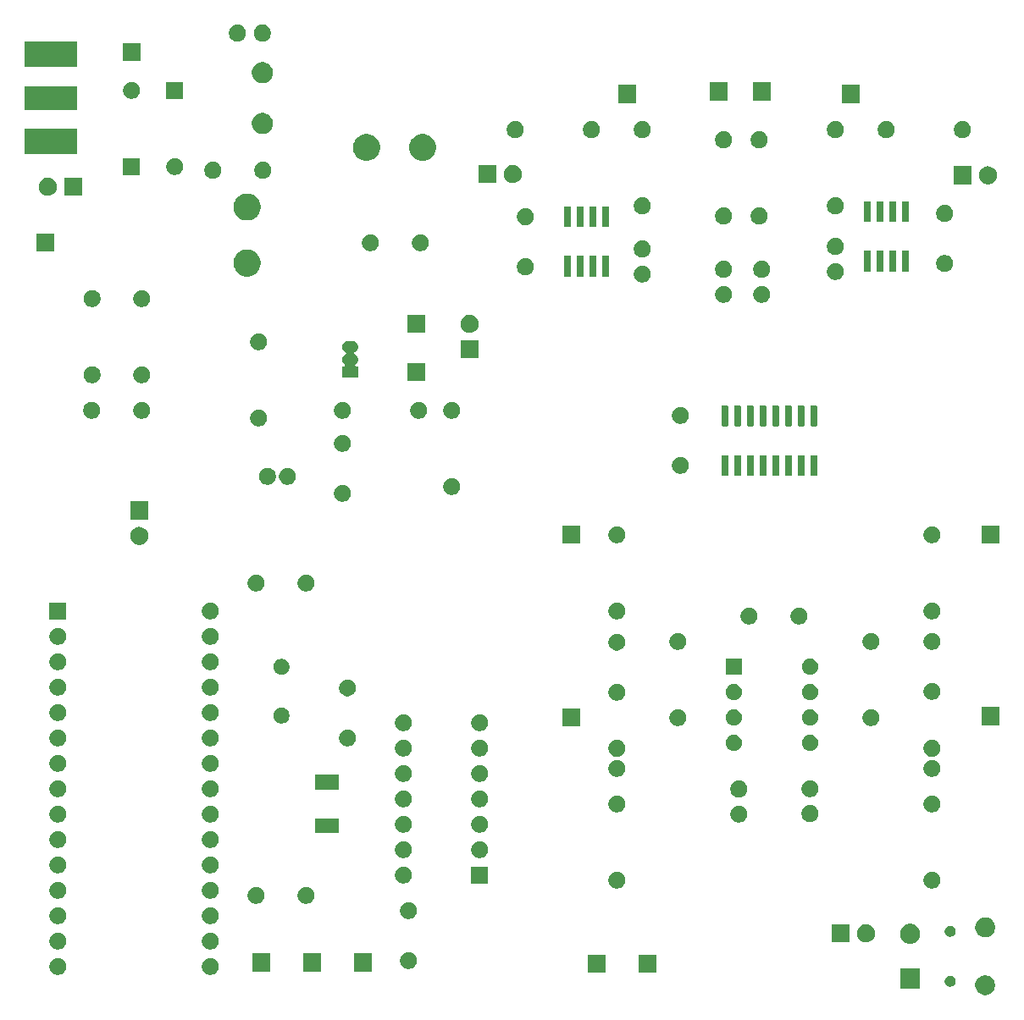
<source format=gbr>
G04 #@! TF.GenerationSoftware,KiCad,Pcbnew,(5.1.5)-3*
G04 #@! TF.CreationDate,2020-04-26T18:25:33-04:00*
G04 #@! TF.ProjectId,Froelich_Reciever,46726f65-6c69-4636-985f-526563696576,rev?*
G04 #@! TF.SameCoordinates,Original*
G04 #@! TF.FileFunction,Soldermask,Top*
G04 #@! TF.FilePolarity,Negative*
%FSLAX46Y46*%
G04 Gerber Fmt 4.6, Leading zero omitted, Abs format (unit mm)*
G04 Created by KiCad (PCBNEW (5.1.5)-3) date 2020-04-26 18:25:33*
%MOMM*%
%LPD*%
G04 APERTURE LIST*
%ADD10C,0.100000*%
G04 APERTURE END LIST*
D10*
G36*
X131593981Y-156877468D02*
G01*
X131672942Y-156910175D01*
X131773216Y-156951710D01*
X131776151Y-156952926D01*
X131940100Y-157062473D01*
X132079527Y-157201900D01*
X132189074Y-157365849D01*
X132189075Y-157365851D01*
X132211175Y-157419205D01*
X132264532Y-157548019D01*
X132303000Y-157741410D01*
X132303000Y-157938590D01*
X132264532Y-158131981D01*
X132189074Y-158314151D01*
X132079527Y-158478100D01*
X131940100Y-158617527D01*
X131776151Y-158727074D01*
X131593981Y-158802532D01*
X131497285Y-158821766D01*
X131400591Y-158841000D01*
X131203409Y-158841000D01*
X131106715Y-158821766D01*
X131010019Y-158802532D01*
X130827849Y-158727074D01*
X130663900Y-158617527D01*
X130524473Y-158478100D01*
X130414926Y-158314151D01*
X130339468Y-158131981D01*
X130301000Y-157938590D01*
X130301000Y-157741410D01*
X130339468Y-157548019D01*
X130392825Y-157419205D01*
X130414925Y-157365851D01*
X130414926Y-157365849D01*
X130524473Y-157201900D01*
X130663900Y-157062473D01*
X130827849Y-156952926D01*
X130830785Y-156951710D01*
X130931058Y-156910175D01*
X131010019Y-156877468D01*
X131203409Y-156839000D01*
X131400591Y-156839000D01*
X131593981Y-156877468D01*
G37*
G36*
X124803000Y-158191000D02*
G01*
X122801000Y-158191000D01*
X122801000Y-156189000D01*
X124803000Y-156189000D01*
X124803000Y-158191000D01*
G37*
G36*
X127962721Y-156910174D02*
G01*
X128062995Y-156951709D01*
X128064816Y-156952926D01*
X128153242Y-157012010D01*
X128229990Y-157088758D01*
X128229991Y-157088760D01*
X128290291Y-157179005D01*
X128331826Y-157279279D01*
X128353000Y-157385730D01*
X128353000Y-157494270D01*
X128331826Y-157600721D01*
X128290291Y-157700995D01*
X128290290Y-157700996D01*
X128229990Y-157791242D01*
X128153242Y-157867990D01*
X128107812Y-157898345D01*
X128062995Y-157928291D01*
X127962721Y-157969826D01*
X127856270Y-157991000D01*
X127747730Y-157991000D01*
X127641279Y-157969826D01*
X127541005Y-157928291D01*
X127496188Y-157898345D01*
X127450758Y-157867990D01*
X127374010Y-157791242D01*
X127313710Y-157700996D01*
X127313709Y-157700995D01*
X127272174Y-157600721D01*
X127251000Y-157494270D01*
X127251000Y-157385730D01*
X127272174Y-157279279D01*
X127313709Y-157179005D01*
X127374009Y-157088760D01*
X127374010Y-157088758D01*
X127450758Y-157012010D01*
X127539184Y-156952926D01*
X127541005Y-156951709D01*
X127641279Y-156910174D01*
X127747730Y-156889000D01*
X127856270Y-156889000D01*
X127962721Y-156910174D01*
G37*
G36*
X38856228Y-155137703D02*
G01*
X39011100Y-155201853D01*
X39150481Y-155294985D01*
X39269015Y-155413519D01*
X39362147Y-155552900D01*
X39426297Y-155707772D01*
X39459000Y-155872184D01*
X39459000Y-156039816D01*
X39426297Y-156204228D01*
X39362147Y-156359100D01*
X39269015Y-156498481D01*
X39150481Y-156617015D01*
X39011100Y-156710147D01*
X38856228Y-156774297D01*
X38691816Y-156807000D01*
X38524184Y-156807000D01*
X38359772Y-156774297D01*
X38204900Y-156710147D01*
X38065519Y-156617015D01*
X37946985Y-156498481D01*
X37853853Y-156359100D01*
X37789703Y-156204228D01*
X37757000Y-156039816D01*
X37757000Y-155872184D01*
X37789703Y-155707772D01*
X37853853Y-155552900D01*
X37946985Y-155413519D01*
X38065519Y-155294985D01*
X38204900Y-155201853D01*
X38359772Y-155137703D01*
X38524184Y-155105000D01*
X38691816Y-155105000D01*
X38856228Y-155137703D01*
G37*
G36*
X54096228Y-155137703D02*
G01*
X54251100Y-155201853D01*
X54390481Y-155294985D01*
X54509015Y-155413519D01*
X54602147Y-155552900D01*
X54666297Y-155707772D01*
X54699000Y-155872184D01*
X54699000Y-156039816D01*
X54666297Y-156204228D01*
X54602147Y-156359100D01*
X54509015Y-156498481D01*
X54390481Y-156617015D01*
X54251100Y-156710147D01*
X54096228Y-156774297D01*
X53931816Y-156807000D01*
X53764184Y-156807000D01*
X53599772Y-156774297D01*
X53444900Y-156710147D01*
X53305519Y-156617015D01*
X53186985Y-156498481D01*
X53093853Y-156359100D01*
X53029703Y-156204228D01*
X52997000Y-156039816D01*
X52997000Y-155872184D01*
X53029703Y-155707772D01*
X53093853Y-155552900D01*
X53186985Y-155413519D01*
X53305519Y-155294985D01*
X53444900Y-155201853D01*
X53599772Y-155137703D01*
X53764184Y-155105000D01*
X53931816Y-155105000D01*
X54096228Y-155137703D01*
G37*
G36*
X98437000Y-156603000D02*
G01*
X96635000Y-156603000D01*
X96635000Y-154801000D01*
X98437000Y-154801000D01*
X98437000Y-156603000D01*
G37*
G36*
X93357000Y-156603000D02*
G01*
X91555000Y-156603000D01*
X91555000Y-154801000D01*
X93357000Y-154801000D01*
X93357000Y-156603000D01*
G37*
G36*
X69989000Y-156476000D02*
G01*
X68187000Y-156476000D01*
X68187000Y-154674000D01*
X69989000Y-154674000D01*
X69989000Y-156476000D01*
G37*
G36*
X64909000Y-156476000D02*
G01*
X63107000Y-156476000D01*
X63107000Y-154674000D01*
X64909000Y-154674000D01*
X64909000Y-156476000D01*
G37*
G36*
X59829000Y-156476000D02*
G01*
X58027000Y-156476000D01*
X58027000Y-154674000D01*
X59829000Y-154674000D01*
X59829000Y-156476000D01*
G37*
G36*
X73908228Y-154549703D02*
G01*
X74063100Y-154613853D01*
X74202481Y-154706985D01*
X74321015Y-154825519D01*
X74414147Y-154964900D01*
X74478297Y-155119772D01*
X74511000Y-155284184D01*
X74511000Y-155451816D01*
X74478297Y-155616228D01*
X74414147Y-155771100D01*
X74321015Y-155910481D01*
X74202481Y-156029015D01*
X74063100Y-156122147D01*
X73908228Y-156186297D01*
X73743816Y-156219000D01*
X73576184Y-156219000D01*
X73411772Y-156186297D01*
X73256900Y-156122147D01*
X73117519Y-156029015D01*
X72998985Y-155910481D01*
X72905853Y-155771100D01*
X72841703Y-155616228D01*
X72809000Y-155451816D01*
X72809000Y-155284184D01*
X72841703Y-155119772D01*
X72905853Y-154964900D01*
X72998985Y-154825519D01*
X73117519Y-154706985D01*
X73256900Y-154613853D01*
X73411772Y-154549703D01*
X73576184Y-154517000D01*
X73743816Y-154517000D01*
X73908228Y-154549703D01*
G37*
G36*
X54096228Y-152597703D02*
G01*
X54251100Y-152661853D01*
X54390481Y-152754985D01*
X54509015Y-152873519D01*
X54602147Y-153012900D01*
X54666297Y-153167772D01*
X54699000Y-153332184D01*
X54699000Y-153499816D01*
X54666297Y-153664228D01*
X54602147Y-153819100D01*
X54509015Y-153958481D01*
X54390481Y-154077015D01*
X54251100Y-154170147D01*
X54096228Y-154234297D01*
X53931816Y-154267000D01*
X53764184Y-154267000D01*
X53599772Y-154234297D01*
X53444900Y-154170147D01*
X53305519Y-154077015D01*
X53186985Y-153958481D01*
X53093853Y-153819100D01*
X53029703Y-153664228D01*
X52997000Y-153499816D01*
X52997000Y-153332184D01*
X53029703Y-153167772D01*
X53093853Y-153012900D01*
X53186985Y-152873519D01*
X53305519Y-152754985D01*
X53444900Y-152661853D01*
X53599772Y-152597703D01*
X53764184Y-152565000D01*
X53931816Y-152565000D01*
X54096228Y-152597703D01*
G37*
G36*
X38856228Y-152597703D02*
G01*
X39011100Y-152661853D01*
X39150481Y-152754985D01*
X39269015Y-152873519D01*
X39362147Y-153012900D01*
X39426297Y-153167772D01*
X39459000Y-153332184D01*
X39459000Y-153499816D01*
X39426297Y-153664228D01*
X39362147Y-153819100D01*
X39269015Y-153958481D01*
X39150481Y-154077015D01*
X39011100Y-154170147D01*
X38856228Y-154234297D01*
X38691816Y-154267000D01*
X38524184Y-154267000D01*
X38359772Y-154234297D01*
X38204900Y-154170147D01*
X38065519Y-154077015D01*
X37946985Y-153958481D01*
X37853853Y-153819100D01*
X37789703Y-153664228D01*
X37757000Y-153499816D01*
X37757000Y-153332184D01*
X37789703Y-153167772D01*
X37853853Y-153012900D01*
X37946985Y-152873519D01*
X38065519Y-152754985D01*
X38204900Y-152661853D01*
X38359772Y-152597703D01*
X38524184Y-152565000D01*
X38691816Y-152565000D01*
X38856228Y-152597703D01*
G37*
G36*
X123927210Y-151694295D02*
G01*
X124093981Y-151727468D01*
X124143597Y-151748020D01*
X124239212Y-151787625D01*
X124276151Y-151802926D01*
X124440100Y-151912473D01*
X124579527Y-152051900D01*
X124689074Y-152215849D01*
X124689075Y-152215851D01*
X124693783Y-152227218D01*
X124759442Y-152385730D01*
X124764532Y-152398020D01*
X124803000Y-152591409D01*
X124803000Y-152788591D01*
X124797244Y-152817527D01*
X124764532Y-152981981D01*
X124689074Y-153164151D01*
X124579527Y-153328100D01*
X124440100Y-153467527D01*
X124276151Y-153577074D01*
X124093981Y-153652532D01*
X124035181Y-153664228D01*
X123900591Y-153691000D01*
X123703409Y-153691000D01*
X123568819Y-153664228D01*
X123510019Y-153652532D01*
X123327849Y-153577074D01*
X123163900Y-153467527D01*
X123024473Y-153328100D01*
X122914926Y-153164151D01*
X122839468Y-152981981D01*
X122806756Y-152817527D01*
X122801000Y-152788591D01*
X122801000Y-152591409D01*
X122839468Y-152398020D01*
X122844559Y-152385730D01*
X122910217Y-152227218D01*
X122914925Y-152215851D01*
X122914926Y-152215849D01*
X123024473Y-152051900D01*
X123163900Y-151912473D01*
X123327849Y-151802926D01*
X123364789Y-151787625D01*
X123460403Y-151748020D01*
X123510019Y-151727468D01*
X123676790Y-151694295D01*
X123703409Y-151689000D01*
X123900591Y-151689000D01*
X123927210Y-151694295D01*
G37*
G36*
X117741000Y-153555000D02*
G01*
X115939000Y-153555000D01*
X115939000Y-151753000D01*
X117741000Y-151753000D01*
X117741000Y-153555000D01*
G37*
G36*
X119493512Y-151757927D02*
G01*
X119642812Y-151787624D01*
X119806784Y-151855544D01*
X119954354Y-151954147D01*
X120079853Y-152079646D01*
X120178456Y-152227216D01*
X120246376Y-152391188D01*
X120270834Y-152514149D01*
X120280949Y-152565000D01*
X120281000Y-152565259D01*
X120281000Y-152742741D01*
X120246376Y-152916812D01*
X120178456Y-153080784D01*
X120079853Y-153228354D01*
X119954354Y-153353853D01*
X119806784Y-153452456D01*
X119642812Y-153520376D01*
X119493512Y-153550073D01*
X119468742Y-153555000D01*
X119291258Y-153555000D01*
X119266488Y-153550073D01*
X119117188Y-153520376D01*
X118953216Y-153452456D01*
X118805646Y-153353853D01*
X118680147Y-153228354D01*
X118581544Y-153080784D01*
X118513624Y-152916812D01*
X118479000Y-152742741D01*
X118479000Y-152565259D01*
X118479052Y-152565000D01*
X118489166Y-152514149D01*
X118513624Y-152391188D01*
X118581544Y-152227216D01*
X118680147Y-152079646D01*
X118805646Y-151954147D01*
X118953216Y-151855544D01*
X119117188Y-151787624D01*
X119266488Y-151757927D01*
X119291258Y-151753000D01*
X119468742Y-151753000D01*
X119493512Y-151757927D01*
G37*
G36*
X131593981Y-151077468D02*
G01*
X131776151Y-151152926D01*
X131940100Y-151262473D01*
X132079527Y-151401900D01*
X132189074Y-151565849D01*
X132264532Y-151748019D01*
X132275454Y-151802926D01*
X132303000Y-151941409D01*
X132303000Y-152138591D01*
X132264532Y-152331980D01*
X132197310Y-152494269D01*
X132189074Y-152514151D01*
X132079527Y-152678100D01*
X131940100Y-152817527D01*
X131776151Y-152927074D01*
X131776150Y-152927075D01*
X131776149Y-152927075D01*
X131773213Y-152928291D01*
X131593981Y-153002532D01*
X131497285Y-153021766D01*
X131400591Y-153041000D01*
X131203409Y-153041000D01*
X131106715Y-153021766D01*
X131010019Y-153002532D01*
X130830787Y-152928291D01*
X130827851Y-152927075D01*
X130827850Y-152927075D01*
X130827849Y-152927074D01*
X130663900Y-152817527D01*
X130524473Y-152678100D01*
X130414926Y-152514151D01*
X130406691Y-152494269D01*
X130339468Y-152331980D01*
X130301000Y-152138591D01*
X130301000Y-151941409D01*
X130328546Y-151802926D01*
X130339468Y-151748019D01*
X130414926Y-151565849D01*
X130524473Y-151401900D01*
X130663900Y-151262473D01*
X130827849Y-151152926D01*
X131010019Y-151077468D01*
X131203409Y-151039000D01*
X131400591Y-151039000D01*
X131593981Y-151077468D01*
G37*
G36*
X127962721Y-151910174D02*
G01*
X128062995Y-151951709D01*
X128066645Y-151954148D01*
X128153242Y-152012010D01*
X128229990Y-152088758D01*
X128229991Y-152088760D01*
X128290291Y-152179005D01*
X128331826Y-152279279D01*
X128353000Y-152385730D01*
X128353000Y-152494270D01*
X128331826Y-152600721D01*
X128290291Y-152700995D01*
X128290290Y-152700996D01*
X128229990Y-152791242D01*
X128153242Y-152867990D01*
X128107812Y-152898345D01*
X128062995Y-152928291D01*
X127962721Y-152969826D01*
X127856270Y-152991000D01*
X127747730Y-152991000D01*
X127641279Y-152969826D01*
X127541005Y-152928291D01*
X127496188Y-152898345D01*
X127450758Y-152867990D01*
X127374010Y-152791242D01*
X127313710Y-152700996D01*
X127313709Y-152700995D01*
X127272174Y-152600721D01*
X127251000Y-152494270D01*
X127251000Y-152385730D01*
X127272174Y-152279279D01*
X127313709Y-152179005D01*
X127374009Y-152088760D01*
X127374010Y-152088758D01*
X127450758Y-152012010D01*
X127537355Y-151954148D01*
X127541005Y-151951709D01*
X127641279Y-151910174D01*
X127747730Y-151889000D01*
X127856270Y-151889000D01*
X127962721Y-151910174D01*
G37*
G36*
X38856228Y-150057703D02*
G01*
X39011100Y-150121853D01*
X39150481Y-150214985D01*
X39269015Y-150333519D01*
X39362147Y-150472900D01*
X39426297Y-150627772D01*
X39459000Y-150792184D01*
X39459000Y-150959816D01*
X39426297Y-151124228D01*
X39362147Y-151279100D01*
X39269015Y-151418481D01*
X39150481Y-151537015D01*
X39011100Y-151630147D01*
X38856228Y-151694297D01*
X38691816Y-151727000D01*
X38524184Y-151727000D01*
X38359772Y-151694297D01*
X38204900Y-151630147D01*
X38065519Y-151537015D01*
X37946985Y-151418481D01*
X37853853Y-151279100D01*
X37789703Y-151124228D01*
X37757000Y-150959816D01*
X37757000Y-150792184D01*
X37789703Y-150627772D01*
X37853853Y-150472900D01*
X37946985Y-150333519D01*
X38065519Y-150214985D01*
X38204900Y-150121853D01*
X38359772Y-150057703D01*
X38524184Y-150025000D01*
X38691816Y-150025000D01*
X38856228Y-150057703D01*
G37*
G36*
X54096228Y-150057703D02*
G01*
X54251100Y-150121853D01*
X54390481Y-150214985D01*
X54509015Y-150333519D01*
X54602147Y-150472900D01*
X54666297Y-150627772D01*
X54699000Y-150792184D01*
X54699000Y-150959816D01*
X54666297Y-151124228D01*
X54602147Y-151279100D01*
X54509015Y-151418481D01*
X54390481Y-151537015D01*
X54251100Y-151630147D01*
X54096228Y-151694297D01*
X53931816Y-151727000D01*
X53764184Y-151727000D01*
X53599772Y-151694297D01*
X53444900Y-151630147D01*
X53305519Y-151537015D01*
X53186985Y-151418481D01*
X53093853Y-151279100D01*
X53029703Y-151124228D01*
X52997000Y-150959816D01*
X52997000Y-150792184D01*
X53029703Y-150627772D01*
X53093853Y-150472900D01*
X53186985Y-150333519D01*
X53305519Y-150214985D01*
X53444900Y-150121853D01*
X53599772Y-150057703D01*
X53764184Y-150025000D01*
X53931816Y-150025000D01*
X54096228Y-150057703D01*
G37*
G36*
X73908228Y-149549703D02*
G01*
X74063100Y-149613853D01*
X74202481Y-149706985D01*
X74321015Y-149825519D01*
X74414147Y-149964900D01*
X74478297Y-150119772D01*
X74511000Y-150284184D01*
X74511000Y-150451816D01*
X74478297Y-150616228D01*
X74414147Y-150771100D01*
X74321015Y-150910481D01*
X74202481Y-151029015D01*
X74063100Y-151122147D01*
X73908228Y-151186297D01*
X73743816Y-151219000D01*
X73576184Y-151219000D01*
X73411772Y-151186297D01*
X73256900Y-151122147D01*
X73117519Y-151029015D01*
X72998985Y-150910481D01*
X72905853Y-150771100D01*
X72841703Y-150616228D01*
X72809000Y-150451816D01*
X72809000Y-150284184D01*
X72841703Y-150119772D01*
X72905853Y-149964900D01*
X72998985Y-149825519D01*
X73117519Y-149706985D01*
X73256900Y-149613853D01*
X73411772Y-149549703D01*
X73576184Y-149517000D01*
X73743816Y-149517000D01*
X73908228Y-149549703D01*
G37*
G36*
X63668228Y-148025703D02*
G01*
X63823100Y-148089853D01*
X63962481Y-148182985D01*
X64081015Y-148301519D01*
X64174147Y-148440900D01*
X64238297Y-148595772D01*
X64271000Y-148760184D01*
X64271000Y-148927816D01*
X64238297Y-149092228D01*
X64174147Y-149247100D01*
X64081015Y-149386481D01*
X63962481Y-149505015D01*
X63823100Y-149598147D01*
X63668228Y-149662297D01*
X63503816Y-149695000D01*
X63336184Y-149695000D01*
X63171772Y-149662297D01*
X63016900Y-149598147D01*
X62877519Y-149505015D01*
X62758985Y-149386481D01*
X62665853Y-149247100D01*
X62601703Y-149092228D01*
X62569000Y-148927816D01*
X62569000Y-148760184D01*
X62601703Y-148595772D01*
X62665853Y-148440900D01*
X62758985Y-148301519D01*
X62877519Y-148182985D01*
X63016900Y-148089853D01*
X63171772Y-148025703D01*
X63336184Y-147993000D01*
X63503816Y-147993000D01*
X63668228Y-148025703D01*
G37*
G36*
X58668228Y-148025703D02*
G01*
X58823100Y-148089853D01*
X58962481Y-148182985D01*
X59081015Y-148301519D01*
X59174147Y-148440900D01*
X59238297Y-148595772D01*
X59271000Y-148760184D01*
X59271000Y-148927816D01*
X59238297Y-149092228D01*
X59174147Y-149247100D01*
X59081015Y-149386481D01*
X58962481Y-149505015D01*
X58823100Y-149598147D01*
X58668228Y-149662297D01*
X58503816Y-149695000D01*
X58336184Y-149695000D01*
X58171772Y-149662297D01*
X58016900Y-149598147D01*
X57877519Y-149505015D01*
X57758985Y-149386481D01*
X57665853Y-149247100D01*
X57601703Y-149092228D01*
X57569000Y-148927816D01*
X57569000Y-148760184D01*
X57601703Y-148595772D01*
X57665853Y-148440900D01*
X57758985Y-148301519D01*
X57877519Y-148182985D01*
X58016900Y-148089853D01*
X58171772Y-148025703D01*
X58336184Y-147993000D01*
X58503816Y-147993000D01*
X58668228Y-148025703D01*
G37*
G36*
X38856228Y-147517703D02*
G01*
X39011100Y-147581853D01*
X39150481Y-147674985D01*
X39269015Y-147793519D01*
X39362147Y-147932900D01*
X39426297Y-148087772D01*
X39459000Y-148252184D01*
X39459000Y-148419816D01*
X39426297Y-148584228D01*
X39362147Y-148739100D01*
X39269015Y-148878481D01*
X39150481Y-148997015D01*
X39011100Y-149090147D01*
X38856228Y-149154297D01*
X38691816Y-149187000D01*
X38524184Y-149187000D01*
X38359772Y-149154297D01*
X38204900Y-149090147D01*
X38065519Y-148997015D01*
X37946985Y-148878481D01*
X37853853Y-148739100D01*
X37789703Y-148584228D01*
X37757000Y-148419816D01*
X37757000Y-148252184D01*
X37789703Y-148087772D01*
X37853853Y-147932900D01*
X37946985Y-147793519D01*
X38065519Y-147674985D01*
X38204900Y-147581853D01*
X38359772Y-147517703D01*
X38524184Y-147485000D01*
X38691816Y-147485000D01*
X38856228Y-147517703D01*
G37*
G36*
X54096228Y-147517703D02*
G01*
X54251100Y-147581853D01*
X54390481Y-147674985D01*
X54509015Y-147793519D01*
X54602147Y-147932900D01*
X54666297Y-148087772D01*
X54699000Y-148252184D01*
X54699000Y-148419816D01*
X54666297Y-148584228D01*
X54602147Y-148739100D01*
X54509015Y-148878481D01*
X54390481Y-148997015D01*
X54251100Y-149090147D01*
X54096228Y-149154297D01*
X53931816Y-149187000D01*
X53764184Y-149187000D01*
X53599772Y-149154297D01*
X53444900Y-149090147D01*
X53305519Y-148997015D01*
X53186985Y-148878481D01*
X53093853Y-148739100D01*
X53029703Y-148584228D01*
X52997000Y-148419816D01*
X52997000Y-148252184D01*
X53029703Y-148087772D01*
X53093853Y-147932900D01*
X53186985Y-147793519D01*
X53305519Y-147674985D01*
X53444900Y-147581853D01*
X53599772Y-147517703D01*
X53764184Y-147485000D01*
X53931816Y-147485000D01*
X54096228Y-147517703D01*
G37*
G36*
X126232228Y-146501703D02*
G01*
X126387100Y-146565853D01*
X126526481Y-146658985D01*
X126645015Y-146777519D01*
X126738147Y-146916900D01*
X126802297Y-147071772D01*
X126835000Y-147236184D01*
X126835000Y-147403816D01*
X126802297Y-147568228D01*
X126738147Y-147723100D01*
X126645015Y-147862481D01*
X126526481Y-147981015D01*
X126387100Y-148074147D01*
X126232228Y-148138297D01*
X126067816Y-148171000D01*
X125900184Y-148171000D01*
X125735772Y-148138297D01*
X125580900Y-148074147D01*
X125441519Y-147981015D01*
X125322985Y-147862481D01*
X125229853Y-147723100D01*
X125165703Y-147568228D01*
X125133000Y-147403816D01*
X125133000Y-147236184D01*
X125165703Y-147071772D01*
X125229853Y-146916900D01*
X125322985Y-146777519D01*
X125441519Y-146658985D01*
X125580900Y-146565853D01*
X125735772Y-146501703D01*
X125900184Y-146469000D01*
X126067816Y-146469000D01*
X126232228Y-146501703D01*
G37*
G36*
X94736228Y-146501703D02*
G01*
X94891100Y-146565853D01*
X95030481Y-146658985D01*
X95149015Y-146777519D01*
X95242147Y-146916900D01*
X95306297Y-147071772D01*
X95339000Y-147236184D01*
X95339000Y-147403816D01*
X95306297Y-147568228D01*
X95242147Y-147723100D01*
X95149015Y-147862481D01*
X95030481Y-147981015D01*
X94891100Y-148074147D01*
X94736228Y-148138297D01*
X94571816Y-148171000D01*
X94404184Y-148171000D01*
X94239772Y-148138297D01*
X94084900Y-148074147D01*
X93945519Y-147981015D01*
X93826985Y-147862481D01*
X93733853Y-147723100D01*
X93669703Y-147568228D01*
X93637000Y-147403816D01*
X93637000Y-147236184D01*
X93669703Y-147071772D01*
X93733853Y-146916900D01*
X93826985Y-146777519D01*
X93945519Y-146658985D01*
X94084900Y-146565853D01*
X94239772Y-146501703D01*
X94404184Y-146469000D01*
X94571816Y-146469000D01*
X94736228Y-146501703D01*
G37*
G36*
X73400228Y-145993703D02*
G01*
X73555100Y-146057853D01*
X73694481Y-146150985D01*
X73813015Y-146269519D01*
X73906147Y-146408900D01*
X73970297Y-146563772D01*
X74003000Y-146728184D01*
X74003000Y-146895816D01*
X73970297Y-147060228D01*
X73906147Y-147215100D01*
X73813015Y-147354481D01*
X73694481Y-147473015D01*
X73555100Y-147566147D01*
X73400228Y-147630297D01*
X73235816Y-147663000D01*
X73068184Y-147663000D01*
X72903772Y-147630297D01*
X72748900Y-147566147D01*
X72609519Y-147473015D01*
X72490985Y-147354481D01*
X72397853Y-147215100D01*
X72333703Y-147060228D01*
X72301000Y-146895816D01*
X72301000Y-146728184D01*
X72333703Y-146563772D01*
X72397853Y-146408900D01*
X72490985Y-146269519D01*
X72609519Y-146150985D01*
X72748900Y-146057853D01*
X72903772Y-145993703D01*
X73068184Y-145961000D01*
X73235816Y-145961000D01*
X73400228Y-145993703D01*
G37*
G36*
X81623000Y-147663000D02*
G01*
X79921000Y-147663000D01*
X79921000Y-145961000D01*
X81623000Y-145961000D01*
X81623000Y-147663000D01*
G37*
G36*
X38856228Y-144977703D02*
G01*
X39011100Y-145041853D01*
X39150481Y-145134985D01*
X39269015Y-145253519D01*
X39362147Y-145392900D01*
X39426297Y-145547772D01*
X39459000Y-145712184D01*
X39459000Y-145879816D01*
X39426297Y-146044228D01*
X39362147Y-146199100D01*
X39269015Y-146338481D01*
X39150481Y-146457015D01*
X39011100Y-146550147D01*
X38856228Y-146614297D01*
X38691816Y-146647000D01*
X38524184Y-146647000D01*
X38359772Y-146614297D01*
X38204900Y-146550147D01*
X38065519Y-146457015D01*
X37946985Y-146338481D01*
X37853853Y-146199100D01*
X37789703Y-146044228D01*
X37757000Y-145879816D01*
X37757000Y-145712184D01*
X37789703Y-145547772D01*
X37853853Y-145392900D01*
X37946985Y-145253519D01*
X38065519Y-145134985D01*
X38204900Y-145041853D01*
X38359772Y-144977703D01*
X38524184Y-144945000D01*
X38691816Y-144945000D01*
X38856228Y-144977703D01*
G37*
G36*
X54096228Y-144977703D02*
G01*
X54251100Y-145041853D01*
X54390481Y-145134985D01*
X54509015Y-145253519D01*
X54602147Y-145392900D01*
X54666297Y-145547772D01*
X54699000Y-145712184D01*
X54699000Y-145879816D01*
X54666297Y-146044228D01*
X54602147Y-146199100D01*
X54509015Y-146338481D01*
X54390481Y-146457015D01*
X54251100Y-146550147D01*
X54096228Y-146614297D01*
X53931816Y-146647000D01*
X53764184Y-146647000D01*
X53599772Y-146614297D01*
X53444900Y-146550147D01*
X53305519Y-146457015D01*
X53186985Y-146338481D01*
X53093853Y-146199100D01*
X53029703Y-146044228D01*
X52997000Y-145879816D01*
X52997000Y-145712184D01*
X53029703Y-145547772D01*
X53093853Y-145392900D01*
X53186985Y-145253519D01*
X53305519Y-145134985D01*
X53444900Y-145041853D01*
X53599772Y-144977703D01*
X53764184Y-144945000D01*
X53931816Y-144945000D01*
X54096228Y-144977703D01*
G37*
G36*
X73400228Y-143453703D02*
G01*
X73555100Y-143517853D01*
X73694481Y-143610985D01*
X73813015Y-143729519D01*
X73906147Y-143868900D01*
X73970297Y-144023772D01*
X74003000Y-144188184D01*
X74003000Y-144355816D01*
X73970297Y-144520228D01*
X73906147Y-144675100D01*
X73813015Y-144814481D01*
X73694481Y-144933015D01*
X73555100Y-145026147D01*
X73400228Y-145090297D01*
X73235816Y-145123000D01*
X73068184Y-145123000D01*
X72903772Y-145090297D01*
X72748900Y-145026147D01*
X72609519Y-144933015D01*
X72490985Y-144814481D01*
X72397853Y-144675100D01*
X72333703Y-144520228D01*
X72301000Y-144355816D01*
X72301000Y-144188184D01*
X72333703Y-144023772D01*
X72397853Y-143868900D01*
X72490985Y-143729519D01*
X72609519Y-143610985D01*
X72748900Y-143517853D01*
X72903772Y-143453703D01*
X73068184Y-143421000D01*
X73235816Y-143421000D01*
X73400228Y-143453703D01*
G37*
G36*
X81020228Y-143453703D02*
G01*
X81175100Y-143517853D01*
X81314481Y-143610985D01*
X81433015Y-143729519D01*
X81526147Y-143868900D01*
X81590297Y-144023772D01*
X81623000Y-144188184D01*
X81623000Y-144355816D01*
X81590297Y-144520228D01*
X81526147Y-144675100D01*
X81433015Y-144814481D01*
X81314481Y-144933015D01*
X81175100Y-145026147D01*
X81020228Y-145090297D01*
X80855816Y-145123000D01*
X80688184Y-145123000D01*
X80523772Y-145090297D01*
X80368900Y-145026147D01*
X80229519Y-144933015D01*
X80110985Y-144814481D01*
X80017853Y-144675100D01*
X79953703Y-144520228D01*
X79921000Y-144355816D01*
X79921000Y-144188184D01*
X79953703Y-144023772D01*
X80017853Y-143868900D01*
X80110985Y-143729519D01*
X80229519Y-143610985D01*
X80368900Y-143517853D01*
X80523772Y-143453703D01*
X80688184Y-143421000D01*
X80855816Y-143421000D01*
X81020228Y-143453703D01*
G37*
G36*
X38856228Y-142437703D02*
G01*
X39011100Y-142501853D01*
X39150481Y-142594985D01*
X39269015Y-142713519D01*
X39362147Y-142852900D01*
X39426297Y-143007772D01*
X39459000Y-143172184D01*
X39459000Y-143339816D01*
X39426297Y-143504228D01*
X39362147Y-143659100D01*
X39269015Y-143798481D01*
X39150481Y-143917015D01*
X39011100Y-144010147D01*
X38856228Y-144074297D01*
X38691816Y-144107000D01*
X38524184Y-144107000D01*
X38359772Y-144074297D01*
X38204900Y-144010147D01*
X38065519Y-143917015D01*
X37946985Y-143798481D01*
X37853853Y-143659100D01*
X37789703Y-143504228D01*
X37757000Y-143339816D01*
X37757000Y-143172184D01*
X37789703Y-143007772D01*
X37853853Y-142852900D01*
X37946985Y-142713519D01*
X38065519Y-142594985D01*
X38204900Y-142501853D01*
X38359772Y-142437703D01*
X38524184Y-142405000D01*
X38691816Y-142405000D01*
X38856228Y-142437703D01*
G37*
G36*
X54096228Y-142437703D02*
G01*
X54251100Y-142501853D01*
X54390481Y-142594985D01*
X54509015Y-142713519D01*
X54602147Y-142852900D01*
X54666297Y-143007772D01*
X54699000Y-143172184D01*
X54699000Y-143339816D01*
X54666297Y-143504228D01*
X54602147Y-143659100D01*
X54509015Y-143798481D01*
X54390481Y-143917015D01*
X54251100Y-144010147D01*
X54096228Y-144074297D01*
X53931816Y-144107000D01*
X53764184Y-144107000D01*
X53599772Y-144074297D01*
X53444900Y-144010147D01*
X53305519Y-143917015D01*
X53186985Y-143798481D01*
X53093853Y-143659100D01*
X53029703Y-143504228D01*
X52997000Y-143339816D01*
X52997000Y-143172184D01*
X53029703Y-143007772D01*
X53093853Y-142852900D01*
X53186985Y-142713519D01*
X53305519Y-142594985D01*
X53444900Y-142501853D01*
X53599772Y-142437703D01*
X53764184Y-142405000D01*
X53931816Y-142405000D01*
X54096228Y-142437703D01*
G37*
G36*
X66733000Y-142651000D02*
G01*
X64331000Y-142651000D01*
X64331000Y-141149000D01*
X66733000Y-141149000D01*
X66733000Y-142651000D01*
G37*
G36*
X81020228Y-140913703D02*
G01*
X81175100Y-140977853D01*
X81314481Y-141070985D01*
X81433015Y-141189519D01*
X81526147Y-141328900D01*
X81590297Y-141483772D01*
X81623000Y-141648184D01*
X81623000Y-141815816D01*
X81590297Y-141980228D01*
X81526147Y-142135100D01*
X81433015Y-142274481D01*
X81314481Y-142393015D01*
X81175100Y-142486147D01*
X81020228Y-142550297D01*
X80855816Y-142583000D01*
X80688184Y-142583000D01*
X80523772Y-142550297D01*
X80368900Y-142486147D01*
X80229519Y-142393015D01*
X80110985Y-142274481D01*
X80017853Y-142135100D01*
X79953703Y-141980228D01*
X79921000Y-141815816D01*
X79921000Y-141648184D01*
X79953703Y-141483772D01*
X80017853Y-141328900D01*
X80110985Y-141189519D01*
X80229519Y-141070985D01*
X80368900Y-140977853D01*
X80523772Y-140913703D01*
X80688184Y-140881000D01*
X80855816Y-140881000D01*
X81020228Y-140913703D01*
G37*
G36*
X73400228Y-140913703D02*
G01*
X73555100Y-140977853D01*
X73694481Y-141070985D01*
X73813015Y-141189519D01*
X73906147Y-141328900D01*
X73970297Y-141483772D01*
X74003000Y-141648184D01*
X74003000Y-141815816D01*
X73970297Y-141980228D01*
X73906147Y-142135100D01*
X73813015Y-142274481D01*
X73694481Y-142393015D01*
X73555100Y-142486147D01*
X73400228Y-142550297D01*
X73235816Y-142583000D01*
X73068184Y-142583000D01*
X72903772Y-142550297D01*
X72748900Y-142486147D01*
X72609519Y-142393015D01*
X72490985Y-142274481D01*
X72397853Y-142135100D01*
X72333703Y-141980228D01*
X72301000Y-141815816D01*
X72301000Y-141648184D01*
X72333703Y-141483772D01*
X72397853Y-141328900D01*
X72490985Y-141189519D01*
X72609519Y-141070985D01*
X72748900Y-140977853D01*
X72903772Y-140913703D01*
X73068184Y-140881000D01*
X73235816Y-140881000D01*
X73400228Y-140913703D01*
G37*
G36*
X54096228Y-139897703D02*
G01*
X54251100Y-139961853D01*
X54390481Y-140054985D01*
X54509015Y-140173519D01*
X54602147Y-140312900D01*
X54666297Y-140467772D01*
X54699000Y-140632184D01*
X54699000Y-140799816D01*
X54666297Y-140964228D01*
X54602147Y-141119100D01*
X54509015Y-141258481D01*
X54390481Y-141377015D01*
X54251100Y-141470147D01*
X54096228Y-141534297D01*
X53931816Y-141567000D01*
X53764184Y-141567000D01*
X53599772Y-141534297D01*
X53444900Y-141470147D01*
X53305519Y-141377015D01*
X53186985Y-141258481D01*
X53093853Y-141119100D01*
X53029703Y-140964228D01*
X52997000Y-140799816D01*
X52997000Y-140632184D01*
X53029703Y-140467772D01*
X53093853Y-140312900D01*
X53186985Y-140173519D01*
X53305519Y-140054985D01*
X53444900Y-139961853D01*
X53599772Y-139897703D01*
X53764184Y-139865000D01*
X53931816Y-139865000D01*
X54096228Y-139897703D01*
G37*
G36*
X106928228Y-139897703D02*
G01*
X107083100Y-139961853D01*
X107222481Y-140054985D01*
X107341015Y-140173519D01*
X107434147Y-140312900D01*
X107498297Y-140467772D01*
X107531000Y-140632184D01*
X107531000Y-140799816D01*
X107498297Y-140964228D01*
X107434147Y-141119100D01*
X107341015Y-141258481D01*
X107222481Y-141377015D01*
X107083100Y-141470147D01*
X106928228Y-141534297D01*
X106763816Y-141567000D01*
X106596184Y-141567000D01*
X106431772Y-141534297D01*
X106276900Y-141470147D01*
X106137519Y-141377015D01*
X106018985Y-141258481D01*
X105925853Y-141119100D01*
X105861703Y-140964228D01*
X105829000Y-140799816D01*
X105829000Y-140632184D01*
X105861703Y-140467772D01*
X105925853Y-140312900D01*
X106018985Y-140173519D01*
X106137519Y-140054985D01*
X106276900Y-139961853D01*
X106431772Y-139897703D01*
X106596184Y-139865000D01*
X106763816Y-139865000D01*
X106928228Y-139897703D01*
G37*
G36*
X38856228Y-139897703D02*
G01*
X39011100Y-139961853D01*
X39150481Y-140054985D01*
X39269015Y-140173519D01*
X39362147Y-140312900D01*
X39426297Y-140467772D01*
X39459000Y-140632184D01*
X39459000Y-140799816D01*
X39426297Y-140964228D01*
X39362147Y-141119100D01*
X39269015Y-141258481D01*
X39150481Y-141377015D01*
X39011100Y-141470147D01*
X38856228Y-141534297D01*
X38691816Y-141567000D01*
X38524184Y-141567000D01*
X38359772Y-141534297D01*
X38204900Y-141470147D01*
X38065519Y-141377015D01*
X37946985Y-141258481D01*
X37853853Y-141119100D01*
X37789703Y-140964228D01*
X37757000Y-140799816D01*
X37757000Y-140632184D01*
X37789703Y-140467772D01*
X37853853Y-140312900D01*
X37946985Y-140173519D01*
X38065519Y-140054985D01*
X38204900Y-139961853D01*
X38359772Y-139897703D01*
X38524184Y-139865000D01*
X38691816Y-139865000D01*
X38856228Y-139897703D01*
G37*
G36*
X114040228Y-139857703D02*
G01*
X114195100Y-139921853D01*
X114334481Y-140014985D01*
X114453015Y-140133519D01*
X114546147Y-140272900D01*
X114610297Y-140427772D01*
X114643000Y-140592184D01*
X114643000Y-140759816D01*
X114610297Y-140924228D01*
X114546147Y-141079100D01*
X114453015Y-141218481D01*
X114334481Y-141337015D01*
X114195100Y-141430147D01*
X114040228Y-141494297D01*
X113875816Y-141527000D01*
X113708184Y-141527000D01*
X113543772Y-141494297D01*
X113388900Y-141430147D01*
X113249519Y-141337015D01*
X113130985Y-141218481D01*
X113037853Y-141079100D01*
X112973703Y-140924228D01*
X112941000Y-140759816D01*
X112941000Y-140592184D01*
X112973703Y-140427772D01*
X113037853Y-140272900D01*
X113130985Y-140133519D01*
X113249519Y-140014985D01*
X113388900Y-139921853D01*
X113543772Y-139857703D01*
X113708184Y-139825000D01*
X113875816Y-139825000D01*
X114040228Y-139857703D01*
G37*
G36*
X94736228Y-138881703D02*
G01*
X94891100Y-138945853D01*
X95030481Y-139038985D01*
X95149015Y-139157519D01*
X95242147Y-139296900D01*
X95306297Y-139451772D01*
X95339000Y-139616184D01*
X95339000Y-139783816D01*
X95306297Y-139948228D01*
X95242147Y-140103100D01*
X95149015Y-140242481D01*
X95030481Y-140361015D01*
X94891100Y-140454147D01*
X94736228Y-140518297D01*
X94571816Y-140551000D01*
X94404184Y-140551000D01*
X94239772Y-140518297D01*
X94084900Y-140454147D01*
X93945519Y-140361015D01*
X93826985Y-140242481D01*
X93733853Y-140103100D01*
X93669703Y-139948228D01*
X93637000Y-139783816D01*
X93637000Y-139616184D01*
X93669703Y-139451772D01*
X93733853Y-139296900D01*
X93826985Y-139157519D01*
X93945519Y-139038985D01*
X94084900Y-138945853D01*
X94239772Y-138881703D01*
X94404184Y-138849000D01*
X94571816Y-138849000D01*
X94736228Y-138881703D01*
G37*
G36*
X126232228Y-138881703D02*
G01*
X126387100Y-138945853D01*
X126526481Y-139038985D01*
X126645015Y-139157519D01*
X126738147Y-139296900D01*
X126802297Y-139451772D01*
X126835000Y-139616184D01*
X126835000Y-139783816D01*
X126802297Y-139948228D01*
X126738147Y-140103100D01*
X126645015Y-140242481D01*
X126526481Y-140361015D01*
X126387100Y-140454147D01*
X126232228Y-140518297D01*
X126067816Y-140551000D01*
X125900184Y-140551000D01*
X125735772Y-140518297D01*
X125580900Y-140454147D01*
X125441519Y-140361015D01*
X125322985Y-140242481D01*
X125229853Y-140103100D01*
X125165703Y-139948228D01*
X125133000Y-139783816D01*
X125133000Y-139616184D01*
X125165703Y-139451772D01*
X125229853Y-139296900D01*
X125322985Y-139157519D01*
X125441519Y-139038985D01*
X125580900Y-138945853D01*
X125735772Y-138881703D01*
X125900184Y-138849000D01*
X126067816Y-138849000D01*
X126232228Y-138881703D01*
G37*
G36*
X73400228Y-138373703D02*
G01*
X73555100Y-138437853D01*
X73694481Y-138530985D01*
X73813015Y-138649519D01*
X73906147Y-138788900D01*
X73970297Y-138943772D01*
X74003000Y-139108184D01*
X74003000Y-139275816D01*
X73970297Y-139440228D01*
X73906147Y-139595100D01*
X73813015Y-139734481D01*
X73694481Y-139853015D01*
X73555100Y-139946147D01*
X73400228Y-140010297D01*
X73235816Y-140043000D01*
X73068184Y-140043000D01*
X72903772Y-140010297D01*
X72748900Y-139946147D01*
X72609519Y-139853015D01*
X72490985Y-139734481D01*
X72397853Y-139595100D01*
X72333703Y-139440228D01*
X72301000Y-139275816D01*
X72301000Y-139108184D01*
X72333703Y-138943772D01*
X72397853Y-138788900D01*
X72490985Y-138649519D01*
X72609519Y-138530985D01*
X72748900Y-138437853D01*
X72903772Y-138373703D01*
X73068184Y-138341000D01*
X73235816Y-138341000D01*
X73400228Y-138373703D01*
G37*
G36*
X81020228Y-138373703D02*
G01*
X81175100Y-138437853D01*
X81314481Y-138530985D01*
X81433015Y-138649519D01*
X81526147Y-138788900D01*
X81590297Y-138943772D01*
X81623000Y-139108184D01*
X81623000Y-139275816D01*
X81590297Y-139440228D01*
X81526147Y-139595100D01*
X81433015Y-139734481D01*
X81314481Y-139853015D01*
X81175100Y-139946147D01*
X81020228Y-140010297D01*
X80855816Y-140043000D01*
X80688184Y-140043000D01*
X80523772Y-140010297D01*
X80368900Y-139946147D01*
X80229519Y-139853015D01*
X80110985Y-139734481D01*
X80017853Y-139595100D01*
X79953703Y-139440228D01*
X79921000Y-139275816D01*
X79921000Y-139108184D01*
X79953703Y-138943772D01*
X80017853Y-138788900D01*
X80110985Y-138649519D01*
X80229519Y-138530985D01*
X80368900Y-138437853D01*
X80523772Y-138373703D01*
X80688184Y-138341000D01*
X80855816Y-138341000D01*
X81020228Y-138373703D01*
G37*
G36*
X106928228Y-137397703D02*
G01*
X107083100Y-137461853D01*
X107222481Y-137554985D01*
X107341015Y-137673519D01*
X107434147Y-137812900D01*
X107498297Y-137967772D01*
X107531000Y-138132184D01*
X107531000Y-138299816D01*
X107498297Y-138464228D01*
X107434147Y-138619100D01*
X107341015Y-138758481D01*
X107222481Y-138877015D01*
X107083100Y-138970147D01*
X106928228Y-139034297D01*
X106763816Y-139067000D01*
X106596184Y-139067000D01*
X106431772Y-139034297D01*
X106276900Y-138970147D01*
X106137519Y-138877015D01*
X106018985Y-138758481D01*
X105925853Y-138619100D01*
X105861703Y-138464228D01*
X105829000Y-138299816D01*
X105829000Y-138132184D01*
X105861703Y-137967772D01*
X105925853Y-137812900D01*
X106018985Y-137673519D01*
X106137519Y-137554985D01*
X106276900Y-137461853D01*
X106431772Y-137397703D01*
X106596184Y-137365000D01*
X106763816Y-137365000D01*
X106928228Y-137397703D01*
G37*
G36*
X114040228Y-137357703D02*
G01*
X114195100Y-137421853D01*
X114334481Y-137514985D01*
X114453015Y-137633519D01*
X114546147Y-137772900D01*
X114610297Y-137927772D01*
X114643000Y-138092184D01*
X114643000Y-138259816D01*
X114610297Y-138424228D01*
X114546147Y-138579100D01*
X114453015Y-138718481D01*
X114334481Y-138837015D01*
X114195100Y-138930147D01*
X114040228Y-138994297D01*
X113875816Y-139027000D01*
X113708184Y-139027000D01*
X113543772Y-138994297D01*
X113388900Y-138930147D01*
X113249519Y-138837015D01*
X113130985Y-138718481D01*
X113037853Y-138579100D01*
X112973703Y-138424228D01*
X112941000Y-138259816D01*
X112941000Y-138092184D01*
X112973703Y-137927772D01*
X113037853Y-137772900D01*
X113130985Y-137633519D01*
X113249519Y-137514985D01*
X113388900Y-137421853D01*
X113543772Y-137357703D01*
X113708184Y-137325000D01*
X113875816Y-137325000D01*
X114040228Y-137357703D01*
G37*
G36*
X54096228Y-137357703D02*
G01*
X54251100Y-137421853D01*
X54390481Y-137514985D01*
X54509015Y-137633519D01*
X54602147Y-137772900D01*
X54666297Y-137927772D01*
X54699000Y-138092184D01*
X54699000Y-138259816D01*
X54666297Y-138424228D01*
X54602147Y-138579100D01*
X54509015Y-138718481D01*
X54390481Y-138837015D01*
X54251100Y-138930147D01*
X54096228Y-138994297D01*
X53931816Y-139027000D01*
X53764184Y-139027000D01*
X53599772Y-138994297D01*
X53444900Y-138930147D01*
X53305519Y-138837015D01*
X53186985Y-138718481D01*
X53093853Y-138579100D01*
X53029703Y-138424228D01*
X52997000Y-138259816D01*
X52997000Y-138092184D01*
X53029703Y-137927772D01*
X53093853Y-137772900D01*
X53186985Y-137633519D01*
X53305519Y-137514985D01*
X53444900Y-137421853D01*
X53599772Y-137357703D01*
X53764184Y-137325000D01*
X53931816Y-137325000D01*
X54096228Y-137357703D01*
G37*
G36*
X38856228Y-137357703D02*
G01*
X39011100Y-137421853D01*
X39150481Y-137514985D01*
X39269015Y-137633519D01*
X39362147Y-137772900D01*
X39426297Y-137927772D01*
X39459000Y-138092184D01*
X39459000Y-138259816D01*
X39426297Y-138424228D01*
X39362147Y-138579100D01*
X39269015Y-138718481D01*
X39150481Y-138837015D01*
X39011100Y-138930147D01*
X38856228Y-138994297D01*
X38691816Y-139027000D01*
X38524184Y-139027000D01*
X38359772Y-138994297D01*
X38204900Y-138930147D01*
X38065519Y-138837015D01*
X37946985Y-138718481D01*
X37853853Y-138579100D01*
X37789703Y-138424228D01*
X37757000Y-138259816D01*
X37757000Y-138092184D01*
X37789703Y-137927772D01*
X37853853Y-137772900D01*
X37946985Y-137633519D01*
X38065519Y-137514985D01*
X38204900Y-137421853D01*
X38359772Y-137357703D01*
X38524184Y-137325000D01*
X38691816Y-137325000D01*
X38856228Y-137357703D01*
G37*
G36*
X66733000Y-138251000D02*
G01*
X64331000Y-138251000D01*
X64331000Y-136749000D01*
X66733000Y-136749000D01*
X66733000Y-138251000D01*
G37*
G36*
X73400228Y-135833703D02*
G01*
X73555100Y-135897853D01*
X73694481Y-135990985D01*
X73813015Y-136109519D01*
X73906147Y-136248900D01*
X73970297Y-136403772D01*
X74003000Y-136568184D01*
X74003000Y-136735816D01*
X73970297Y-136900228D01*
X73906147Y-137055100D01*
X73813015Y-137194481D01*
X73694481Y-137313015D01*
X73555100Y-137406147D01*
X73400228Y-137470297D01*
X73235816Y-137503000D01*
X73068184Y-137503000D01*
X72903772Y-137470297D01*
X72748900Y-137406147D01*
X72609519Y-137313015D01*
X72490985Y-137194481D01*
X72397853Y-137055100D01*
X72333703Y-136900228D01*
X72301000Y-136735816D01*
X72301000Y-136568184D01*
X72333703Y-136403772D01*
X72397853Y-136248900D01*
X72490985Y-136109519D01*
X72609519Y-135990985D01*
X72748900Y-135897853D01*
X72903772Y-135833703D01*
X73068184Y-135801000D01*
X73235816Y-135801000D01*
X73400228Y-135833703D01*
G37*
G36*
X81020228Y-135833703D02*
G01*
X81175100Y-135897853D01*
X81314481Y-135990985D01*
X81433015Y-136109519D01*
X81526147Y-136248900D01*
X81590297Y-136403772D01*
X81623000Y-136568184D01*
X81623000Y-136735816D01*
X81590297Y-136900228D01*
X81526147Y-137055100D01*
X81433015Y-137194481D01*
X81314481Y-137313015D01*
X81175100Y-137406147D01*
X81020228Y-137470297D01*
X80855816Y-137503000D01*
X80688184Y-137503000D01*
X80523772Y-137470297D01*
X80368900Y-137406147D01*
X80229519Y-137313015D01*
X80110985Y-137194481D01*
X80017853Y-137055100D01*
X79953703Y-136900228D01*
X79921000Y-136735816D01*
X79921000Y-136568184D01*
X79953703Y-136403772D01*
X80017853Y-136248900D01*
X80110985Y-136109519D01*
X80229519Y-135990985D01*
X80368900Y-135897853D01*
X80523772Y-135833703D01*
X80688184Y-135801000D01*
X80855816Y-135801000D01*
X81020228Y-135833703D01*
G37*
G36*
X94736228Y-135325703D02*
G01*
X94891100Y-135389853D01*
X95030481Y-135482985D01*
X95149015Y-135601519D01*
X95242147Y-135740900D01*
X95306297Y-135895772D01*
X95339000Y-136060184D01*
X95339000Y-136227816D01*
X95306297Y-136392228D01*
X95242147Y-136547100D01*
X95149015Y-136686481D01*
X95030481Y-136805015D01*
X94891100Y-136898147D01*
X94736228Y-136962297D01*
X94571816Y-136995000D01*
X94404184Y-136995000D01*
X94239772Y-136962297D01*
X94084900Y-136898147D01*
X93945519Y-136805015D01*
X93826985Y-136686481D01*
X93733853Y-136547100D01*
X93669703Y-136392228D01*
X93637000Y-136227816D01*
X93637000Y-136060184D01*
X93669703Y-135895772D01*
X93733853Y-135740900D01*
X93826985Y-135601519D01*
X93945519Y-135482985D01*
X94084900Y-135389853D01*
X94239772Y-135325703D01*
X94404184Y-135293000D01*
X94571816Y-135293000D01*
X94736228Y-135325703D01*
G37*
G36*
X126232228Y-135325703D02*
G01*
X126387100Y-135389853D01*
X126526481Y-135482985D01*
X126645015Y-135601519D01*
X126738147Y-135740900D01*
X126802297Y-135895772D01*
X126835000Y-136060184D01*
X126835000Y-136227816D01*
X126802297Y-136392228D01*
X126738147Y-136547100D01*
X126645015Y-136686481D01*
X126526481Y-136805015D01*
X126387100Y-136898147D01*
X126232228Y-136962297D01*
X126067816Y-136995000D01*
X125900184Y-136995000D01*
X125735772Y-136962297D01*
X125580900Y-136898147D01*
X125441519Y-136805015D01*
X125322985Y-136686481D01*
X125229853Y-136547100D01*
X125165703Y-136392228D01*
X125133000Y-136227816D01*
X125133000Y-136060184D01*
X125165703Y-135895772D01*
X125229853Y-135740900D01*
X125322985Y-135601519D01*
X125441519Y-135482985D01*
X125580900Y-135389853D01*
X125735772Y-135325703D01*
X125900184Y-135293000D01*
X126067816Y-135293000D01*
X126232228Y-135325703D01*
G37*
G36*
X54096228Y-134817703D02*
G01*
X54251100Y-134881853D01*
X54390481Y-134974985D01*
X54509015Y-135093519D01*
X54602147Y-135232900D01*
X54666297Y-135387772D01*
X54699000Y-135552184D01*
X54699000Y-135719816D01*
X54666297Y-135884228D01*
X54602147Y-136039100D01*
X54509015Y-136178481D01*
X54390481Y-136297015D01*
X54251100Y-136390147D01*
X54096228Y-136454297D01*
X53931816Y-136487000D01*
X53764184Y-136487000D01*
X53599772Y-136454297D01*
X53444900Y-136390147D01*
X53305519Y-136297015D01*
X53186985Y-136178481D01*
X53093853Y-136039100D01*
X53029703Y-135884228D01*
X52997000Y-135719816D01*
X52997000Y-135552184D01*
X53029703Y-135387772D01*
X53093853Y-135232900D01*
X53186985Y-135093519D01*
X53305519Y-134974985D01*
X53444900Y-134881853D01*
X53599772Y-134817703D01*
X53764184Y-134785000D01*
X53931816Y-134785000D01*
X54096228Y-134817703D01*
G37*
G36*
X38856228Y-134817703D02*
G01*
X39011100Y-134881853D01*
X39150481Y-134974985D01*
X39269015Y-135093519D01*
X39362147Y-135232900D01*
X39426297Y-135387772D01*
X39459000Y-135552184D01*
X39459000Y-135719816D01*
X39426297Y-135884228D01*
X39362147Y-136039100D01*
X39269015Y-136178481D01*
X39150481Y-136297015D01*
X39011100Y-136390147D01*
X38856228Y-136454297D01*
X38691816Y-136487000D01*
X38524184Y-136487000D01*
X38359772Y-136454297D01*
X38204900Y-136390147D01*
X38065519Y-136297015D01*
X37946985Y-136178481D01*
X37853853Y-136039100D01*
X37789703Y-135884228D01*
X37757000Y-135719816D01*
X37757000Y-135552184D01*
X37789703Y-135387772D01*
X37853853Y-135232900D01*
X37946985Y-135093519D01*
X38065519Y-134974985D01*
X38204900Y-134881853D01*
X38359772Y-134817703D01*
X38524184Y-134785000D01*
X38691816Y-134785000D01*
X38856228Y-134817703D01*
G37*
G36*
X126232228Y-133325703D02*
G01*
X126387100Y-133389853D01*
X126526481Y-133482985D01*
X126645015Y-133601519D01*
X126738147Y-133740900D01*
X126802297Y-133895772D01*
X126835000Y-134060184D01*
X126835000Y-134227816D01*
X126802297Y-134392228D01*
X126738147Y-134547100D01*
X126645015Y-134686481D01*
X126526481Y-134805015D01*
X126387100Y-134898147D01*
X126232228Y-134962297D01*
X126067816Y-134995000D01*
X125900184Y-134995000D01*
X125735772Y-134962297D01*
X125580900Y-134898147D01*
X125441519Y-134805015D01*
X125322985Y-134686481D01*
X125229853Y-134547100D01*
X125165703Y-134392228D01*
X125133000Y-134227816D01*
X125133000Y-134060184D01*
X125165703Y-133895772D01*
X125229853Y-133740900D01*
X125322985Y-133601519D01*
X125441519Y-133482985D01*
X125580900Y-133389853D01*
X125735772Y-133325703D01*
X125900184Y-133293000D01*
X126067816Y-133293000D01*
X126232228Y-133325703D01*
G37*
G36*
X94736228Y-133325703D02*
G01*
X94891100Y-133389853D01*
X95030481Y-133482985D01*
X95149015Y-133601519D01*
X95242147Y-133740900D01*
X95306297Y-133895772D01*
X95339000Y-134060184D01*
X95339000Y-134227816D01*
X95306297Y-134392228D01*
X95242147Y-134547100D01*
X95149015Y-134686481D01*
X95030481Y-134805015D01*
X94891100Y-134898147D01*
X94736228Y-134962297D01*
X94571816Y-134995000D01*
X94404184Y-134995000D01*
X94239772Y-134962297D01*
X94084900Y-134898147D01*
X93945519Y-134805015D01*
X93826985Y-134686481D01*
X93733853Y-134547100D01*
X93669703Y-134392228D01*
X93637000Y-134227816D01*
X93637000Y-134060184D01*
X93669703Y-133895772D01*
X93733853Y-133740900D01*
X93826985Y-133601519D01*
X93945519Y-133482985D01*
X94084900Y-133389853D01*
X94239772Y-133325703D01*
X94404184Y-133293000D01*
X94571816Y-133293000D01*
X94736228Y-133325703D01*
G37*
G36*
X73400228Y-133293703D02*
G01*
X73555100Y-133357853D01*
X73694481Y-133450985D01*
X73813015Y-133569519D01*
X73906147Y-133708900D01*
X73970297Y-133863772D01*
X74003000Y-134028184D01*
X74003000Y-134195816D01*
X73970297Y-134360228D01*
X73906147Y-134515100D01*
X73813015Y-134654481D01*
X73694481Y-134773015D01*
X73555100Y-134866147D01*
X73400228Y-134930297D01*
X73235816Y-134963000D01*
X73068184Y-134963000D01*
X72903772Y-134930297D01*
X72748900Y-134866147D01*
X72609519Y-134773015D01*
X72490985Y-134654481D01*
X72397853Y-134515100D01*
X72333703Y-134360228D01*
X72301000Y-134195816D01*
X72301000Y-134028184D01*
X72333703Y-133863772D01*
X72397853Y-133708900D01*
X72490985Y-133569519D01*
X72609519Y-133450985D01*
X72748900Y-133357853D01*
X72903772Y-133293703D01*
X73068184Y-133261000D01*
X73235816Y-133261000D01*
X73400228Y-133293703D01*
G37*
G36*
X81020228Y-133293703D02*
G01*
X81175100Y-133357853D01*
X81314481Y-133450985D01*
X81433015Y-133569519D01*
X81526147Y-133708900D01*
X81590297Y-133863772D01*
X81623000Y-134028184D01*
X81623000Y-134195816D01*
X81590297Y-134360228D01*
X81526147Y-134515100D01*
X81433015Y-134654481D01*
X81314481Y-134773015D01*
X81175100Y-134866147D01*
X81020228Y-134930297D01*
X80855816Y-134963000D01*
X80688184Y-134963000D01*
X80523772Y-134930297D01*
X80368900Y-134866147D01*
X80229519Y-134773015D01*
X80110985Y-134654481D01*
X80017853Y-134515100D01*
X79953703Y-134360228D01*
X79921000Y-134195816D01*
X79921000Y-134028184D01*
X79953703Y-133863772D01*
X80017853Y-133708900D01*
X80110985Y-133569519D01*
X80229519Y-133450985D01*
X80368900Y-133357853D01*
X80523772Y-133293703D01*
X80688184Y-133261000D01*
X80855816Y-133261000D01*
X81020228Y-133293703D01*
G37*
G36*
X114029142Y-132822242D02*
G01*
X114177101Y-132883529D01*
X114310255Y-132972499D01*
X114423501Y-133085745D01*
X114512471Y-133218899D01*
X114573758Y-133366858D01*
X114605000Y-133523925D01*
X114605000Y-133684075D01*
X114573758Y-133841142D01*
X114512471Y-133989101D01*
X114423501Y-134122255D01*
X114310255Y-134235501D01*
X114177101Y-134324471D01*
X114029142Y-134385758D01*
X113872075Y-134417000D01*
X113711925Y-134417000D01*
X113554858Y-134385758D01*
X113406899Y-134324471D01*
X113273745Y-134235501D01*
X113160499Y-134122255D01*
X113071529Y-133989101D01*
X113010242Y-133841142D01*
X112979000Y-133684075D01*
X112979000Y-133523925D01*
X113010242Y-133366858D01*
X113071529Y-133218899D01*
X113160499Y-133085745D01*
X113273745Y-132972499D01*
X113406899Y-132883529D01*
X113554858Y-132822242D01*
X113711925Y-132791000D01*
X113872075Y-132791000D01*
X114029142Y-132822242D01*
G37*
G36*
X106409142Y-132822242D02*
G01*
X106557101Y-132883529D01*
X106690255Y-132972499D01*
X106803501Y-133085745D01*
X106892471Y-133218899D01*
X106953758Y-133366858D01*
X106985000Y-133523925D01*
X106985000Y-133684075D01*
X106953758Y-133841142D01*
X106892471Y-133989101D01*
X106803501Y-134122255D01*
X106690255Y-134235501D01*
X106557101Y-134324471D01*
X106409142Y-134385758D01*
X106252075Y-134417000D01*
X106091925Y-134417000D01*
X105934858Y-134385758D01*
X105786899Y-134324471D01*
X105653745Y-134235501D01*
X105540499Y-134122255D01*
X105451529Y-133989101D01*
X105390242Y-133841142D01*
X105359000Y-133684075D01*
X105359000Y-133523925D01*
X105390242Y-133366858D01*
X105451529Y-133218899D01*
X105540499Y-133085745D01*
X105653745Y-132972499D01*
X105786899Y-132883529D01*
X105934858Y-132822242D01*
X106091925Y-132791000D01*
X106252075Y-132791000D01*
X106409142Y-132822242D01*
G37*
G36*
X38856228Y-132277703D02*
G01*
X39011100Y-132341853D01*
X39150481Y-132434985D01*
X39269015Y-132553519D01*
X39362147Y-132692900D01*
X39426297Y-132847772D01*
X39459000Y-133012184D01*
X39459000Y-133179816D01*
X39426297Y-133344228D01*
X39362147Y-133499100D01*
X39269015Y-133638481D01*
X39150481Y-133757015D01*
X39011100Y-133850147D01*
X38856228Y-133914297D01*
X38691816Y-133947000D01*
X38524184Y-133947000D01*
X38359772Y-133914297D01*
X38204900Y-133850147D01*
X38065519Y-133757015D01*
X37946985Y-133638481D01*
X37853853Y-133499100D01*
X37789703Y-133344228D01*
X37757000Y-133179816D01*
X37757000Y-133012184D01*
X37789703Y-132847772D01*
X37853853Y-132692900D01*
X37946985Y-132553519D01*
X38065519Y-132434985D01*
X38204900Y-132341853D01*
X38359772Y-132277703D01*
X38524184Y-132245000D01*
X38691816Y-132245000D01*
X38856228Y-132277703D01*
G37*
G36*
X54096228Y-132277703D02*
G01*
X54251100Y-132341853D01*
X54390481Y-132434985D01*
X54509015Y-132553519D01*
X54602147Y-132692900D01*
X54666297Y-132847772D01*
X54699000Y-133012184D01*
X54699000Y-133179816D01*
X54666297Y-133344228D01*
X54602147Y-133499100D01*
X54509015Y-133638481D01*
X54390481Y-133757015D01*
X54251100Y-133850147D01*
X54096228Y-133914297D01*
X53931816Y-133947000D01*
X53764184Y-133947000D01*
X53599772Y-133914297D01*
X53444900Y-133850147D01*
X53305519Y-133757015D01*
X53186985Y-133638481D01*
X53093853Y-133499100D01*
X53029703Y-133344228D01*
X52997000Y-133179816D01*
X52997000Y-133012184D01*
X53029703Y-132847772D01*
X53093853Y-132692900D01*
X53186985Y-132553519D01*
X53305519Y-132434985D01*
X53444900Y-132341853D01*
X53599772Y-132277703D01*
X53764184Y-132245000D01*
X53931816Y-132245000D01*
X54096228Y-132277703D01*
G37*
G36*
X67812228Y-132277703D02*
G01*
X67967100Y-132341853D01*
X68106481Y-132434985D01*
X68225015Y-132553519D01*
X68318147Y-132692900D01*
X68382297Y-132847772D01*
X68415000Y-133012184D01*
X68415000Y-133179816D01*
X68382297Y-133344228D01*
X68318147Y-133499100D01*
X68225015Y-133638481D01*
X68106481Y-133757015D01*
X67967100Y-133850147D01*
X67812228Y-133914297D01*
X67647816Y-133947000D01*
X67480184Y-133947000D01*
X67315772Y-133914297D01*
X67160900Y-133850147D01*
X67021519Y-133757015D01*
X66902985Y-133638481D01*
X66809853Y-133499100D01*
X66745703Y-133344228D01*
X66713000Y-133179816D01*
X66713000Y-133012184D01*
X66745703Y-132847772D01*
X66809853Y-132692900D01*
X66902985Y-132553519D01*
X67021519Y-132434985D01*
X67160900Y-132341853D01*
X67315772Y-132277703D01*
X67480184Y-132245000D01*
X67647816Y-132245000D01*
X67812228Y-132277703D01*
G37*
G36*
X73400228Y-130753703D02*
G01*
X73555100Y-130817853D01*
X73694481Y-130910985D01*
X73813015Y-131029519D01*
X73906147Y-131168900D01*
X73970297Y-131323772D01*
X74003000Y-131488184D01*
X74003000Y-131655816D01*
X73970297Y-131820228D01*
X73906147Y-131975100D01*
X73813015Y-132114481D01*
X73694481Y-132233015D01*
X73555100Y-132326147D01*
X73400228Y-132390297D01*
X73235816Y-132423000D01*
X73068184Y-132423000D01*
X72903772Y-132390297D01*
X72748900Y-132326147D01*
X72609519Y-132233015D01*
X72490985Y-132114481D01*
X72397853Y-131975100D01*
X72333703Y-131820228D01*
X72301000Y-131655816D01*
X72301000Y-131488184D01*
X72333703Y-131323772D01*
X72397853Y-131168900D01*
X72490985Y-131029519D01*
X72609519Y-130910985D01*
X72748900Y-130817853D01*
X72903772Y-130753703D01*
X73068184Y-130721000D01*
X73235816Y-130721000D01*
X73400228Y-130753703D01*
G37*
G36*
X81020228Y-130753703D02*
G01*
X81175100Y-130817853D01*
X81314481Y-130910985D01*
X81433015Y-131029519D01*
X81526147Y-131168900D01*
X81590297Y-131323772D01*
X81623000Y-131488184D01*
X81623000Y-131655816D01*
X81590297Y-131820228D01*
X81526147Y-131975100D01*
X81433015Y-132114481D01*
X81314481Y-132233015D01*
X81175100Y-132326147D01*
X81020228Y-132390297D01*
X80855816Y-132423000D01*
X80688184Y-132423000D01*
X80523772Y-132390297D01*
X80368900Y-132326147D01*
X80229519Y-132233015D01*
X80110985Y-132114481D01*
X80017853Y-131975100D01*
X79953703Y-131820228D01*
X79921000Y-131655816D01*
X79921000Y-131488184D01*
X79953703Y-131323772D01*
X80017853Y-131168900D01*
X80110985Y-131029519D01*
X80229519Y-130910985D01*
X80368900Y-130817853D01*
X80523772Y-130753703D01*
X80688184Y-130721000D01*
X80855816Y-130721000D01*
X81020228Y-130753703D01*
G37*
G36*
X90817000Y-131965000D02*
G01*
X89015000Y-131965000D01*
X89015000Y-130163000D01*
X90817000Y-130163000D01*
X90817000Y-131965000D01*
G37*
G36*
X120136228Y-130245703D02*
G01*
X120291100Y-130309853D01*
X120430481Y-130402985D01*
X120549015Y-130521519D01*
X120642147Y-130660900D01*
X120706297Y-130815772D01*
X120739000Y-130980184D01*
X120739000Y-131147816D01*
X120706297Y-131312228D01*
X120642147Y-131467100D01*
X120549015Y-131606481D01*
X120430481Y-131725015D01*
X120291100Y-131818147D01*
X120136228Y-131882297D01*
X119971816Y-131915000D01*
X119804184Y-131915000D01*
X119639772Y-131882297D01*
X119484900Y-131818147D01*
X119345519Y-131725015D01*
X119226985Y-131606481D01*
X119133853Y-131467100D01*
X119069703Y-131312228D01*
X119037000Y-131147816D01*
X119037000Y-130980184D01*
X119069703Y-130815772D01*
X119133853Y-130660900D01*
X119226985Y-130521519D01*
X119345519Y-130402985D01*
X119484900Y-130309853D01*
X119639772Y-130245703D01*
X119804184Y-130213000D01*
X119971816Y-130213000D01*
X120136228Y-130245703D01*
G37*
G36*
X100832228Y-130245703D02*
G01*
X100987100Y-130309853D01*
X101126481Y-130402985D01*
X101245015Y-130521519D01*
X101338147Y-130660900D01*
X101402297Y-130815772D01*
X101435000Y-130980184D01*
X101435000Y-131147816D01*
X101402297Y-131312228D01*
X101338147Y-131467100D01*
X101245015Y-131606481D01*
X101126481Y-131725015D01*
X100987100Y-131818147D01*
X100832228Y-131882297D01*
X100667816Y-131915000D01*
X100500184Y-131915000D01*
X100335772Y-131882297D01*
X100180900Y-131818147D01*
X100041519Y-131725015D01*
X99922985Y-131606481D01*
X99829853Y-131467100D01*
X99765703Y-131312228D01*
X99733000Y-131147816D01*
X99733000Y-130980184D01*
X99765703Y-130815772D01*
X99829853Y-130660900D01*
X99922985Y-130521519D01*
X100041519Y-130402985D01*
X100180900Y-130309853D01*
X100335772Y-130245703D01*
X100500184Y-130213000D01*
X100667816Y-130213000D01*
X100832228Y-130245703D01*
G37*
G36*
X106409142Y-130282242D02*
G01*
X106557101Y-130343529D01*
X106690255Y-130432499D01*
X106803501Y-130545745D01*
X106892471Y-130678899D01*
X106953758Y-130826858D01*
X106985000Y-130983925D01*
X106985000Y-131144075D01*
X106953758Y-131301142D01*
X106892471Y-131449101D01*
X106803501Y-131582255D01*
X106690255Y-131695501D01*
X106557101Y-131784471D01*
X106409142Y-131845758D01*
X106252075Y-131877000D01*
X106091925Y-131877000D01*
X105934858Y-131845758D01*
X105786899Y-131784471D01*
X105653745Y-131695501D01*
X105540499Y-131582255D01*
X105451529Y-131449101D01*
X105390242Y-131301142D01*
X105359000Y-131144075D01*
X105359000Y-130983925D01*
X105390242Y-130826858D01*
X105451529Y-130678899D01*
X105540499Y-130545745D01*
X105653745Y-130432499D01*
X105786899Y-130343529D01*
X105934858Y-130282242D01*
X106091925Y-130251000D01*
X106252075Y-130251000D01*
X106409142Y-130282242D01*
G37*
G36*
X114029142Y-130282242D02*
G01*
X114177101Y-130343529D01*
X114310255Y-130432499D01*
X114423501Y-130545745D01*
X114512471Y-130678899D01*
X114573758Y-130826858D01*
X114605000Y-130983925D01*
X114605000Y-131144075D01*
X114573758Y-131301142D01*
X114512471Y-131449101D01*
X114423501Y-131582255D01*
X114310255Y-131695501D01*
X114177101Y-131784471D01*
X114029142Y-131845758D01*
X113872075Y-131877000D01*
X113711925Y-131877000D01*
X113554858Y-131845758D01*
X113406899Y-131784471D01*
X113273745Y-131695501D01*
X113160499Y-131582255D01*
X113071529Y-131449101D01*
X113010242Y-131301142D01*
X112979000Y-131144075D01*
X112979000Y-130983925D01*
X113010242Y-130826858D01*
X113071529Y-130678899D01*
X113160499Y-130545745D01*
X113273745Y-130432499D01*
X113406899Y-130343529D01*
X113554858Y-130282242D01*
X113711925Y-130251000D01*
X113872075Y-130251000D01*
X114029142Y-130282242D01*
G37*
G36*
X132727000Y-131838000D02*
G01*
X130925000Y-131838000D01*
X130925000Y-130036000D01*
X132727000Y-130036000D01*
X132727000Y-131838000D01*
G37*
G36*
X61193642Y-130093781D02*
G01*
X61339414Y-130154162D01*
X61339416Y-130154163D01*
X61470608Y-130241822D01*
X61582178Y-130353392D01*
X61661552Y-130472185D01*
X61669838Y-130484586D01*
X61730219Y-130630358D01*
X61761000Y-130785107D01*
X61761000Y-130942893D01*
X61730219Y-131097642D01*
X61680773Y-131217015D01*
X61669837Y-131243416D01*
X61582178Y-131374608D01*
X61470608Y-131486178D01*
X61339416Y-131573837D01*
X61339415Y-131573838D01*
X61339414Y-131573838D01*
X61193642Y-131634219D01*
X61038893Y-131665000D01*
X60881107Y-131665000D01*
X60726358Y-131634219D01*
X60580586Y-131573838D01*
X60580585Y-131573838D01*
X60580584Y-131573837D01*
X60449392Y-131486178D01*
X60337822Y-131374608D01*
X60250163Y-131243416D01*
X60239227Y-131217015D01*
X60189781Y-131097642D01*
X60159000Y-130942893D01*
X60159000Y-130785107D01*
X60189781Y-130630358D01*
X60250162Y-130484586D01*
X60258448Y-130472185D01*
X60337822Y-130353392D01*
X60449392Y-130241822D01*
X60580584Y-130154163D01*
X60580586Y-130154162D01*
X60726358Y-130093781D01*
X60881107Y-130063000D01*
X61038893Y-130063000D01*
X61193642Y-130093781D01*
G37*
G36*
X54096228Y-129737703D02*
G01*
X54251100Y-129801853D01*
X54390481Y-129894985D01*
X54509015Y-130013519D01*
X54602147Y-130152900D01*
X54666297Y-130307772D01*
X54699000Y-130472184D01*
X54699000Y-130639816D01*
X54666297Y-130804228D01*
X54602147Y-130959100D01*
X54509015Y-131098481D01*
X54390481Y-131217015D01*
X54251100Y-131310147D01*
X54096228Y-131374297D01*
X53931816Y-131407000D01*
X53764184Y-131407000D01*
X53599772Y-131374297D01*
X53444900Y-131310147D01*
X53305519Y-131217015D01*
X53186985Y-131098481D01*
X53093853Y-130959100D01*
X53029703Y-130804228D01*
X52997000Y-130639816D01*
X52997000Y-130472184D01*
X53029703Y-130307772D01*
X53093853Y-130152900D01*
X53186985Y-130013519D01*
X53305519Y-129894985D01*
X53444900Y-129801853D01*
X53599772Y-129737703D01*
X53764184Y-129705000D01*
X53931816Y-129705000D01*
X54096228Y-129737703D01*
G37*
G36*
X38856228Y-129737703D02*
G01*
X39011100Y-129801853D01*
X39150481Y-129894985D01*
X39269015Y-130013519D01*
X39362147Y-130152900D01*
X39426297Y-130307772D01*
X39459000Y-130472184D01*
X39459000Y-130639816D01*
X39426297Y-130804228D01*
X39362147Y-130959100D01*
X39269015Y-131098481D01*
X39150481Y-131217015D01*
X39011100Y-131310147D01*
X38856228Y-131374297D01*
X38691816Y-131407000D01*
X38524184Y-131407000D01*
X38359772Y-131374297D01*
X38204900Y-131310147D01*
X38065519Y-131217015D01*
X37946985Y-131098481D01*
X37853853Y-130959100D01*
X37789703Y-130804228D01*
X37757000Y-130639816D01*
X37757000Y-130472184D01*
X37789703Y-130307772D01*
X37853853Y-130152900D01*
X37946985Y-130013519D01*
X38065519Y-129894985D01*
X38204900Y-129801853D01*
X38359772Y-129737703D01*
X38524184Y-129705000D01*
X38691816Y-129705000D01*
X38856228Y-129737703D01*
G37*
G36*
X94736228Y-127705703D02*
G01*
X94891100Y-127769853D01*
X95030481Y-127862985D01*
X95149015Y-127981519D01*
X95242147Y-128120900D01*
X95306297Y-128275772D01*
X95339000Y-128440184D01*
X95339000Y-128607816D01*
X95306297Y-128772228D01*
X95242147Y-128927100D01*
X95149015Y-129066481D01*
X95030481Y-129185015D01*
X94891100Y-129278147D01*
X94736228Y-129342297D01*
X94571816Y-129375000D01*
X94404184Y-129375000D01*
X94239772Y-129342297D01*
X94084900Y-129278147D01*
X93945519Y-129185015D01*
X93826985Y-129066481D01*
X93733853Y-128927100D01*
X93669703Y-128772228D01*
X93637000Y-128607816D01*
X93637000Y-128440184D01*
X93669703Y-128275772D01*
X93733853Y-128120900D01*
X93826985Y-127981519D01*
X93945519Y-127862985D01*
X94084900Y-127769853D01*
X94239772Y-127705703D01*
X94404184Y-127673000D01*
X94571816Y-127673000D01*
X94736228Y-127705703D01*
G37*
G36*
X114029142Y-127742242D02*
G01*
X114177101Y-127803529D01*
X114310255Y-127892499D01*
X114423501Y-128005745D01*
X114512471Y-128138899D01*
X114573758Y-128286858D01*
X114605000Y-128443925D01*
X114605000Y-128604075D01*
X114573758Y-128761142D01*
X114512471Y-128909101D01*
X114423501Y-129042255D01*
X114310255Y-129155501D01*
X114177101Y-129244471D01*
X114029142Y-129305758D01*
X113872075Y-129337000D01*
X113711925Y-129337000D01*
X113554858Y-129305758D01*
X113406899Y-129244471D01*
X113273745Y-129155501D01*
X113160499Y-129042255D01*
X113071529Y-128909101D01*
X113010242Y-128761142D01*
X112979000Y-128604075D01*
X112979000Y-128443925D01*
X113010242Y-128286858D01*
X113071529Y-128138899D01*
X113160499Y-128005745D01*
X113273745Y-127892499D01*
X113406899Y-127803529D01*
X113554858Y-127742242D01*
X113711925Y-127711000D01*
X113872075Y-127711000D01*
X114029142Y-127742242D01*
G37*
G36*
X106409142Y-127742242D02*
G01*
X106557101Y-127803529D01*
X106690255Y-127892499D01*
X106803501Y-128005745D01*
X106892471Y-128138899D01*
X106953758Y-128286858D01*
X106985000Y-128443925D01*
X106985000Y-128604075D01*
X106953758Y-128761142D01*
X106892471Y-128909101D01*
X106803501Y-129042255D01*
X106690255Y-129155501D01*
X106557101Y-129244471D01*
X106409142Y-129305758D01*
X106252075Y-129337000D01*
X106091925Y-129337000D01*
X105934858Y-129305758D01*
X105786899Y-129244471D01*
X105653745Y-129155501D01*
X105540499Y-129042255D01*
X105451529Y-128909101D01*
X105390242Y-128761142D01*
X105359000Y-128604075D01*
X105359000Y-128443925D01*
X105390242Y-128286858D01*
X105451529Y-128138899D01*
X105540499Y-128005745D01*
X105653745Y-127892499D01*
X105786899Y-127803529D01*
X105934858Y-127742242D01*
X106091925Y-127711000D01*
X106252075Y-127711000D01*
X106409142Y-127742242D01*
G37*
G36*
X126232228Y-127625703D02*
G01*
X126387100Y-127689853D01*
X126526481Y-127782985D01*
X126645015Y-127901519D01*
X126738147Y-128040900D01*
X126802297Y-128195772D01*
X126835000Y-128360184D01*
X126835000Y-128527816D01*
X126802297Y-128692228D01*
X126738147Y-128847100D01*
X126645015Y-128986481D01*
X126526481Y-129105015D01*
X126387100Y-129198147D01*
X126232228Y-129262297D01*
X126067816Y-129295000D01*
X125900184Y-129295000D01*
X125735772Y-129262297D01*
X125580900Y-129198147D01*
X125441519Y-129105015D01*
X125322985Y-128986481D01*
X125229853Y-128847100D01*
X125165703Y-128692228D01*
X125133000Y-128527816D01*
X125133000Y-128360184D01*
X125165703Y-128195772D01*
X125229853Y-128040900D01*
X125322985Y-127901519D01*
X125441519Y-127782985D01*
X125580900Y-127689853D01*
X125735772Y-127625703D01*
X125900184Y-127593000D01*
X126067816Y-127593000D01*
X126232228Y-127625703D01*
G37*
G36*
X67812228Y-127277703D02*
G01*
X67967100Y-127341853D01*
X68106481Y-127434985D01*
X68225015Y-127553519D01*
X68318147Y-127692900D01*
X68382297Y-127847772D01*
X68415000Y-128012184D01*
X68415000Y-128179816D01*
X68382297Y-128344228D01*
X68318147Y-128499100D01*
X68225015Y-128638481D01*
X68106481Y-128757015D01*
X67967100Y-128850147D01*
X67812228Y-128914297D01*
X67647816Y-128947000D01*
X67480184Y-128947000D01*
X67315772Y-128914297D01*
X67160900Y-128850147D01*
X67021519Y-128757015D01*
X66902985Y-128638481D01*
X66809853Y-128499100D01*
X66745703Y-128344228D01*
X66713000Y-128179816D01*
X66713000Y-128012184D01*
X66745703Y-127847772D01*
X66809853Y-127692900D01*
X66902985Y-127553519D01*
X67021519Y-127434985D01*
X67160900Y-127341853D01*
X67315772Y-127277703D01*
X67480184Y-127245000D01*
X67647816Y-127245000D01*
X67812228Y-127277703D01*
G37*
G36*
X54096228Y-127197703D02*
G01*
X54251100Y-127261853D01*
X54390481Y-127354985D01*
X54509015Y-127473519D01*
X54602147Y-127612900D01*
X54666297Y-127767772D01*
X54699000Y-127932184D01*
X54699000Y-128099816D01*
X54666297Y-128264228D01*
X54602147Y-128419100D01*
X54509015Y-128558481D01*
X54390481Y-128677015D01*
X54251100Y-128770147D01*
X54096228Y-128834297D01*
X53931816Y-128867000D01*
X53764184Y-128867000D01*
X53599772Y-128834297D01*
X53444900Y-128770147D01*
X53305519Y-128677015D01*
X53186985Y-128558481D01*
X53093853Y-128419100D01*
X53029703Y-128264228D01*
X52997000Y-128099816D01*
X52997000Y-127932184D01*
X53029703Y-127767772D01*
X53093853Y-127612900D01*
X53186985Y-127473519D01*
X53305519Y-127354985D01*
X53444900Y-127261853D01*
X53599772Y-127197703D01*
X53764184Y-127165000D01*
X53931816Y-127165000D01*
X54096228Y-127197703D01*
G37*
G36*
X38856228Y-127197703D02*
G01*
X39011100Y-127261853D01*
X39150481Y-127354985D01*
X39269015Y-127473519D01*
X39362147Y-127612900D01*
X39426297Y-127767772D01*
X39459000Y-127932184D01*
X39459000Y-128099816D01*
X39426297Y-128264228D01*
X39362147Y-128419100D01*
X39269015Y-128558481D01*
X39150481Y-128677015D01*
X39011100Y-128770147D01*
X38856228Y-128834297D01*
X38691816Y-128867000D01*
X38524184Y-128867000D01*
X38359772Y-128834297D01*
X38204900Y-128770147D01*
X38065519Y-128677015D01*
X37946985Y-128558481D01*
X37853853Y-128419100D01*
X37789703Y-128264228D01*
X37757000Y-128099816D01*
X37757000Y-127932184D01*
X37789703Y-127767772D01*
X37853853Y-127612900D01*
X37946985Y-127473519D01*
X38065519Y-127354985D01*
X38204900Y-127261853D01*
X38359772Y-127197703D01*
X38524184Y-127165000D01*
X38691816Y-127165000D01*
X38856228Y-127197703D01*
G37*
G36*
X106985000Y-126797000D02*
G01*
X105359000Y-126797000D01*
X105359000Y-125171000D01*
X106985000Y-125171000D01*
X106985000Y-126797000D01*
G37*
G36*
X114029142Y-125202242D02*
G01*
X114177101Y-125263529D01*
X114310255Y-125352499D01*
X114423501Y-125465745D01*
X114512471Y-125598899D01*
X114573758Y-125746858D01*
X114605000Y-125903925D01*
X114605000Y-126064075D01*
X114573758Y-126221142D01*
X114512471Y-126369101D01*
X114423501Y-126502255D01*
X114310255Y-126615501D01*
X114177101Y-126704471D01*
X114029142Y-126765758D01*
X113872075Y-126797000D01*
X113711925Y-126797000D01*
X113554858Y-126765758D01*
X113406899Y-126704471D01*
X113273745Y-126615501D01*
X113160499Y-126502255D01*
X113071529Y-126369101D01*
X113010242Y-126221142D01*
X112979000Y-126064075D01*
X112979000Y-125903925D01*
X113010242Y-125746858D01*
X113071529Y-125598899D01*
X113160499Y-125465745D01*
X113273745Y-125352499D01*
X113406899Y-125263529D01*
X113554858Y-125202242D01*
X113711925Y-125171000D01*
X113872075Y-125171000D01*
X114029142Y-125202242D01*
G37*
G36*
X61193642Y-125213781D02*
G01*
X61339414Y-125274162D01*
X61339416Y-125274163D01*
X61470608Y-125361822D01*
X61582178Y-125473392D01*
X61639924Y-125559816D01*
X61669838Y-125604586D01*
X61730219Y-125750358D01*
X61761000Y-125905107D01*
X61761000Y-126062893D01*
X61730219Y-126217642D01*
X61698468Y-126294295D01*
X61669837Y-126363416D01*
X61582178Y-126494608D01*
X61470608Y-126606178D01*
X61339416Y-126693837D01*
X61339415Y-126693838D01*
X61339414Y-126693838D01*
X61193642Y-126754219D01*
X61038893Y-126785000D01*
X60881107Y-126785000D01*
X60726358Y-126754219D01*
X60580586Y-126693838D01*
X60580585Y-126693838D01*
X60580584Y-126693837D01*
X60449392Y-126606178D01*
X60337822Y-126494608D01*
X60250163Y-126363416D01*
X60221532Y-126294295D01*
X60189781Y-126217642D01*
X60159000Y-126062893D01*
X60159000Y-125905107D01*
X60189781Y-125750358D01*
X60250162Y-125604586D01*
X60280076Y-125559816D01*
X60337822Y-125473392D01*
X60449392Y-125361822D01*
X60580584Y-125274163D01*
X60580586Y-125274162D01*
X60726358Y-125213781D01*
X60881107Y-125183000D01*
X61038893Y-125183000D01*
X61193642Y-125213781D01*
G37*
G36*
X54096228Y-124657703D02*
G01*
X54251100Y-124721853D01*
X54390481Y-124814985D01*
X54509015Y-124933519D01*
X54602147Y-125072900D01*
X54666297Y-125227772D01*
X54699000Y-125392184D01*
X54699000Y-125559816D01*
X54666297Y-125724228D01*
X54602147Y-125879100D01*
X54509015Y-126018481D01*
X54390481Y-126137015D01*
X54251100Y-126230147D01*
X54096228Y-126294297D01*
X53931816Y-126327000D01*
X53764184Y-126327000D01*
X53599772Y-126294297D01*
X53444900Y-126230147D01*
X53305519Y-126137015D01*
X53186985Y-126018481D01*
X53093853Y-125879100D01*
X53029703Y-125724228D01*
X52997000Y-125559816D01*
X52997000Y-125392184D01*
X53029703Y-125227772D01*
X53093853Y-125072900D01*
X53186985Y-124933519D01*
X53305519Y-124814985D01*
X53444900Y-124721853D01*
X53599772Y-124657703D01*
X53764184Y-124625000D01*
X53931816Y-124625000D01*
X54096228Y-124657703D01*
G37*
G36*
X38856228Y-124657703D02*
G01*
X39011100Y-124721853D01*
X39150481Y-124814985D01*
X39269015Y-124933519D01*
X39362147Y-125072900D01*
X39426297Y-125227772D01*
X39459000Y-125392184D01*
X39459000Y-125559816D01*
X39426297Y-125724228D01*
X39362147Y-125879100D01*
X39269015Y-126018481D01*
X39150481Y-126137015D01*
X39011100Y-126230147D01*
X38856228Y-126294297D01*
X38691816Y-126327000D01*
X38524184Y-126327000D01*
X38359772Y-126294297D01*
X38204900Y-126230147D01*
X38065519Y-126137015D01*
X37946985Y-126018481D01*
X37853853Y-125879100D01*
X37789703Y-125724228D01*
X37757000Y-125559816D01*
X37757000Y-125392184D01*
X37789703Y-125227772D01*
X37853853Y-125072900D01*
X37946985Y-124933519D01*
X38065519Y-124814985D01*
X38204900Y-124721853D01*
X38359772Y-124657703D01*
X38524184Y-124625000D01*
X38691816Y-124625000D01*
X38856228Y-124657703D01*
G37*
G36*
X94736228Y-122705703D02*
G01*
X94891100Y-122769853D01*
X95030481Y-122862985D01*
X95149015Y-122981519D01*
X95242147Y-123120900D01*
X95306297Y-123275772D01*
X95339000Y-123440184D01*
X95339000Y-123607816D01*
X95306297Y-123772228D01*
X95242147Y-123927100D01*
X95149015Y-124066481D01*
X95030481Y-124185015D01*
X94891100Y-124278147D01*
X94736228Y-124342297D01*
X94571816Y-124375000D01*
X94404184Y-124375000D01*
X94239772Y-124342297D01*
X94084900Y-124278147D01*
X93945519Y-124185015D01*
X93826985Y-124066481D01*
X93733853Y-123927100D01*
X93669703Y-123772228D01*
X93637000Y-123607816D01*
X93637000Y-123440184D01*
X93669703Y-123275772D01*
X93733853Y-123120900D01*
X93826985Y-122981519D01*
X93945519Y-122862985D01*
X94084900Y-122769853D01*
X94239772Y-122705703D01*
X94404184Y-122673000D01*
X94571816Y-122673000D01*
X94736228Y-122705703D01*
G37*
G36*
X100832228Y-122625703D02*
G01*
X100987100Y-122689853D01*
X101126481Y-122782985D01*
X101245015Y-122901519D01*
X101338147Y-123040900D01*
X101402297Y-123195772D01*
X101435000Y-123360184D01*
X101435000Y-123527816D01*
X101402297Y-123692228D01*
X101338147Y-123847100D01*
X101245015Y-123986481D01*
X101126481Y-124105015D01*
X100987100Y-124198147D01*
X100832228Y-124262297D01*
X100667816Y-124295000D01*
X100500184Y-124295000D01*
X100335772Y-124262297D01*
X100180900Y-124198147D01*
X100041519Y-124105015D01*
X99922985Y-123986481D01*
X99829853Y-123847100D01*
X99765703Y-123692228D01*
X99733000Y-123527816D01*
X99733000Y-123360184D01*
X99765703Y-123195772D01*
X99829853Y-123040900D01*
X99922985Y-122901519D01*
X100041519Y-122782985D01*
X100180900Y-122689853D01*
X100335772Y-122625703D01*
X100500184Y-122593000D01*
X100667816Y-122593000D01*
X100832228Y-122625703D01*
G37*
G36*
X126232228Y-122625703D02*
G01*
X126387100Y-122689853D01*
X126526481Y-122782985D01*
X126645015Y-122901519D01*
X126738147Y-123040900D01*
X126802297Y-123195772D01*
X126835000Y-123360184D01*
X126835000Y-123527816D01*
X126802297Y-123692228D01*
X126738147Y-123847100D01*
X126645015Y-123986481D01*
X126526481Y-124105015D01*
X126387100Y-124198147D01*
X126232228Y-124262297D01*
X126067816Y-124295000D01*
X125900184Y-124295000D01*
X125735772Y-124262297D01*
X125580900Y-124198147D01*
X125441519Y-124105015D01*
X125322985Y-123986481D01*
X125229853Y-123847100D01*
X125165703Y-123692228D01*
X125133000Y-123527816D01*
X125133000Y-123360184D01*
X125165703Y-123195772D01*
X125229853Y-123040900D01*
X125322985Y-122901519D01*
X125441519Y-122782985D01*
X125580900Y-122689853D01*
X125735772Y-122625703D01*
X125900184Y-122593000D01*
X126067816Y-122593000D01*
X126232228Y-122625703D01*
G37*
G36*
X120136228Y-122625703D02*
G01*
X120291100Y-122689853D01*
X120430481Y-122782985D01*
X120549015Y-122901519D01*
X120642147Y-123040900D01*
X120706297Y-123195772D01*
X120739000Y-123360184D01*
X120739000Y-123527816D01*
X120706297Y-123692228D01*
X120642147Y-123847100D01*
X120549015Y-123986481D01*
X120430481Y-124105015D01*
X120291100Y-124198147D01*
X120136228Y-124262297D01*
X119971816Y-124295000D01*
X119804184Y-124295000D01*
X119639772Y-124262297D01*
X119484900Y-124198147D01*
X119345519Y-124105015D01*
X119226985Y-123986481D01*
X119133853Y-123847100D01*
X119069703Y-123692228D01*
X119037000Y-123527816D01*
X119037000Y-123360184D01*
X119069703Y-123195772D01*
X119133853Y-123040900D01*
X119226985Y-122901519D01*
X119345519Y-122782985D01*
X119484900Y-122689853D01*
X119639772Y-122625703D01*
X119804184Y-122593000D01*
X119971816Y-122593000D01*
X120136228Y-122625703D01*
G37*
G36*
X54096228Y-122117703D02*
G01*
X54251100Y-122181853D01*
X54390481Y-122274985D01*
X54509015Y-122393519D01*
X54602147Y-122532900D01*
X54666297Y-122687772D01*
X54699000Y-122852184D01*
X54699000Y-123019816D01*
X54666297Y-123184228D01*
X54602147Y-123339100D01*
X54509015Y-123478481D01*
X54390481Y-123597015D01*
X54251100Y-123690147D01*
X54096228Y-123754297D01*
X53931816Y-123787000D01*
X53764184Y-123787000D01*
X53599772Y-123754297D01*
X53444900Y-123690147D01*
X53305519Y-123597015D01*
X53186985Y-123478481D01*
X53093853Y-123339100D01*
X53029703Y-123184228D01*
X52997000Y-123019816D01*
X52997000Y-122852184D01*
X53029703Y-122687772D01*
X53093853Y-122532900D01*
X53186985Y-122393519D01*
X53305519Y-122274985D01*
X53444900Y-122181853D01*
X53599772Y-122117703D01*
X53764184Y-122085000D01*
X53931816Y-122085000D01*
X54096228Y-122117703D01*
G37*
G36*
X38856228Y-122117703D02*
G01*
X39011100Y-122181853D01*
X39150481Y-122274985D01*
X39269015Y-122393519D01*
X39362147Y-122532900D01*
X39426297Y-122687772D01*
X39459000Y-122852184D01*
X39459000Y-123019816D01*
X39426297Y-123184228D01*
X39362147Y-123339100D01*
X39269015Y-123478481D01*
X39150481Y-123597015D01*
X39011100Y-123690147D01*
X38856228Y-123754297D01*
X38691816Y-123787000D01*
X38524184Y-123787000D01*
X38359772Y-123754297D01*
X38204900Y-123690147D01*
X38065519Y-123597015D01*
X37946985Y-123478481D01*
X37853853Y-123339100D01*
X37789703Y-123184228D01*
X37757000Y-123019816D01*
X37757000Y-122852184D01*
X37789703Y-122687772D01*
X37853853Y-122532900D01*
X37946985Y-122393519D01*
X38065519Y-122274985D01*
X38204900Y-122181853D01*
X38359772Y-122117703D01*
X38524184Y-122085000D01*
X38691816Y-122085000D01*
X38856228Y-122117703D01*
G37*
G36*
X112944228Y-120085703D02*
G01*
X113099100Y-120149853D01*
X113238481Y-120242985D01*
X113357015Y-120361519D01*
X113450147Y-120500900D01*
X113514297Y-120655772D01*
X113547000Y-120820184D01*
X113547000Y-120987816D01*
X113514297Y-121152228D01*
X113450147Y-121307100D01*
X113357015Y-121446481D01*
X113238481Y-121565015D01*
X113099100Y-121658147D01*
X112944228Y-121722297D01*
X112779816Y-121755000D01*
X112612184Y-121755000D01*
X112447772Y-121722297D01*
X112292900Y-121658147D01*
X112153519Y-121565015D01*
X112034985Y-121446481D01*
X111941853Y-121307100D01*
X111877703Y-121152228D01*
X111845000Y-120987816D01*
X111845000Y-120820184D01*
X111877703Y-120655772D01*
X111941853Y-120500900D01*
X112034985Y-120361519D01*
X112153519Y-120242985D01*
X112292900Y-120149853D01*
X112447772Y-120085703D01*
X112612184Y-120053000D01*
X112779816Y-120053000D01*
X112944228Y-120085703D01*
G37*
G36*
X107944228Y-120085703D02*
G01*
X108099100Y-120149853D01*
X108238481Y-120242985D01*
X108357015Y-120361519D01*
X108450147Y-120500900D01*
X108514297Y-120655772D01*
X108547000Y-120820184D01*
X108547000Y-120987816D01*
X108514297Y-121152228D01*
X108450147Y-121307100D01*
X108357015Y-121446481D01*
X108238481Y-121565015D01*
X108099100Y-121658147D01*
X107944228Y-121722297D01*
X107779816Y-121755000D01*
X107612184Y-121755000D01*
X107447772Y-121722297D01*
X107292900Y-121658147D01*
X107153519Y-121565015D01*
X107034985Y-121446481D01*
X106941853Y-121307100D01*
X106877703Y-121152228D01*
X106845000Y-120987816D01*
X106845000Y-120820184D01*
X106877703Y-120655772D01*
X106941853Y-120500900D01*
X107034985Y-120361519D01*
X107153519Y-120242985D01*
X107292900Y-120149853D01*
X107447772Y-120085703D01*
X107612184Y-120053000D01*
X107779816Y-120053000D01*
X107944228Y-120085703D01*
G37*
G36*
X54096228Y-119577703D02*
G01*
X54251100Y-119641853D01*
X54390481Y-119734985D01*
X54509015Y-119853519D01*
X54602147Y-119992900D01*
X54666297Y-120147772D01*
X54699000Y-120312184D01*
X54699000Y-120479816D01*
X54666297Y-120644228D01*
X54602147Y-120799100D01*
X54509015Y-120938481D01*
X54390481Y-121057015D01*
X54251100Y-121150147D01*
X54096228Y-121214297D01*
X53931816Y-121247000D01*
X53764184Y-121247000D01*
X53599772Y-121214297D01*
X53444900Y-121150147D01*
X53305519Y-121057015D01*
X53186985Y-120938481D01*
X53093853Y-120799100D01*
X53029703Y-120644228D01*
X52997000Y-120479816D01*
X52997000Y-120312184D01*
X53029703Y-120147772D01*
X53093853Y-119992900D01*
X53186985Y-119853519D01*
X53305519Y-119734985D01*
X53444900Y-119641853D01*
X53599772Y-119577703D01*
X53764184Y-119545000D01*
X53931816Y-119545000D01*
X54096228Y-119577703D01*
G37*
G36*
X94736228Y-119577703D02*
G01*
X94891100Y-119641853D01*
X95030481Y-119734985D01*
X95149015Y-119853519D01*
X95242147Y-119992900D01*
X95306297Y-120147772D01*
X95339000Y-120312184D01*
X95339000Y-120479816D01*
X95306297Y-120644228D01*
X95242147Y-120799100D01*
X95149015Y-120938481D01*
X95030481Y-121057015D01*
X94891100Y-121150147D01*
X94736228Y-121214297D01*
X94571816Y-121247000D01*
X94404184Y-121247000D01*
X94239772Y-121214297D01*
X94084900Y-121150147D01*
X93945519Y-121057015D01*
X93826985Y-120938481D01*
X93733853Y-120799100D01*
X93669703Y-120644228D01*
X93637000Y-120479816D01*
X93637000Y-120312184D01*
X93669703Y-120147772D01*
X93733853Y-119992900D01*
X93826985Y-119853519D01*
X93945519Y-119734985D01*
X94084900Y-119641853D01*
X94239772Y-119577703D01*
X94404184Y-119545000D01*
X94571816Y-119545000D01*
X94736228Y-119577703D01*
G37*
G36*
X126232228Y-119577703D02*
G01*
X126387100Y-119641853D01*
X126526481Y-119734985D01*
X126645015Y-119853519D01*
X126738147Y-119992900D01*
X126802297Y-120147772D01*
X126835000Y-120312184D01*
X126835000Y-120479816D01*
X126802297Y-120644228D01*
X126738147Y-120799100D01*
X126645015Y-120938481D01*
X126526481Y-121057015D01*
X126387100Y-121150147D01*
X126232228Y-121214297D01*
X126067816Y-121247000D01*
X125900184Y-121247000D01*
X125735772Y-121214297D01*
X125580900Y-121150147D01*
X125441519Y-121057015D01*
X125322985Y-120938481D01*
X125229853Y-120799100D01*
X125165703Y-120644228D01*
X125133000Y-120479816D01*
X125133000Y-120312184D01*
X125165703Y-120147772D01*
X125229853Y-119992900D01*
X125322985Y-119853519D01*
X125441519Y-119734985D01*
X125580900Y-119641853D01*
X125735772Y-119577703D01*
X125900184Y-119545000D01*
X126067816Y-119545000D01*
X126232228Y-119577703D01*
G37*
G36*
X39459000Y-121247000D02*
G01*
X37757000Y-121247000D01*
X37757000Y-119545000D01*
X39459000Y-119545000D01*
X39459000Y-121247000D01*
G37*
G36*
X58668228Y-116783703D02*
G01*
X58823100Y-116847853D01*
X58962481Y-116940985D01*
X59081015Y-117059519D01*
X59174147Y-117198900D01*
X59238297Y-117353772D01*
X59271000Y-117518184D01*
X59271000Y-117685816D01*
X59238297Y-117850228D01*
X59174147Y-118005100D01*
X59081015Y-118144481D01*
X58962481Y-118263015D01*
X58823100Y-118356147D01*
X58668228Y-118420297D01*
X58503816Y-118453000D01*
X58336184Y-118453000D01*
X58171772Y-118420297D01*
X58016900Y-118356147D01*
X57877519Y-118263015D01*
X57758985Y-118144481D01*
X57665853Y-118005100D01*
X57601703Y-117850228D01*
X57569000Y-117685816D01*
X57569000Y-117518184D01*
X57601703Y-117353772D01*
X57665853Y-117198900D01*
X57758985Y-117059519D01*
X57877519Y-116940985D01*
X58016900Y-116847853D01*
X58171772Y-116783703D01*
X58336184Y-116751000D01*
X58503816Y-116751000D01*
X58668228Y-116783703D01*
G37*
G36*
X63668228Y-116783703D02*
G01*
X63823100Y-116847853D01*
X63962481Y-116940985D01*
X64081015Y-117059519D01*
X64174147Y-117198900D01*
X64238297Y-117353772D01*
X64271000Y-117518184D01*
X64271000Y-117685816D01*
X64238297Y-117850228D01*
X64174147Y-118005100D01*
X64081015Y-118144481D01*
X63962481Y-118263015D01*
X63823100Y-118356147D01*
X63668228Y-118420297D01*
X63503816Y-118453000D01*
X63336184Y-118453000D01*
X63171772Y-118420297D01*
X63016900Y-118356147D01*
X62877519Y-118263015D01*
X62758985Y-118144481D01*
X62665853Y-118005100D01*
X62601703Y-117850228D01*
X62569000Y-117685816D01*
X62569000Y-117518184D01*
X62601703Y-117353772D01*
X62665853Y-117198900D01*
X62758985Y-117059519D01*
X62877519Y-116940985D01*
X63016900Y-116847853D01*
X63171772Y-116783703D01*
X63336184Y-116751000D01*
X63503816Y-116751000D01*
X63668228Y-116783703D01*
G37*
G36*
X46849512Y-112006927D02*
G01*
X46998812Y-112036624D01*
X47162784Y-112104544D01*
X47310354Y-112203147D01*
X47435853Y-112328646D01*
X47534456Y-112476216D01*
X47602376Y-112640188D01*
X47637000Y-112814259D01*
X47637000Y-112991741D01*
X47602376Y-113165812D01*
X47534456Y-113329784D01*
X47435853Y-113477354D01*
X47310354Y-113602853D01*
X47162784Y-113701456D01*
X46998812Y-113769376D01*
X46849512Y-113799073D01*
X46824742Y-113804000D01*
X46647258Y-113804000D01*
X46622488Y-113799073D01*
X46473188Y-113769376D01*
X46309216Y-113701456D01*
X46161646Y-113602853D01*
X46036147Y-113477354D01*
X45937544Y-113329784D01*
X45869624Y-113165812D01*
X45835000Y-112991741D01*
X45835000Y-112814259D01*
X45869624Y-112640188D01*
X45937544Y-112476216D01*
X46036147Y-112328646D01*
X46161646Y-112203147D01*
X46309216Y-112104544D01*
X46473188Y-112036624D01*
X46622488Y-112006927D01*
X46647258Y-112002000D01*
X46824742Y-112002000D01*
X46849512Y-112006927D01*
G37*
G36*
X90817000Y-113677000D02*
G01*
X89015000Y-113677000D01*
X89015000Y-111875000D01*
X90817000Y-111875000D01*
X90817000Y-113677000D01*
G37*
G36*
X132727000Y-113677000D02*
G01*
X130925000Y-113677000D01*
X130925000Y-111875000D01*
X132727000Y-111875000D01*
X132727000Y-113677000D01*
G37*
G36*
X94736228Y-111957703D02*
G01*
X94891100Y-112021853D01*
X95030481Y-112114985D01*
X95149015Y-112233519D01*
X95242147Y-112372900D01*
X95306297Y-112527772D01*
X95339000Y-112692184D01*
X95339000Y-112859816D01*
X95306297Y-113024228D01*
X95242147Y-113179100D01*
X95149015Y-113318481D01*
X95030481Y-113437015D01*
X94891100Y-113530147D01*
X94736228Y-113594297D01*
X94571816Y-113627000D01*
X94404184Y-113627000D01*
X94239772Y-113594297D01*
X94084900Y-113530147D01*
X93945519Y-113437015D01*
X93826985Y-113318481D01*
X93733853Y-113179100D01*
X93669703Y-113024228D01*
X93637000Y-112859816D01*
X93637000Y-112692184D01*
X93669703Y-112527772D01*
X93733853Y-112372900D01*
X93826985Y-112233519D01*
X93945519Y-112114985D01*
X94084900Y-112021853D01*
X94239772Y-111957703D01*
X94404184Y-111925000D01*
X94571816Y-111925000D01*
X94736228Y-111957703D01*
G37*
G36*
X126232228Y-111957703D02*
G01*
X126387100Y-112021853D01*
X126526481Y-112114985D01*
X126645015Y-112233519D01*
X126738147Y-112372900D01*
X126802297Y-112527772D01*
X126835000Y-112692184D01*
X126835000Y-112859816D01*
X126802297Y-113024228D01*
X126738147Y-113179100D01*
X126645015Y-113318481D01*
X126526481Y-113437015D01*
X126387100Y-113530147D01*
X126232228Y-113594297D01*
X126067816Y-113627000D01*
X125900184Y-113627000D01*
X125735772Y-113594297D01*
X125580900Y-113530147D01*
X125441519Y-113437015D01*
X125322985Y-113318481D01*
X125229853Y-113179100D01*
X125165703Y-113024228D01*
X125133000Y-112859816D01*
X125133000Y-112692184D01*
X125165703Y-112527772D01*
X125229853Y-112372900D01*
X125322985Y-112233519D01*
X125441519Y-112114985D01*
X125580900Y-112021853D01*
X125735772Y-111957703D01*
X125900184Y-111925000D01*
X126067816Y-111925000D01*
X126232228Y-111957703D01*
G37*
G36*
X47637000Y-111264000D02*
G01*
X45835000Y-111264000D01*
X45835000Y-109462000D01*
X47637000Y-109462000D01*
X47637000Y-111264000D01*
G37*
G36*
X67304228Y-107813703D02*
G01*
X67459100Y-107877853D01*
X67598481Y-107970985D01*
X67717015Y-108089519D01*
X67810147Y-108228900D01*
X67874297Y-108383772D01*
X67907000Y-108548184D01*
X67907000Y-108715816D01*
X67874297Y-108880228D01*
X67810147Y-109035100D01*
X67717015Y-109174481D01*
X67598481Y-109293015D01*
X67459100Y-109386147D01*
X67304228Y-109450297D01*
X67139816Y-109483000D01*
X66972184Y-109483000D01*
X66807772Y-109450297D01*
X66652900Y-109386147D01*
X66513519Y-109293015D01*
X66394985Y-109174481D01*
X66301853Y-109035100D01*
X66237703Y-108880228D01*
X66205000Y-108715816D01*
X66205000Y-108548184D01*
X66237703Y-108383772D01*
X66301853Y-108228900D01*
X66394985Y-108089519D01*
X66513519Y-107970985D01*
X66652900Y-107877853D01*
X66807772Y-107813703D01*
X66972184Y-107781000D01*
X67139816Y-107781000D01*
X67304228Y-107813703D01*
G37*
G36*
X78226228Y-107131703D02*
G01*
X78381100Y-107195853D01*
X78520481Y-107288985D01*
X78639015Y-107407519D01*
X78732147Y-107546900D01*
X78796297Y-107701772D01*
X78829000Y-107866184D01*
X78829000Y-108033816D01*
X78796297Y-108198228D01*
X78732147Y-108353100D01*
X78639015Y-108492481D01*
X78520481Y-108611015D01*
X78381100Y-108704147D01*
X78226228Y-108768297D01*
X78061816Y-108801000D01*
X77894184Y-108801000D01*
X77729772Y-108768297D01*
X77574900Y-108704147D01*
X77435519Y-108611015D01*
X77316985Y-108492481D01*
X77223853Y-108353100D01*
X77159703Y-108198228D01*
X77127000Y-108033816D01*
X77127000Y-107866184D01*
X77159703Y-107701772D01*
X77223853Y-107546900D01*
X77316985Y-107407519D01*
X77435519Y-107288985D01*
X77574900Y-107195853D01*
X77729772Y-107131703D01*
X77894184Y-107099000D01*
X78061816Y-107099000D01*
X78226228Y-107131703D01*
G37*
G36*
X59811228Y-106115703D02*
G01*
X59966100Y-106179853D01*
X60105481Y-106272985D01*
X60224015Y-106391519D01*
X60317147Y-106530900D01*
X60381297Y-106685772D01*
X60414000Y-106850184D01*
X60414000Y-107017816D01*
X60381297Y-107182228D01*
X60317147Y-107337100D01*
X60224015Y-107476481D01*
X60105481Y-107595015D01*
X59966100Y-107688147D01*
X59811228Y-107752297D01*
X59646816Y-107785000D01*
X59479184Y-107785000D01*
X59314772Y-107752297D01*
X59159900Y-107688147D01*
X59020519Y-107595015D01*
X58901985Y-107476481D01*
X58808853Y-107337100D01*
X58744703Y-107182228D01*
X58712000Y-107017816D01*
X58712000Y-106850184D01*
X58744703Y-106685772D01*
X58808853Y-106530900D01*
X58901985Y-106391519D01*
X59020519Y-106272985D01*
X59159900Y-106179853D01*
X59314772Y-106115703D01*
X59479184Y-106083000D01*
X59646816Y-106083000D01*
X59811228Y-106115703D01*
G37*
G36*
X61811228Y-106115703D02*
G01*
X61966100Y-106179853D01*
X62105481Y-106272985D01*
X62224015Y-106391519D01*
X62317147Y-106530900D01*
X62381297Y-106685772D01*
X62414000Y-106850184D01*
X62414000Y-107017816D01*
X62381297Y-107182228D01*
X62317147Y-107337100D01*
X62224015Y-107476481D01*
X62105481Y-107595015D01*
X61966100Y-107688147D01*
X61811228Y-107752297D01*
X61646816Y-107785000D01*
X61479184Y-107785000D01*
X61314772Y-107752297D01*
X61159900Y-107688147D01*
X61020519Y-107595015D01*
X60901985Y-107476481D01*
X60808853Y-107337100D01*
X60744703Y-107182228D01*
X60712000Y-107017816D01*
X60712000Y-106850184D01*
X60744703Y-106685772D01*
X60808853Y-106530900D01*
X60901985Y-106391519D01*
X61020519Y-106272985D01*
X61159900Y-106179853D01*
X61314772Y-106115703D01*
X61479184Y-106083000D01*
X61646816Y-106083000D01*
X61811228Y-106115703D01*
G37*
G36*
X113162928Y-104829764D02*
G01*
X113184009Y-104836160D01*
X113203445Y-104846548D01*
X113220476Y-104860524D01*
X113234452Y-104877555D01*
X113244840Y-104896991D01*
X113251236Y-104918072D01*
X113254000Y-104946140D01*
X113254000Y-106759860D01*
X113251236Y-106787928D01*
X113244840Y-106809009D01*
X113234452Y-106828445D01*
X113220476Y-106845476D01*
X113203445Y-106859452D01*
X113184009Y-106869840D01*
X113162928Y-106876236D01*
X113134860Y-106879000D01*
X112671140Y-106879000D01*
X112643072Y-106876236D01*
X112621991Y-106869840D01*
X112602555Y-106859452D01*
X112585524Y-106845476D01*
X112571548Y-106828445D01*
X112561160Y-106809009D01*
X112554764Y-106787928D01*
X112552000Y-106759860D01*
X112552000Y-104946140D01*
X112554764Y-104918072D01*
X112561160Y-104896991D01*
X112571548Y-104877555D01*
X112585524Y-104860524D01*
X112602555Y-104846548D01*
X112621991Y-104836160D01*
X112643072Y-104829764D01*
X112671140Y-104827000D01*
X113134860Y-104827000D01*
X113162928Y-104829764D01*
G37*
G36*
X114432928Y-104829764D02*
G01*
X114454009Y-104836160D01*
X114473445Y-104846548D01*
X114490476Y-104860524D01*
X114504452Y-104877555D01*
X114514840Y-104896991D01*
X114521236Y-104918072D01*
X114524000Y-104946140D01*
X114524000Y-106759860D01*
X114521236Y-106787928D01*
X114514840Y-106809009D01*
X114504452Y-106828445D01*
X114490476Y-106845476D01*
X114473445Y-106859452D01*
X114454009Y-106869840D01*
X114432928Y-106876236D01*
X114404860Y-106879000D01*
X113941140Y-106879000D01*
X113913072Y-106876236D01*
X113891991Y-106869840D01*
X113872555Y-106859452D01*
X113855524Y-106845476D01*
X113841548Y-106828445D01*
X113831160Y-106809009D01*
X113824764Y-106787928D01*
X113822000Y-106759860D01*
X113822000Y-104946140D01*
X113824764Y-104918072D01*
X113831160Y-104896991D01*
X113841548Y-104877555D01*
X113855524Y-104860524D01*
X113872555Y-104846548D01*
X113891991Y-104836160D01*
X113913072Y-104829764D01*
X113941140Y-104827000D01*
X114404860Y-104827000D01*
X114432928Y-104829764D01*
G37*
G36*
X111892928Y-104829764D02*
G01*
X111914009Y-104836160D01*
X111933445Y-104846548D01*
X111950476Y-104860524D01*
X111964452Y-104877555D01*
X111974840Y-104896991D01*
X111981236Y-104918072D01*
X111984000Y-104946140D01*
X111984000Y-106759860D01*
X111981236Y-106787928D01*
X111974840Y-106809009D01*
X111964452Y-106828445D01*
X111950476Y-106845476D01*
X111933445Y-106859452D01*
X111914009Y-106869840D01*
X111892928Y-106876236D01*
X111864860Y-106879000D01*
X111401140Y-106879000D01*
X111373072Y-106876236D01*
X111351991Y-106869840D01*
X111332555Y-106859452D01*
X111315524Y-106845476D01*
X111301548Y-106828445D01*
X111291160Y-106809009D01*
X111284764Y-106787928D01*
X111282000Y-106759860D01*
X111282000Y-104946140D01*
X111284764Y-104918072D01*
X111291160Y-104896991D01*
X111301548Y-104877555D01*
X111315524Y-104860524D01*
X111332555Y-104846548D01*
X111351991Y-104836160D01*
X111373072Y-104829764D01*
X111401140Y-104827000D01*
X111864860Y-104827000D01*
X111892928Y-104829764D01*
G37*
G36*
X110622928Y-104829764D02*
G01*
X110644009Y-104836160D01*
X110663445Y-104846548D01*
X110680476Y-104860524D01*
X110694452Y-104877555D01*
X110704840Y-104896991D01*
X110711236Y-104918072D01*
X110714000Y-104946140D01*
X110714000Y-106759860D01*
X110711236Y-106787928D01*
X110704840Y-106809009D01*
X110694452Y-106828445D01*
X110680476Y-106845476D01*
X110663445Y-106859452D01*
X110644009Y-106869840D01*
X110622928Y-106876236D01*
X110594860Y-106879000D01*
X110131140Y-106879000D01*
X110103072Y-106876236D01*
X110081991Y-106869840D01*
X110062555Y-106859452D01*
X110045524Y-106845476D01*
X110031548Y-106828445D01*
X110021160Y-106809009D01*
X110014764Y-106787928D01*
X110012000Y-106759860D01*
X110012000Y-104946140D01*
X110014764Y-104918072D01*
X110021160Y-104896991D01*
X110031548Y-104877555D01*
X110045524Y-104860524D01*
X110062555Y-104846548D01*
X110081991Y-104836160D01*
X110103072Y-104829764D01*
X110131140Y-104827000D01*
X110594860Y-104827000D01*
X110622928Y-104829764D01*
G37*
G36*
X109352928Y-104829764D02*
G01*
X109374009Y-104836160D01*
X109393445Y-104846548D01*
X109410476Y-104860524D01*
X109424452Y-104877555D01*
X109434840Y-104896991D01*
X109441236Y-104918072D01*
X109444000Y-104946140D01*
X109444000Y-106759860D01*
X109441236Y-106787928D01*
X109434840Y-106809009D01*
X109424452Y-106828445D01*
X109410476Y-106845476D01*
X109393445Y-106859452D01*
X109374009Y-106869840D01*
X109352928Y-106876236D01*
X109324860Y-106879000D01*
X108861140Y-106879000D01*
X108833072Y-106876236D01*
X108811991Y-106869840D01*
X108792555Y-106859452D01*
X108775524Y-106845476D01*
X108761548Y-106828445D01*
X108751160Y-106809009D01*
X108744764Y-106787928D01*
X108742000Y-106759860D01*
X108742000Y-104946140D01*
X108744764Y-104918072D01*
X108751160Y-104896991D01*
X108761548Y-104877555D01*
X108775524Y-104860524D01*
X108792555Y-104846548D01*
X108811991Y-104836160D01*
X108833072Y-104829764D01*
X108861140Y-104827000D01*
X109324860Y-104827000D01*
X109352928Y-104829764D01*
G37*
G36*
X108082928Y-104829764D02*
G01*
X108104009Y-104836160D01*
X108123445Y-104846548D01*
X108140476Y-104860524D01*
X108154452Y-104877555D01*
X108164840Y-104896991D01*
X108171236Y-104918072D01*
X108174000Y-104946140D01*
X108174000Y-106759860D01*
X108171236Y-106787928D01*
X108164840Y-106809009D01*
X108154452Y-106828445D01*
X108140476Y-106845476D01*
X108123445Y-106859452D01*
X108104009Y-106869840D01*
X108082928Y-106876236D01*
X108054860Y-106879000D01*
X107591140Y-106879000D01*
X107563072Y-106876236D01*
X107541991Y-106869840D01*
X107522555Y-106859452D01*
X107505524Y-106845476D01*
X107491548Y-106828445D01*
X107481160Y-106809009D01*
X107474764Y-106787928D01*
X107472000Y-106759860D01*
X107472000Y-104946140D01*
X107474764Y-104918072D01*
X107481160Y-104896991D01*
X107491548Y-104877555D01*
X107505524Y-104860524D01*
X107522555Y-104846548D01*
X107541991Y-104836160D01*
X107563072Y-104829764D01*
X107591140Y-104827000D01*
X108054860Y-104827000D01*
X108082928Y-104829764D01*
G37*
G36*
X106812928Y-104829764D02*
G01*
X106834009Y-104836160D01*
X106853445Y-104846548D01*
X106870476Y-104860524D01*
X106884452Y-104877555D01*
X106894840Y-104896991D01*
X106901236Y-104918072D01*
X106904000Y-104946140D01*
X106904000Y-106759860D01*
X106901236Y-106787928D01*
X106894840Y-106809009D01*
X106884452Y-106828445D01*
X106870476Y-106845476D01*
X106853445Y-106859452D01*
X106834009Y-106869840D01*
X106812928Y-106876236D01*
X106784860Y-106879000D01*
X106321140Y-106879000D01*
X106293072Y-106876236D01*
X106271991Y-106869840D01*
X106252555Y-106859452D01*
X106235524Y-106845476D01*
X106221548Y-106828445D01*
X106211160Y-106809009D01*
X106204764Y-106787928D01*
X106202000Y-106759860D01*
X106202000Y-104946140D01*
X106204764Y-104918072D01*
X106211160Y-104896991D01*
X106221548Y-104877555D01*
X106235524Y-104860524D01*
X106252555Y-104846548D01*
X106271991Y-104836160D01*
X106293072Y-104829764D01*
X106321140Y-104827000D01*
X106784860Y-104827000D01*
X106812928Y-104829764D01*
G37*
G36*
X105542928Y-104829764D02*
G01*
X105564009Y-104836160D01*
X105583445Y-104846548D01*
X105600476Y-104860524D01*
X105614452Y-104877555D01*
X105624840Y-104896991D01*
X105631236Y-104918072D01*
X105634000Y-104946140D01*
X105634000Y-106759860D01*
X105631236Y-106787928D01*
X105624840Y-106809009D01*
X105614452Y-106828445D01*
X105600476Y-106845476D01*
X105583445Y-106859452D01*
X105564009Y-106869840D01*
X105542928Y-106876236D01*
X105514860Y-106879000D01*
X105051140Y-106879000D01*
X105023072Y-106876236D01*
X105001991Y-106869840D01*
X104982555Y-106859452D01*
X104965524Y-106845476D01*
X104951548Y-106828445D01*
X104941160Y-106809009D01*
X104934764Y-106787928D01*
X104932000Y-106759860D01*
X104932000Y-104946140D01*
X104934764Y-104918072D01*
X104941160Y-104896991D01*
X104951548Y-104877555D01*
X104965524Y-104860524D01*
X104982555Y-104846548D01*
X105001991Y-104836160D01*
X105023072Y-104829764D01*
X105051140Y-104827000D01*
X105514860Y-104827000D01*
X105542928Y-104829764D01*
G37*
G36*
X101086228Y-105019703D02*
G01*
X101241100Y-105083853D01*
X101380481Y-105176985D01*
X101499015Y-105295519D01*
X101592147Y-105434900D01*
X101656297Y-105589772D01*
X101689000Y-105754184D01*
X101689000Y-105921816D01*
X101656297Y-106086228D01*
X101592147Y-106241100D01*
X101499015Y-106380481D01*
X101380481Y-106499015D01*
X101241100Y-106592147D01*
X101086228Y-106656297D01*
X100921816Y-106689000D01*
X100754184Y-106689000D01*
X100589772Y-106656297D01*
X100434900Y-106592147D01*
X100295519Y-106499015D01*
X100176985Y-106380481D01*
X100083853Y-106241100D01*
X100019703Y-106086228D01*
X99987000Y-105921816D01*
X99987000Y-105754184D01*
X100019703Y-105589772D01*
X100083853Y-105434900D01*
X100176985Y-105295519D01*
X100295519Y-105176985D01*
X100434900Y-105083853D01*
X100589772Y-105019703D01*
X100754184Y-104987000D01*
X100921816Y-104987000D01*
X101086228Y-105019703D01*
G37*
G36*
X67304228Y-102813703D02*
G01*
X67459100Y-102877853D01*
X67598481Y-102970985D01*
X67717015Y-103089519D01*
X67810147Y-103228900D01*
X67874297Y-103383772D01*
X67907000Y-103548184D01*
X67907000Y-103715816D01*
X67874297Y-103880228D01*
X67810147Y-104035100D01*
X67717015Y-104174481D01*
X67598481Y-104293015D01*
X67459100Y-104386147D01*
X67304228Y-104450297D01*
X67139816Y-104483000D01*
X66972184Y-104483000D01*
X66807772Y-104450297D01*
X66652900Y-104386147D01*
X66513519Y-104293015D01*
X66394985Y-104174481D01*
X66301853Y-104035100D01*
X66237703Y-103880228D01*
X66205000Y-103715816D01*
X66205000Y-103548184D01*
X66237703Y-103383772D01*
X66301853Y-103228900D01*
X66394985Y-103089519D01*
X66513519Y-102970985D01*
X66652900Y-102877853D01*
X66807772Y-102813703D01*
X66972184Y-102781000D01*
X67139816Y-102781000D01*
X67304228Y-102813703D01*
G37*
G36*
X58922228Y-100273703D02*
G01*
X59077100Y-100337853D01*
X59216481Y-100430985D01*
X59335015Y-100549519D01*
X59428147Y-100688900D01*
X59492297Y-100843772D01*
X59525000Y-101008184D01*
X59525000Y-101175816D01*
X59492297Y-101340228D01*
X59428147Y-101495100D01*
X59335015Y-101634481D01*
X59216481Y-101753015D01*
X59077100Y-101846147D01*
X58922228Y-101910297D01*
X58757816Y-101943000D01*
X58590184Y-101943000D01*
X58425772Y-101910297D01*
X58270900Y-101846147D01*
X58131519Y-101753015D01*
X58012985Y-101634481D01*
X57919853Y-101495100D01*
X57855703Y-101340228D01*
X57823000Y-101175816D01*
X57823000Y-101008184D01*
X57855703Y-100843772D01*
X57919853Y-100688900D01*
X58012985Y-100549519D01*
X58131519Y-100430985D01*
X58270900Y-100337853D01*
X58425772Y-100273703D01*
X58590184Y-100241000D01*
X58757816Y-100241000D01*
X58922228Y-100273703D01*
G37*
G36*
X113162928Y-99879764D02*
G01*
X113184009Y-99886160D01*
X113203445Y-99896548D01*
X113220476Y-99910524D01*
X113234452Y-99927555D01*
X113244840Y-99946991D01*
X113251236Y-99968072D01*
X113254000Y-99996140D01*
X113254000Y-101809860D01*
X113251236Y-101837928D01*
X113244840Y-101859009D01*
X113234452Y-101878445D01*
X113220476Y-101895476D01*
X113203445Y-101909452D01*
X113184009Y-101919840D01*
X113162928Y-101926236D01*
X113134860Y-101929000D01*
X112671140Y-101929000D01*
X112643072Y-101926236D01*
X112621991Y-101919840D01*
X112602555Y-101909452D01*
X112585524Y-101895476D01*
X112571548Y-101878445D01*
X112561160Y-101859009D01*
X112554764Y-101837928D01*
X112552000Y-101809860D01*
X112552000Y-99996140D01*
X112554764Y-99968072D01*
X112561160Y-99946991D01*
X112571548Y-99927555D01*
X112585524Y-99910524D01*
X112602555Y-99896548D01*
X112621991Y-99886160D01*
X112643072Y-99879764D01*
X112671140Y-99877000D01*
X113134860Y-99877000D01*
X113162928Y-99879764D01*
G37*
G36*
X110622928Y-99879764D02*
G01*
X110644009Y-99886160D01*
X110663445Y-99896548D01*
X110680476Y-99910524D01*
X110694452Y-99927555D01*
X110704840Y-99946991D01*
X110711236Y-99968072D01*
X110714000Y-99996140D01*
X110714000Y-101809860D01*
X110711236Y-101837928D01*
X110704840Y-101859009D01*
X110694452Y-101878445D01*
X110680476Y-101895476D01*
X110663445Y-101909452D01*
X110644009Y-101919840D01*
X110622928Y-101926236D01*
X110594860Y-101929000D01*
X110131140Y-101929000D01*
X110103072Y-101926236D01*
X110081991Y-101919840D01*
X110062555Y-101909452D01*
X110045524Y-101895476D01*
X110031548Y-101878445D01*
X110021160Y-101859009D01*
X110014764Y-101837928D01*
X110012000Y-101809860D01*
X110012000Y-99996140D01*
X110014764Y-99968072D01*
X110021160Y-99946991D01*
X110031548Y-99927555D01*
X110045524Y-99910524D01*
X110062555Y-99896548D01*
X110081991Y-99886160D01*
X110103072Y-99879764D01*
X110131140Y-99877000D01*
X110594860Y-99877000D01*
X110622928Y-99879764D01*
G37*
G36*
X105542928Y-99879764D02*
G01*
X105564009Y-99886160D01*
X105583445Y-99896548D01*
X105600476Y-99910524D01*
X105614452Y-99927555D01*
X105624840Y-99946991D01*
X105631236Y-99968072D01*
X105634000Y-99996140D01*
X105634000Y-101809860D01*
X105631236Y-101837928D01*
X105624840Y-101859009D01*
X105614452Y-101878445D01*
X105600476Y-101895476D01*
X105583445Y-101909452D01*
X105564009Y-101919840D01*
X105542928Y-101926236D01*
X105514860Y-101929000D01*
X105051140Y-101929000D01*
X105023072Y-101926236D01*
X105001991Y-101919840D01*
X104982555Y-101909452D01*
X104965524Y-101895476D01*
X104951548Y-101878445D01*
X104941160Y-101859009D01*
X104934764Y-101837928D01*
X104932000Y-101809860D01*
X104932000Y-99996140D01*
X104934764Y-99968072D01*
X104941160Y-99946991D01*
X104951548Y-99927555D01*
X104965524Y-99910524D01*
X104982555Y-99896548D01*
X105001991Y-99886160D01*
X105023072Y-99879764D01*
X105051140Y-99877000D01*
X105514860Y-99877000D01*
X105542928Y-99879764D01*
G37*
G36*
X114432928Y-99879764D02*
G01*
X114454009Y-99886160D01*
X114473445Y-99896548D01*
X114490476Y-99910524D01*
X114504452Y-99927555D01*
X114514840Y-99946991D01*
X114521236Y-99968072D01*
X114524000Y-99996140D01*
X114524000Y-101809860D01*
X114521236Y-101837928D01*
X114514840Y-101859009D01*
X114504452Y-101878445D01*
X114490476Y-101895476D01*
X114473445Y-101909452D01*
X114454009Y-101919840D01*
X114432928Y-101926236D01*
X114404860Y-101929000D01*
X113941140Y-101929000D01*
X113913072Y-101926236D01*
X113891991Y-101919840D01*
X113872555Y-101909452D01*
X113855524Y-101895476D01*
X113841548Y-101878445D01*
X113831160Y-101859009D01*
X113824764Y-101837928D01*
X113822000Y-101809860D01*
X113822000Y-99996140D01*
X113824764Y-99968072D01*
X113831160Y-99946991D01*
X113841548Y-99927555D01*
X113855524Y-99910524D01*
X113872555Y-99896548D01*
X113891991Y-99886160D01*
X113913072Y-99879764D01*
X113941140Y-99877000D01*
X114404860Y-99877000D01*
X114432928Y-99879764D01*
G37*
G36*
X106812928Y-99879764D02*
G01*
X106834009Y-99886160D01*
X106853445Y-99896548D01*
X106870476Y-99910524D01*
X106884452Y-99927555D01*
X106894840Y-99946991D01*
X106901236Y-99968072D01*
X106904000Y-99996140D01*
X106904000Y-101809860D01*
X106901236Y-101837928D01*
X106894840Y-101859009D01*
X106884452Y-101878445D01*
X106870476Y-101895476D01*
X106853445Y-101909452D01*
X106834009Y-101919840D01*
X106812928Y-101926236D01*
X106784860Y-101929000D01*
X106321140Y-101929000D01*
X106293072Y-101926236D01*
X106271991Y-101919840D01*
X106252555Y-101909452D01*
X106235524Y-101895476D01*
X106221548Y-101878445D01*
X106211160Y-101859009D01*
X106204764Y-101837928D01*
X106202000Y-101809860D01*
X106202000Y-99996140D01*
X106204764Y-99968072D01*
X106211160Y-99946991D01*
X106221548Y-99927555D01*
X106235524Y-99910524D01*
X106252555Y-99896548D01*
X106271991Y-99886160D01*
X106293072Y-99879764D01*
X106321140Y-99877000D01*
X106784860Y-99877000D01*
X106812928Y-99879764D01*
G37*
G36*
X108082928Y-99879764D02*
G01*
X108104009Y-99886160D01*
X108123445Y-99896548D01*
X108140476Y-99910524D01*
X108154452Y-99927555D01*
X108164840Y-99946991D01*
X108171236Y-99968072D01*
X108174000Y-99996140D01*
X108174000Y-101809860D01*
X108171236Y-101837928D01*
X108164840Y-101859009D01*
X108154452Y-101878445D01*
X108140476Y-101895476D01*
X108123445Y-101909452D01*
X108104009Y-101919840D01*
X108082928Y-101926236D01*
X108054860Y-101929000D01*
X107591140Y-101929000D01*
X107563072Y-101926236D01*
X107541991Y-101919840D01*
X107522555Y-101909452D01*
X107505524Y-101895476D01*
X107491548Y-101878445D01*
X107481160Y-101859009D01*
X107474764Y-101837928D01*
X107472000Y-101809860D01*
X107472000Y-99996140D01*
X107474764Y-99968072D01*
X107481160Y-99946991D01*
X107491548Y-99927555D01*
X107505524Y-99910524D01*
X107522555Y-99896548D01*
X107541991Y-99886160D01*
X107563072Y-99879764D01*
X107591140Y-99877000D01*
X108054860Y-99877000D01*
X108082928Y-99879764D01*
G37*
G36*
X111892928Y-99879764D02*
G01*
X111914009Y-99886160D01*
X111933445Y-99896548D01*
X111950476Y-99910524D01*
X111964452Y-99927555D01*
X111974840Y-99946991D01*
X111981236Y-99968072D01*
X111984000Y-99996140D01*
X111984000Y-101809860D01*
X111981236Y-101837928D01*
X111974840Y-101859009D01*
X111964452Y-101878445D01*
X111950476Y-101895476D01*
X111933445Y-101909452D01*
X111914009Y-101919840D01*
X111892928Y-101926236D01*
X111864860Y-101929000D01*
X111401140Y-101929000D01*
X111373072Y-101926236D01*
X111351991Y-101919840D01*
X111332555Y-101909452D01*
X111315524Y-101895476D01*
X111301548Y-101878445D01*
X111291160Y-101859009D01*
X111284764Y-101837928D01*
X111282000Y-101809860D01*
X111282000Y-99996140D01*
X111284764Y-99968072D01*
X111291160Y-99946991D01*
X111301548Y-99927555D01*
X111315524Y-99910524D01*
X111332555Y-99896548D01*
X111351991Y-99886160D01*
X111373072Y-99879764D01*
X111401140Y-99877000D01*
X111864860Y-99877000D01*
X111892928Y-99879764D01*
G37*
G36*
X109352928Y-99879764D02*
G01*
X109374009Y-99886160D01*
X109393445Y-99896548D01*
X109410476Y-99910524D01*
X109424452Y-99927555D01*
X109434840Y-99946991D01*
X109441236Y-99968072D01*
X109444000Y-99996140D01*
X109444000Y-101809860D01*
X109441236Y-101837928D01*
X109434840Y-101859009D01*
X109424452Y-101878445D01*
X109410476Y-101895476D01*
X109393445Y-101909452D01*
X109374009Y-101919840D01*
X109352928Y-101926236D01*
X109324860Y-101929000D01*
X108861140Y-101929000D01*
X108833072Y-101926236D01*
X108811991Y-101919840D01*
X108792555Y-101909452D01*
X108775524Y-101895476D01*
X108761548Y-101878445D01*
X108751160Y-101859009D01*
X108744764Y-101837928D01*
X108742000Y-101809860D01*
X108742000Y-99996140D01*
X108744764Y-99968072D01*
X108751160Y-99946991D01*
X108761548Y-99927555D01*
X108775524Y-99910524D01*
X108792555Y-99896548D01*
X108811991Y-99886160D01*
X108833072Y-99879764D01*
X108861140Y-99877000D01*
X109324860Y-99877000D01*
X109352928Y-99879764D01*
G37*
G36*
X101086228Y-100019703D02*
G01*
X101241100Y-100083853D01*
X101380481Y-100176985D01*
X101499015Y-100295519D01*
X101592147Y-100434900D01*
X101656297Y-100589772D01*
X101689000Y-100754184D01*
X101689000Y-100921816D01*
X101656297Y-101086228D01*
X101592147Y-101241100D01*
X101499015Y-101380481D01*
X101380481Y-101499015D01*
X101241100Y-101592147D01*
X101086228Y-101656297D01*
X100921816Y-101689000D01*
X100754184Y-101689000D01*
X100589772Y-101656297D01*
X100434900Y-101592147D01*
X100295519Y-101499015D01*
X100176985Y-101380481D01*
X100083853Y-101241100D01*
X100019703Y-101086228D01*
X99987000Y-100921816D01*
X99987000Y-100754184D01*
X100019703Y-100589772D01*
X100083853Y-100434900D01*
X100176985Y-100295519D01*
X100295519Y-100176985D01*
X100434900Y-100083853D01*
X100589772Y-100019703D01*
X100754184Y-99987000D01*
X100921816Y-99987000D01*
X101086228Y-100019703D01*
G37*
G36*
X78226228Y-99511703D02*
G01*
X78381100Y-99575853D01*
X78520481Y-99668985D01*
X78639015Y-99787519D01*
X78732147Y-99926900D01*
X78796297Y-100081772D01*
X78829000Y-100246184D01*
X78829000Y-100413816D01*
X78796297Y-100578228D01*
X78732147Y-100733100D01*
X78639015Y-100872481D01*
X78520481Y-100991015D01*
X78381100Y-101084147D01*
X78226228Y-101148297D01*
X78061816Y-101181000D01*
X77894184Y-101181000D01*
X77729772Y-101148297D01*
X77574900Y-101084147D01*
X77435519Y-100991015D01*
X77316985Y-100872481D01*
X77223853Y-100733100D01*
X77159703Y-100578228D01*
X77127000Y-100413816D01*
X77127000Y-100246184D01*
X77159703Y-100081772D01*
X77223853Y-99926900D01*
X77316985Y-99787519D01*
X77435519Y-99668985D01*
X77574900Y-99575853D01*
X77729772Y-99511703D01*
X77894184Y-99479000D01*
X78061816Y-99479000D01*
X78226228Y-99511703D01*
G37*
G36*
X47238228Y-99511703D02*
G01*
X47393100Y-99575853D01*
X47532481Y-99668985D01*
X47651015Y-99787519D01*
X47744147Y-99926900D01*
X47808297Y-100081772D01*
X47841000Y-100246184D01*
X47841000Y-100413816D01*
X47808297Y-100578228D01*
X47744147Y-100733100D01*
X47651015Y-100872481D01*
X47532481Y-100991015D01*
X47393100Y-101084147D01*
X47238228Y-101148297D01*
X47073816Y-101181000D01*
X46906184Y-101181000D01*
X46741772Y-101148297D01*
X46586900Y-101084147D01*
X46447519Y-100991015D01*
X46328985Y-100872481D01*
X46235853Y-100733100D01*
X46171703Y-100578228D01*
X46139000Y-100413816D01*
X46139000Y-100246184D01*
X46171703Y-100081772D01*
X46235853Y-99926900D01*
X46328985Y-99787519D01*
X46447519Y-99668985D01*
X46586900Y-99575853D01*
X46741772Y-99511703D01*
X46906184Y-99479000D01*
X47073816Y-99479000D01*
X47238228Y-99511703D01*
G37*
G36*
X42238228Y-99511703D02*
G01*
X42393100Y-99575853D01*
X42532481Y-99668985D01*
X42651015Y-99787519D01*
X42744147Y-99926900D01*
X42808297Y-100081772D01*
X42841000Y-100246184D01*
X42841000Y-100413816D01*
X42808297Y-100578228D01*
X42744147Y-100733100D01*
X42651015Y-100872481D01*
X42532481Y-100991015D01*
X42393100Y-101084147D01*
X42238228Y-101148297D01*
X42073816Y-101181000D01*
X41906184Y-101181000D01*
X41741772Y-101148297D01*
X41586900Y-101084147D01*
X41447519Y-100991015D01*
X41328985Y-100872481D01*
X41235853Y-100733100D01*
X41171703Y-100578228D01*
X41139000Y-100413816D01*
X41139000Y-100246184D01*
X41171703Y-100081772D01*
X41235853Y-99926900D01*
X41328985Y-99787519D01*
X41447519Y-99668985D01*
X41586900Y-99575853D01*
X41741772Y-99511703D01*
X41906184Y-99479000D01*
X42073816Y-99479000D01*
X42238228Y-99511703D01*
G37*
G36*
X67304228Y-99511703D02*
G01*
X67459100Y-99575853D01*
X67598481Y-99668985D01*
X67717015Y-99787519D01*
X67810147Y-99926900D01*
X67874297Y-100081772D01*
X67907000Y-100246184D01*
X67907000Y-100413816D01*
X67874297Y-100578228D01*
X67810147Y-100733100D01*
X67717015Y-100872481D01*
X67598481Y-100991015D01*
X67459100Y-101084147D01*
X67304228Y-101148297D01*
X67139816Y-101181000D01*
X66972184Y-101181000D01*
X66807772Y-101148297D01*
X66652900Y-101084147D01*
X66513519Y-100991015D01*
X66394985Y-100872481D01*
X66301853Y-100733100D01*
X66237703Y-100578228D01*
X66205000Y-100413816D01*
X66205000Y-100246184D01*
X66237703Y-100081772D01*
X66301853Y-99926900D01*
X66394985Y-99787519D01*
X66513519Y-99668985D01*
X66652900Y-99575853D01*
X66807772Y-99511703D01*
X66972184Y-99479000D01*
X67139816Y-99479000D01*
X67304228Y-99511703D01*
G37*
G36*
X74924228Y-99511703D02*
G01*
X75079100Y-99575853D01*
X75218481Y-99668985D01*
X75337015Y-99787519D01*
X75430147Y-99926900D01*
X75494297Y-100081772D01*
X75527000Y-100246184D01*
X75527000Y-100413816D01*
X75494297Y-100578228D01*
X75430147Y-100733100D01*
X75337015Y-100872481D01*
X75218481Y-100991015D01*
X75079100Y-101084147D01*
X74924228Y-101148297D01*
X74759816Y-101181000D01*
X74592184Y-101181000D01*
X74427772Y-101148297D01*
X74272900Y-101084147D01*
X74133519Y-100991015D01*
X74014985Y-100872481D01*
X73921853Y-100733100D01*
X73857703Y-100578228D01*
X73825000Y-100413816D01*
X73825000Y-100246184D01*
X73857703Y-100081772D01*
X73921853Y-99926900D01*
X74014985Y-99787519D01*
X74133519Y-99668985D01*
X74272900Y-99575853D01*
X74427772Y-99511703D01*
X74592184Y-99479000D01*
X74759816Y-99479000D01*
X74924228Y-99511703D01*
G37*
G36*
X42285228Y-95955703D02*
G01*
X42440100Y-96019853D01*
X42579481Y-96112985D01*
X42698015Y-96231519D01*
X42791147Y-96370900D01*
X42855297Y-96525772D01*
X42888000Y-96690184D01*
X42888000Y-96857816D01*
X42855297Y-97022228D01*
X42791147Y-97177100D01*
X42698015Y-97316481D01*
X42579481Y-97435015D01*
X42440100Y-97528147D01*
X42285228Y-97592297D01*
X42120816Y-97625000D01*
X41953184Y-97625000D01*
X41788772Y-97592297D01*
X41633900Y-97528147D01*
X41494519Y-97435015D01*
X41375985Y-97316481D01*
X41282853Y-97177100D01*
X41218703Y-97022228D01*
X41186000Y-96857816D01*
X41186000Y-96690184D01*
X41218703Y-96525772D01*
X41282853Y-96370900D01*
X41375985Y-96231519D01*
X41494519Y-96112985D01*
X41633900Y-96019853D01*
X41788772Y-95955703D01*
X41953184Y-95923000D01*
X42120816Y-95923000D01*
X42285228Y-95955703D01*
G37*
G36*
X47238228Y-95955703D02*
G01*
X47393100Y-96019853D01*
X47532481Y-96112985D01*
X47651015Y-96231519D01*
X47744147Y-96370900D01*
X47808297Y-96525772D01*
X47841000Y-96690184D01*
X47841000Y-96857816D01*
X47808297Y-97022228D01*
X47744147Y-97177100D01*
X47651015Y-97316481D01*
X47532481Y-97435015D01*
X47393100Y-97528147D01*
X47238228Y-97592297D01*
X47073816Y-97625000D01*
X46906184Y-97625000D01*
X46741772Y-97592297D01*
X46586900Y-97528147D01*
X46447519Y-97435015D01*
X46328985Y-97316481D01*
X46235853Y-97177100D01*
X46171703Y-97022228D01*
X46139000Y-96857816D01*
X46139000Y-96690184D01*
X46171703Y-96525772D01*
X46235853Y-96370900D01*
X46328985Y-96231519D01*
X46447519Y-96112985D01*
X46586900Y-96019853D01*
X46741772Y-95955703D01*
X46906184Y-95923000D01*
X47073816Y-95923000D01*
X47238228Y-95955703D01*
G37*
G36*
X75323000Y-97421000D02*
G01*
X73521000Y-97421000D01*
X73521000Y-95619000D01*
X75323000Y-95619000D01*
X75323000Y-97421000D01*
G37*
G36*
X68155916Y-93412334D02*
G01*
X68264492Y-93445271D01*
X68264495Y-93445272D01*
X68300601Y-93464571D01*
X68364557Y-93498756D01*
X68452264Y-93570736D01*
X68524244Y-93658443D01*
X68557268Y-93720228D01*
X68577728Y-93758505D01*
X68577729Y-93758508D01*
X68610666Y-93867084D01*
X68621787Y-93980000D01*
X68610666Y-94092916D01*
X68577729Y-94201492D01*
X68577728Y-94201495D01*
X68564551Y-94226147D01*
X68524244Y-94301557D01*
X68452264Y-94389264D01*
X68364557Y-94461244D01*
X68283141Y-94504761D01*
X68262766Y-94518375D01*
X68245439Y-94535702D01*
X68231826Y-94556076D01*
X68222448Y-94578715D01*
X68217668Y-94602748D01*
X68217668Y-94627252D01*
X68222448Y-94651285D01*
X68231826Y-94673924D01*
X68245440Y-94694299D01*
X68262767Y-94711626D01*
X68283141Y-94725239D01*
X68364557Y-94768756D01*
X68452264Y-94840736D01*
X68524244Y-94928443D01*
X68558429Y-94992399D01*
X68577728Y-95028505D01*
X68577729Y-95028508D01*
X68610666Y-95137084D01*
X68621787Y-95250000D01*
X68610666Y-95362916D01*
X68577729Y-95471492D01*
X68577728Y-95471495D01*
X68558429Y-95507601D01*
X68524244Y-95571557D01*
X68452264Y-95659264D01*
X68375354Y-95722383D01*
X68358035Y-95739702D01*
X68344421Y-95760077D01*
X68335043Y-95782716D01*
X68330263Y-95806749D01*
X68330263Y-95831253D01*
X68335043Y-95855286D01*
X68344421Y-95877925D01*
X68358034Y-95898299D01*
X68375361Y-95915626D01*
X68395736Y-95929240D01*
X68418375Y-95938618D01*
X68442408Y-95943398D01*
X68454660Y-95944000D01*
X68619000Y-95944000D01*
X68619000Y-97096000D01*
X67017000Y-97096000D01*
X67017000Y-95944000D01*
X67181340Y-95944000D01*
X67205726Y-95941598D01*
X67229175Y-95934485D01*
X67250786Y-95922934D01*
X67269728Y-95907389D01*
X67285273Y-95888447D01*
X67296824Y-95866836D01*
X67303937Y-95843387D01*
X67306339Y-95819001D01*
X67303937Y-95794615D01*
X67296824Y-95771166D01*
X67285273Y-95749555D01*
X67269728Y-95730613D01*
X67260655Y-95722391D01*
X67183736Y-95659264D01*
X67111756Y-95571557D01*
X67077571Y-95507601D01*
X67058272Y-95471495D01*
X67058271Y-95471492D01*
X67025334Y-95362916D01*
X67014213Y-95250000D01*
X67025334Y-95137084D01*
X67058271Y-95028508D01*
X67058272Y-95028505D01*
X67077571Y-94992399D01*
X67111756Y-94928443D01*
X67183736Y-94840736D01*
X67271443Y-94768756D01*
X67352859Y-94725239D01*
X67373234Y-94711625D01*
X67390561Y-94694298D01*
X67404174Y-94673924D01*
X67413552Y-94651285D01*
X67418332Y-94627252D01*
X67418332Y-94602748D01*
X67413552Y-94578715D01*
X67404174Y-94556076D01*
X67390560Y-94535701D01*
X67373233Y-94518374D01*
X67352859Y-94504761D01*
X67271443Y-94461244D01*
X67183736Y-94389264D01*
X67111756Y-94301557D01*
X67071449Y-94226147D01*
X67058272Y-94201495D01*
X67058271Y-94201492D01*
X67025334Y-94092916D01*
X67014213Y-93980000D01*
X67025334Y-93867084D01*
X67058271Y-93758508D01*
X67058272Y-93758505D01*
X67078732Y-93720228D01*
X67111756Y-93658443D01*
X67183736Y-93570736D01*
X67271443Y-93498756D01*
X67335399Y-93464571D01*
X67371505Y-93445272D01*
X67371508Y-93445271D01*
X67480084Y-93412334D01*
X67564702Y-93404000D01*
X68071298Y-93404000D01*
X68155916Y-93412334D01*
G37*
G36*
X80657000Y-95135000D02*
G01*
X78855000Y-95135000D01*
X78855000Y-93333000D01*
X80657000Y-93333000D01*
X80657000Y-95135000D01*
G37*
G36*
X58922228Y-92653703D02*
G01*
X59077100Y-92717853D01*
X59216481Y-92810985D01*
X59335015Y-92929519D01*
X59428147Y-93068900D01*
X59492297Y-93223772D01*
X59525000Y-93388184D01*
X59525000Y-93555816D01*
X59492297Y-93720228D01*
X59428147Y-93875100D01*
X59335015Y-94014481D01*
X59216481Y-94133015D01*
X59077100Y-94226147D01*
X58922228Y-94290297D01*
X58757816Y-94323000D01*
X58590184Y-94323000D01*
X58425772Y-94290297D01*
X58270900Y-94226147D01*
X58131519Y-94133015D01*
X58012985Y-94014481D01*
X57919853Y-93875100D01*
X57855703Y-93720228D01*
X57823000Y-93555816D01*
X57823000Y-93388184D01*
X57855703Y-93223772D01*
X57919853Y-93068900D01*
X58012985Y-92929519D01*
X58131519Y-92810985D01*
X58270900Y-92717853D01*
X58425772Y-92653703D01*
X58590184Y-92621000D01*
X58757816Y-92621000D01*
X58922228Y-92653703D01*
G37*
G36*
X79869512Y-90797927D02*
G01*
X80018812Y-90827624D01*
X80182784Y-90895544D01*
X80330354Y-90994147D01*
X80455853Y-91119646D01*
X80554456Y-91267216D01*
X80622376Y-91431188D01*
X80657000Y-91605259D01*
X80657000Y-91782741D01*
X80622376Y-91956812D01*
X80554456Y-92120784D01*
X80455853Y-92268354D01*
X80330354Y-92393853D01*
X80182784Y-92492456D01*
X80018812Y-92560376D01*
X79869512Y-92590073D01*
X79844742Y-92595000D01*
X79667258Y-92595000D01*
X79642488Y-92590073D01*
X79493188Y-92560376D01*
X79329216Y-92492456D01*
X79181646Y-92393853D01*
X79056147Y-92268354D01*
X78957544Y-92120784D01*
X78889624Y-91956812D01*
X78855000Y-91782741D01*
X78855000Y-91605259D01*
X78889624Y-91431188D01*
X78957544Y-91267216D01*
X79056147Y-91119646D01*
X79181646Y-90994147D01*
X79329216Y-90895544D01*
X79493188Y-90827624D01*
X79642488Y-90797927D01*
X79667258Y-90793000D01*
X79844742Y-90793000D01*
X79869512Y-90797927D01*
G37*
G36*
X75323000Y-92595000D02*
G01*
X73521000Y-92595000D01*
X73521000Y-90793000D01*
X75323000Y-90793000D01*
X75323000Y-92595000D01*
G37*
G36*
X42285228Y-88335703D02*
G01*
X42440100Y-88399853D01*
X42579481Y-88492985D01*
X42698015Y-88611519D01*
X42791147Y-88750900D01*
X42855297Y-88905772D01*
X42888000Y-89070184D01*
X42888000Y-89237816D01*
X42855297Y-89402228D01*
X42791147Y-89557100D01*
X42698015Y-89696481D01*
X42579481Y-89815015D01*
X42440100Y-89908147D01*
X42285228Y-89972297D01*
X42120816Y-90005000D01*
X41953184Y-90005000D01*
X41788772Y-89972297D01*
X41633900Y-89908147D01*
X41494519Y-89815015D01*
X41375985Y-89696481D01*
X41282853Y-89557100D01*
X41218703Y-89402228D01*
X41186000Y-89237816D01*
X41186000Y-89070184D01*
X41218703Y-88905772D01*
X41282853Y-88750900D01*
X41375985Y-88611519D01*
X41494519Y-88492985D01*
X41633900Y-88399853D01*
X41788772Y-88335703D01*
X41953184Y-88303000D01*
X42120816Y-88303000D01*
X42285228Y-88335703D01*
G37*
G36*
X47238228Y-88335703D02*
G01*
X47393100Y-88399853D01*
X47532481Y-88492985D01*
X47651015Y-88611519D01*
X47744147Y-88750900D01*
X47808297Y-88905772D01*
X47841000Y-89070184D01*
X47841000Y-89237816D01*
X47808297Y-89402228D01*
X47744147Y-89557100D01*
X47651015Y-89696481D01*
X47532481Y-89815015D01*
X47393100Y-89908147D01*
X47238228Y-89972297D01*
X47073816Y-90005000D01*
X46906184Y-90005000D01*
X46741772Y-89972297D01*
X46586900Y-89908147D01*
X46447519Y-89815015D01*
X46328985Y-89696481D01*
X46235853Y-89557100D01*
X46171703Y-89402228D01*
X46139000Y-89237816D01*
X46139000Y-89070184D01*
X46171703Y-88905772D01*
X46235853Y-88750900D01*
X46328985Y-88611519D01*
X46447519Y-88492985D01*
X46586900Y-88399853D01*
X46741772Y-88335703D01*
X46906184Y-88303000D01*
X47073816Y-88303000D01*
X47238228Y-88335703D01*
G37*
G36*
X109214228Y-87914703D02*
G01*
X109369100Y-87978853D01*
X109508481Y-88071985D01*
X109627015Y-88190519D01*
X109720147Y-88329900D01*
X109784297Y-88484772D01*
X109817000Y-88649184D01*
X109817000Y-88816816D01*
X109784297Y-88981228D01*
X109720147Y-89136100D01*
X109627015Y-89275481D01*
X109508481Y-89394015D01*
X109369100Y-89487147D01*
X109214228Y-89551297D01*
X109049816Y-89584000D01*
X108882184Y-89584000D01*
X108717772Y-89551297D01*
X108562900Y-89487147D01*
X108423519Y-89394015D01*
X108304985Y-89275481D01*
X108211853Y-89136100D01*
X108147703Y-88981228D01*
X108115000Y-88816816D01*
X108115000Y-88649184D01*
X108147703Y-88484772D01*
X108211853Y-88329900D01*
X108304985Y-88190519D01*
X108423519Y-88071985D01*
X108562900Y-87978853D01*
X108717772Y-87914703D01*
X108882184Y-87882000D01*
X109049816Y-87882000D01*
X109214228Y-87914703D01*
G37*
G36*
X105404228Y-87914703D02*
G01*
X105559100Y-87978853D01*
X105698481Y-88071985D01*
X105817015Y-88190519D01*
X105910147Y-88329900D01*
X105974297Y-88484772D01*
X106007000Y-88649184D01*
X106007000Y-88816816D01*
X105974297Y-88981228D01*
X105910147Y-89136100D01*
X105817015Y-89275481D01*
X105698481Y-89394015D01*
X105559100Y-89487147D01*
X105404228Y-89551297D01*
X105239816Y-89584000D01*
X105072184Y-89584000D01*
X104907772Y-89551297D01*
X104752900Y-89487147D01*
X104613519Y-89394015D01*
X104494985Y-89275481D01*
X104401853Y-89136100D01*
X104337703Y-88981228D01*
X104305000Y-88816816D01*
X104305000Y-88649184D01*
X104337703Y-88484772D01*
X104401853Y-88329900D01*
X104494985Y-88190519D01*
X104613519Y-88071985D01*
X104752900Y-87978853D01*
X104907772Y-87914703D01*
X105072184Y-87882000D01*
X105239816Y-87882000D01*
X105404228Y-87914703D01*
G37*
G36*
X97276228Y-85882703D02*
G01*
X97431100Y-85946853D01*
X97570481Y-86039985D01*
X97689015Y-86158519D01*
X97782147Y-86297900D01*
X97846297Y-86452772D01*
X97879000Y-86617184D01*
X97879000Y-86784816D01*
X97846297Y-86949228D01*
X97782147Y-87104100D01*
X97689015Y-87243481D01*
X97570481Y-87362015D01*
X97431100Y-87455147D01*
X97276228Y-87519297D01*
X97111816Y-87552000D01*
X96944184Y-87552000D01*
X96779772Y-87519297D01*
X96624900Y-87455147D01*
X96485519Y-87362015D01*
X96366985Y-87243481D01*
X96273853Y-87104100D01*
X96209703Y-86949228D01*
X96177000Y-86784816D01*
X96177000Y-86617184D01*
X96209703Y-86452772D01*
X96273853Y-86297900D01*
X96366985Y-86158519D01*
X96485519Y-86039985D01*
X96624900Y-85946853D01*
X96779772Y-85882703D01*
X96944184Y-85850000D01*
X97111816Y-85850000D01*
X97276228Y-85882703D01*
G37*
G36*
X116580228Y-85628703D02*
G01*
X116735100Y-85692853D01*
X116874481Y-85785985D01*
X116993015Y-85904519D01*
X117086147Y-86043900D01*
X117150297Y-86198772D01*
X117183000Y-86363184D01*
X117183000Y-86530816D01*
X117150297Y-86695228D01*
X117086147Y-86850100D01*
X116993015Y-86989481D01*
X116874481Y-87108015D01*
X116735100Y-87201147D01*
X116580228Y-87265297D01*
X116415816Y-87298000D01*
X116248184Y-87298000D01*
X116083772Y-87265297D01*
X115928900Y-87201147D01*
X115789519Y-87108015D01*
X115670985Y-86989481D01*
X115577853Y-86850100D01*
X115513703Y-86695228D01*
X115481000Y-86530816D01*
X115481000Y-86363184D01*
X115513703Y-86198772D01*
X115577853Y-86043900D01*
X115670985Y-85904519D01*
X115789519Y-85785985D01*
X115928900Y-85692853D01*
X116083772Y-85628703D01*
X116248184Y-85596000D01*
X116415816Y-85596000D01*
X116580228Y-85628703D01*
G37*
G36*
X109214228Y-85414703D02*
G01*
X109369100Y-85478853D01*
X109508481Y-85571985D01*
X109627015Y-85690519D01*
X109720147Y-85829900D01*
X109784297Y-85984772D01*
X109817000Y-86149184D01*
X109817000Y-86316816D01*
X109784297Y-86481228D01*
X109720147Y-86636100D01*
X109627015Y-86775481D01*
X109508481Y-86894015D01*
X109369100Y-86987147D01*
X109214228Y-87051297D01*
X109049816Y-87084000D01*
X108882184Y-87084000D01*
X108717772Y-87051297D01*
X108562900Y-86987147D01*
X108423519Y-86894015D01*
X108304985Y-86775481D01*
X108211853Y-86636100D01*
X108147703Y-86481228D01*
X108115000Y-86316816D01*
X108115000Y-86149184D01*
X108147703Y-85984772D01*
X108211853Y-85829900D01*
X108304985Y-85690519D01*
X108423519Y-85571985D01*
X108562900Y-85478853D01*
X108717772Y-85414703D01*
X108882184Y-85382000D01*
X109049816Y-85382000D01*
X109214228Y-85414703D01*
G37*
G36*
X105404228Y-85414703D02*
G01*
X105559100Y-85478853D01*
X105698481Y-85571985D01*
X105817015Y-85690519D01*
X105910147Y-85829900D01*
X105974297Y-85984772D01*
X106007000Y-86149184D01*
X106007000Y-86316816D01*
X105974297Y-86481228D01*
X105910147Y-86636100D01*
X105817015Y-86775481D01*
X105698481Y-86894015D01*
X105559100Y-86987147D01*
X105404228Y-87051297D01*
X105239816Y-87084000D01*
X105072184Y-87084000D01*
X104907772Y-87051297D01*
X104752900Y-86987147D01*
X104613519Y-86894015D01*
X104494985Y-86775481D01*
X104401853Y-86636100D01*
X104337703Y-86481228D01*
X104305000Y-86316816D01*
X104305000Y-86149184D01*
X104337703Y-85984772D01*
X104401853Y-85829900D01*
X104494985Y-85690519D01*
X104613519Y-85571985D01*
X104752900Y-85478853D01*
X104907772Y-85414703D01*
X105072184Y-85382000D01*
X105239816Y-85382000D01*
X105404228Y-85414703D01*
G37*
G36*
X91141000Y-86950000D02*
G01*
X90469000Y-86950000D01*
X90469000Y-84878000D01*
X91141000Y-84878000D01*
X91141000Y-86950000D01*
G37*
G36*
X89871000Y-86950000D02*
G01*
X89199000Y-86950000D01*
X89199000Y-84878000D01*
X89871000Y-84878000D01*
X89871000Y-86950000D01*
G37*
G36*
X92411000Y-86950000D02*
G01*
X91739000Y-86950000D01*
X91739000Y-84878000D01*
X92411000Y-84878000D01*
X92411000Y-86950000D01*
G37*
G36*
X93681000Y-86950000D02*
G01*
X93009000Y-86950000D01*
X93009000Y-84878000D01*
X93681000Y-84878000D01*
X93681000Y-86950000D01*
G37*
G36*
X57925072Y-84298918D02*
G01*
X58131192Y-84384295D01*
X58170939Y-84400759D01*
X58195245Y-84417000D01*
X58392211Y-84548609D01*
X58580391Y-84736789D01*
X58584862Y-84743481D01*
X58726295Y-84955148D01*
X58728242Y-84958063D01*
X58830082Y-85203928D01*
X58882000Y-85464937D01*
X58882000Y-85731063D01*
X58830082Y-85992072D01*
X58728242Y-86237937D01*
X58580391Y-86459211D01*
X58392211Y-86647391D01*
X58282328Y-86720813D01*
X58170939Y-86795241D01*
X58170938Y-86795242D01*
X58170937Y-86795242D01*
X57925072Y-86897082D01*
X57664063Y-86949000D01*
X57397937Y-86949000D01*
X57136928Y-86897082D01*
X56891063Y-86795242D01*
X56891062Y-86795242D01*
X56891061Y-86795241D01*
X56779672Y-86720813D01*
X56669789Y-86647391D01*
X56481609Y-86459211D01*
X56333758Y-86237937D01*
X56231918Y-85992072D01*
X56180000Y-85731063D01*
X56180000Y-85464937D01*
X56231918Y-85203928D01*
X56333758Y-84958063D01*
X56335706Y-84955148D01*
X56477138Y-84743481D01*
X56481609Y-84736789D01*
X56669789Y-84548609D01*
X56866755Y-84417000D01*
X56891061Y-84400759D01*
X56930809Y-84384295D01*
X57136928Y-84298918D01*
X57397937Y-84247000D01*
X57664063Y-84247000D01*
X57925072Y-84298918D01*
G37*
G36*
X85592228Y-85160703D02*
G01*
X85747100Y-85224853D01*
X85886481Y-85317985D01*
X86005015Y-85436519D01*
X86098147Y-85575900D01*
X86162297Y-85730772D01*
X86195000Y-85895184D01*
X86195000Y-86062816D01*
X86162297Y-86227228D01*
X86098147Y-86382100D01*
X86005015Y-86521481D01*
X85886481Y-86640015D01*
X85747100Y-86733147D01*
X85592228Y-86797297D01*
X85427816Y-86830000D01*
X85260184Y-86830000D01*
X85095772Y-86797297D01*
X84940900Y-86733147D01*
X84801519Y-86640015D01*
X84682985Y-86521481D01*
X84589853Y-86382100D01*
X84525703Y-86227228D01*
X84493000Y-86062816D01*
X84493000Y-85895184D01*
X84525703Y-85730772D01*
X84589853Y-85575900D01*
X84682985Y-85436519D01*
X84801519Y-85317985D01*
X84940900Y-85224853D01*
X85095772Y-85160703D01*
X85260184Y-85128000D01*
X85427816Y-85128000D01*
X85592228Y-85160703D01*
G37*
G36*
X127502228Y-84826703D02*
G01*
X127657100Y-84890853D01*
X127796481Y-84983985D01*
X127915015Y-85102519D01*
X128008147Y-85241900D01*
X128072297Y-85396772D01*
X128105000Y-85561184D01*
X128105000Y-85728816D01*
X128072297Y-85893228D01*
X128008147Y-86048100D01*
X127915015Y-86187481D01*
X127796481Y-86306015D01*
X127657100Y-86399147D01*
X127502228Y-86463297D01*
X127337816Y-86496000D01*
X127170184Y-86496000D01*
X127005772Y-86463297D01*
X126850900Y-86399147D01*
X126711519Y-86306015D01*
X126592985Y-86187481D01*
X126499853Y-86048100D01*
X126435703Y-85893228D01*
X126403000Y-85728816D01*
X126403000Y-85561184D01*
X126435703Y-85396772D01*
X126499853Y-85241900D01*
X126592985Y-85102519D01*
X126711519Y-84983985D01*
X126850900Y-84890853D01*
X127005772Y-84826703D01*
X127170184Y-84794000D01*
X127337816Y-84794000D01*
X127502228Y-84826703D01*
G37*
G36*
X121113000Y-86442000D02*
G01*
X120441000Y-86442000D01*
X120441000Y-84370000D01*
X121113000Y-84370000D01*
X121113000Y-86442000D01*
G37*
G36*
X123653000Y-86442000D02*
G01*
X122981000Y-86442000D01*
X122981000Y-84370000D01*
X123653000Y-84370000D01*
X123653000Y-86442000D01*
G37*
G36*
X122383000Y-86442000D02*
G01*
X121711000Y-86442000D01*
X121711000Y-84370000D01*
X122383000Y-84370000D01*
X122383000Y-86442000D01*
G37*
G36*
X119843000Y-86442000D02*
G01*
X119171000Y-86442000D01*
X119171000Y-84370000D01*
X119843000Y-84370000D01*
X119843000Y-86442000D01*
G37*
G36*
X97276228Y-83382703D02*
G01*
X97431100Y-83446853D01*
X97570481Y-83539985D01*
X97689015Y-83658519D01*
X97782147Y-83797900D01*
X97846297Y-83952772D01*
X97879000Y-84117184D01*
X97879000Y-84284816D01*
X97846297Y-84449228D01*
X97782147Y-84604100D01*
X97689015Y-84743481D01*
X97570481Y-84862015D01*
X97431100Y-84955147D01*
X97276228Y-85019297D01*
X97111816Y-85052000D01*
X96944184Y-85052000D01*
X96779772Y-85019297D01*
X96624900Y-84955147D01*
X96485519Y-84862015D01*
X96366985Y-84743481D01*
X96273853Y-84604100D01*
X96209703Y-84449228D01*
X96177000Y-84284816D01*
X96177000Y-84117184D01*
X96209703Y-83952772D01*
X96273853Y-83797900D01*
X96366985Y-83658519D01*
X96485519Y-83539985D01*
X96624900Y-83446853D01*
X96779772Y-83382703D01*
X96944184Y-83350000D01*
X97111816Y-83350000D01*
X97276228Y-83382703D01*
G37*
G36*
X116580228Y-83128703D02*
G01*
X116735100Y-83192853D01*
X116874481Y-83285985D01*
X116993015Y-83404519D01*
X117086147Y-83543900D01*
X117150297Y-83698772D01*
X117183000Y-83863184D01*
X117183000Y-84030816D01*
X117150297Y-84195228D01*
X117086147Y-84350100D01*
X116993015Y-84489481D01*
X116874481Y-84608015D01*
X116735100Y-84701147D01*
X116580228Y-84765297D01*
X116415816Y-84798000D01*
X116248184Y-84798000D01*
X116083772Y-84765297D01*
X115928900Y-84701147D01*
X115789519Y-84608015D01*
X115670985Y-84489481D01*
X115577853Y-84350100D01*
X115513703Y-84195228D01*
X115481000Y-84030816D01*
X115481000Y-83863184D01*
X115513703Y-83698772D01*
X115577853Y-83543900D01*
X115670985Y-83404519D01*
X115789519Y-83285985D01*
X115928900Y-83192853D01*
X116083772Y-83128703D01*
X116248184Y-83096000D01*
X116415816Y-83096000D01*
X116580228Y-83128703D01*
G37*
G36*
X38239000Y-84467000D02*
G01*
X36437000Y-84467000D01*
X36437000Y-82665000D01*
X38239000Y-82665000D01*
X38239000Y-84467000D01*
G37*
G36*
X75098228Y-82747703D02*
G01*
X75253100Y-82811853D01*
X75392481Y-82904985D01*
X75511015Y-83023519D01*
X75604147Y-83162900D01*
X75668297Y-83317772D01*
X75701000Y-83482184D01*
X75701000Y-83649816D01*
X75668297Y-83814228D01*
X75604147Y-83969100D01*
X75511015Y-84108481D01*
X75392481Y-84227015D01*
X75253100Y-84320147D01*
X75098228Y-84384297D01*
X74933816Y-84417000D01*
X74766184Y-84417000D01*
X74601772Y-84384297D01*
X74446900Y-84320147D01*
X74307519Y-84227015D01*
X74188985Y-84108481D01*
X74095853Y-83969100D01*
X74031703Y-83814228D01*
X73999000Y-83649816D01*
X73999000Y-83482184D01*
X74031703Y-83317772D01*
X74095853Y-83162900D01*
X74188985Y-83023519D01*
X74307519Y-82904985D01*
X74446900Y-82811853D01*
X74601772Y-82747703D01*
X74766184Y-82715000D01*
X74933816Y-82715000D01*
X75098228Y-82747703D01*
G37*
G36*
X70098228Y-82747703D02*
G01*
X70253100Y-82811853D01*
X70392481Y-82904985D01*
X70511015Y-83023519D01*
X70604147Y-83162900D01*
X70668297Y-83317772D01*
X70701000Y-83482184D01*
X70701000Y-83649816D01*
X70668297Y-83814228D01*
X70604147Y-83969100D01*
X70511015Y-84108481D01*
X70392481Y-84227015D01*
X70253100Y-84320147D01*
X70098228Y-84384297D01*
X69933816Y-84417000D01*
X69766184Y-84417000D01*
X69601772Y-84384297D01*
X69446900Y-84320147D01*
X69307519Y-84227015D01*
X69188985Y-84108481D01*
X69095853Y-83969100D01*
X69031703Y-83814228D01*
X68999000Y-83649816D01*
X68999000Y-83482184D01*
X69031703Y-83317772D01*
X69095853Y-83162900D01*
X69188985Y-83023519D01*
X69307519Y-82904985D01*
X69446900Y-82811853D01*
X69601772Y-82747703D01*
X69766184Y-82715000D01*
X69933816Y-82715000D01*
X70098228Y-82747703D01*
G37*
G36*
X93681000Y-82000000D02*
G01*
X93009000Y-82000000D01*
X93009000Y-79928000D01*
X93681000Y-79928000D01*
X93681000Y-82000000D01*
G37*
G36*
X89871000Y-82000000D02*
G01*
X89199000Y-82000000D01*
X89199000Y-79928000D01*
X89871000Y-79928000D01*
X89871000Y-82000000D01*
G37*
G36*
X91141000Y-82000000D02*
G01*
X90469000Y-82000000D01*
X90469000Y-79928000D01*
X91141000Y-79928000D01*
X91141000Y-82000000D01*
G37*
G36*
X92411000Y-82000000D02*
G01*
X91739000Y-82000000D01*
X91739000Y-79928000D01*
X92411000Y-79928000D01*
X92411000Y-82000000D01*
G37*
G36*
X85592228Y-80160703D02*
G01*
X85747100Y-80224853D01*
X85886481Y-80317985D01*
X86005015Y-80436519D01*
X86098147Y-80575900D01*
X86162297Y-80730772D01*
X86195000Y-80895184D01*
X86195000Y-81062816D01*
X86162297Y-81227228D01*
X86098147Y-81382100D01*
X86005015Y-81521481D01*
X85886481Y-81640015D01*
X85747100Y-81733147D01*
X85592228Y-81797297D01*
X85427816Y-81830000D01*
X85260184Y-81830000D01*
X85095772Y-81797297D01*
X84940900Y-81733147D01*
X84801519Y-81640015D01*
X84682985Y-81521481D01*
X84589853Y-81382100D01*
X84525703Y-81227228D01*
X84493000Y-81062816D01*
X84493000Y-80895184D01*
X84525703Y-80730772D01*
X84589853Y-80575900D01*
X84682985Y-80436519D01*
X84801519Y-80317985D01*
X84940900Y-80224853D01*
X85095772Y-80160703D01*
X85260184Y-80128000D01*
X85427816Y-80128000D01*
X85592228Y-80160703D01*
G37*
G36*
X108960228Y-80080703D02*
G01*
X109115100Y-80144853D01*
X109254481Y-80237985D01*
X109373015Y-80356519D01*
X109466147Y-80495900D01*
X109530297Y-80650772D01*
X109563000Y-80815184D01*
X109563000Y-80982816D01*
X109530297Y-81147228D01*
X109466147Y-81302100D01*
X109373015Y-81441481D01*
X109254481Y-81560015D01*
X109115100Y-81653147D01*
X108960228Y-81717297D01*
X108795816Y-81750000D01*
X108628184Y-81750000D01*
X108463772Y-81717297D01*
X108308900Y-81653147D01*
X108169519Y-81560015D01*
X108050985Y-81441481D01*
X107957853Y-81302100D01*
X107893703Y-81147228D01*
X107861000Y-80982816D01*
X107861000Y-80815184D01*
X107893703Y-80650772D01*
X107957853Y-80495900D01*
X108050985Y-80356519D01*
X108169519Y-80237985D01*
X108308900Y-80144853D01*
X108463772Y-80080703D01*
X108628184Y-80048000D01*
X108795816Y-80048000D01*
X108960228Y-80080703D01*
G37*
G36*
X105404228Y-80080703D02*
G01*
X105559100Y-80144853D01*
X105698481Y-80237985D01*
X105817015Y-80356519D01*
X105910147Y-80495900D01*
X105974297Y-80650772D01*
X106007000Y-80815184D01*
X106007000Y-80982816D01*
X105974297Y-81147228D01*
X105910147Y-81302100D01*
X105817015Y-81441481D01*
X105698481Y-81560015D01*
X105559100Y-81653147D01*
X105404228Y-81717297D01*
X105239816Y-81750000D01*
X105072184Y-81750000D01*
X104907772Y-81717297D01*
X104752900Y-81653147D01*
X104613519Y-81560015D01*
X104494985Y-81441481D01*
X104401853Y-81302100D01*
X104337703Y-81147228D01*
X104305000Y-80982816D01*
X104305000Y-80815184D01*
X104337703Y-80650772D01*
X104401853Y-80495900D01*
X104494985Y-80356519D01*
X104613519Y-80237985D01*
X104752900Y-80144853D01*
X104907772Y-80080703D01*
X105072184Y-80048000D01*
X105239816Y-80048000D01*
X105404228Y-80080703D01*
G37*
G36*
X127502228Y-79826703D02*
G01*
X127657100Y-79890853D01*
X127796481Y-79983985D01*
X127915015Y-80102519D01*
X128008147Y-80241900D01*
X128072297Y-80396772D01*
X128105000Y-80561184D01*
X128105000Y-80728816D01*
X128072297Y-80893228D01*
X128008147Y-81048100D01*
X127915015Y-81187481D01*
X127796481Y-81306015D01*
X127657100Y-81399147D01*
X127502228Y-81463297D01*
X127337816Y-81496000D01*
X127170184Y-81496000D01*
X127005772Y-81463297D01*
X126850900Y-81399147D01*
X126711519Y-81306015D01*
X126592985Y-81187481D01*
X126499853Y-81048100D01*
X126435703Y-80893228D01*
X126403000Y-80728816D01*
X126403000Y-80561184D01*
X126435703Y-80396772D01*
X126499853Y-80241900D01*
X126592985Y-80102519D01*
X126711519Y-79983985D01*
X126850900Y-79890853D01*
X127005772Y-79826703D01*
X127170184Y-79794000D01*
X127337816Y-79794000D01*
X127502228Y-79826703D01*
G37*
G36*
X123653000Y-81492000D02*
G01*
X122981000Y-81492000D01*
X122981000Y-79420000D01*
X123653000Y-79420000D01*
X123653000Y-81492000D01*
G37*
G36*
X121113000Y-81492000D02*
G01*
X120441000Y-81492000D01*
X120441000Y-79420000D01*
X121113000Y-79420000D01*
X121113000Y-81492000D01*
G37*
G36*
X122383000Y-81492000D02*
G01*
X121711000Y-81492000D01*
X121711000Y-79420000D01*
X122383000Y-79420000D01*
X122383000Y-81492000D01*
G37*
G36*
X119843000Y-81492000D02*
G01*
X119171000Y-81492000D01*
X119171000Y-79420000D01*
X119843000Y-79420000D01*
X119843000Y-81492000D01*
G37*
G36*
X57819166Y-78677852D02*
G01*
X57925072Y-78698918D01*
X58170939Y-78800759D01*
X58392212Y-78948610D01*
X58580390Y-79136788D01*
X58716520Y-79340519D01*
X58728242Y-79358063D01*
X58830082Y-79603928D01*
X58882000Y-79864937D01*
X58882000Y-80131063D01*
X58830082Y-80392072D01*
X58760034Y-80561185D01*
X58728241Y-80637939D01*
X58664055Y-80734000D01*
X58580391Y-80859211D01*
X58392211Y-81047391D01*
X58369127Y-81062815D01*
X58170939Y-81195241D01*
X58170938Y-81195242D01*
X58170937Y-81195242D01*
X57925072Y-81297082D01*
X57664063Y-81349000D01*
X57397937Y-81349000D01*
X57136928Y-81297082D01*
X56891063Y-81195242D01*
X56891062Y-81195242D01*
X56891061Y-81195241D01*
X56692873Y-81062815D01*
X56669789Y-81047391D01*
X56481609Y-80859211D01*
X56397945Y-80734000D01*
X56333759Y-80637939D01*
X56301967Y-80561185D01*
X56231918Y-80392072D01*
X56180000Y-80131063D01*
X56180000Y-79864937D01*
X56231918Y-79603928D01*
X56333758Y-79358063D01*
X56345481Y-79340519D01*
X56481610Y-79136788D01*
X56669788Y-78948610D01*
X56891061Y-78800759D01*
X57136928Y-78698918D01*
X57242834Y-78677852D01*
X57397937Y-78647000D01*
X57664063Y-78647000D01*
X57819166Y-78677852D01*
G37*
G36*
X116580228Y-79064703D02*
G01*
X116735100Y-79128853D01*
X116874481Y-79221985D01*
X116993015Y-79340519D01*
X117086147Y-79479900D01*
X117150297Y-79634772D01*
X117183000Y-79799184D01*
X117183000Y-79966816D01*
X117150297Y-80131228D01*
X117086147Y-80286100D01*
X116993015Y-80425481D01*
X116874481Y-80544015D01*
X116735100Y-80637147D01*
X116580228Y-80701297D01*
X116415816Y-80734000D01*
X116248184Y-80734000D01*
X116083772Y-80701297D01*
X115928900Y-80637147D01*
X115789519Y-80544015D01*
X115670985Y-80425481D01*
X115577853Y-80286100D01*
X115513703Y-80131228D01*
X115481000Y-79966816D01*
X115481000Y-79799184D01*
X115513703Y-79634772D01*
X115577853Y-79479900D01*
X115670985Y-79340519D01*
X115789519Y-79221985D01*
X115928900Y-79128853D01*
X116083772Y-79064703D01*
X116248184Y-79032000D01*
X116415816Y-79032000D01*
X116580228Y-79064703D01*
G37*
G36*
X97276228Y-79064703D02*
G01*
X97431100Y-79128853D01*
X97570481Y-79221985D01*
X97689015Y-79340519D01*
X97782147Y-79479900D01*
X97846297Y-79634772D01*
X97879000Y-79799184D01*
X97879000Y-79966816D01*
X97846297Y-80131228D01*
X97782147Y-80286100D01*
X97689015Y-80425481D01*
X97570481Y-80544015D01*
X97431100Y-80637147D01*
X97276228Y-80701297D01*
X97111816Y-80734000D01*
X96944184Y-80734000D01*
X96779772Y-80701297D01*
X96624900Y-80637147D01*
X96485519Y-80544015D01*
X96366985Y-80425481D01*
X96273853Y-80286100D01*
X96209703Y-80131228D01*
X96177000Y-79966816D01*
X96177000Y-79799184D01*
X96209703Y-79634772D01*
X96273853Y-79479900D01*
X96366985Y-79340519D01*
X96485519Y-79221985D01*
X96624900Y-79128853D01*
X96779772Y-79064703D01*
X96944184Y-79032000D01*
X97111816Y-79032000D01*
X97276228Y-79064703D01*
G37*
G36*
X41033000Y-78879000D02*
G01*
X39231000Y-78879000D01*
X39231000Y-77077000D01*
X41033000Y-77077000D01*
X41033000Y-78879000D01*
G37*
G36*
X37701590Y-77081147D02*
G01*
X37854812Y-77111624D01*
X38018784Y-77179544D01*
X38166354Y-77278147D01*
X38291853Y-77403646D01*
X38390456Y-77551216D01*
X38458376Y-77715188D01*
X38493000Y-77889259D01*
X38493000Y-78066741D01*
X38458376Y-78240812D01*
X38390456Y-78404784D01*
X38291853Y-78552354D01*
X38166354Y-78677853D01*
X38018784Y-78776456D01*
X37854812Y-78844376D01*
X37705512Y-78874073D01*
X37680742Y-78879000D01*
X37503258Y-78879000D01*
X37478488Y-78874073D01*
X37329188Y-78844376D01*
X37165216Y-78776456D01*
X37017646Y-78677853D01*
X36892147Y-78552354D01*
X36793544Y-78404784D01*
X36725624Y-78240812D01*
X36691000Y-78066741D01*
X36691000Y-77889259D01*
X36725624Y-77715188D01*
X36793544Y-77551216D01*
X36892147Y-77403646D01*
X37017646Y-77278147D01*
X37165216Y-77179544D01*
X37329188Y-77111624D01*
X37482410Y-77081147D01*
X37503258Y-77077000D01*
X37680742Y-77077000D01*
X37701590Y-77081147D01*
G37*
G36*
X129933000Y-77736000D02*
G01*
X128131000Y-77736000D01*
X128131000Y-75934000D01*
X129933000Y-75934000D01*
X129933000Y-77736000D01*
G37*
G36*
X131685512Y-75938927D02*
G01*
X131834812Y-75968624D01*
X131998784Y-76036544D01*
X132146354Y-76135147D01*
X132271853Y-76260646D01*
X132370456Y-76408216D01*
X132438376Y-76572188D01*
X132473000Y-76746259D01*
X132473000Y-76923741D01*
X132438376Y-77097812D01*
X132370456Y-77261784D01*
X132271853Y-77409354D01*
X132146354Y-77534853D01*
X131998784Y-77633456D01*
X131834812Y-77701376D01*
X131685512Y-77731073D01*
X131660742Y-77736000D01*
X131483258Y-77736000D01*
X131458488Y-77731073D01*
X131309188Y-77701376D01*
X131145216Y-77633456D01*
X130997646Y-77534853D01*
X130872147Y-77409354D01*
X130773544Y-77261784D01*
X130705624Y-77097812D01*
X130671000Y-76923741D01*
X130671000Y-76746259D01*
X130705624Y-76572188D01*
X130773544Y-76408216D01*
X130872147Y-76260646D01*
X130997646Y-76135147D01*
X131145216Y-76036544D01*
X131309188Y-75968624D01*
X131458488Y-75938927D01*
X131483258Y-75934000D01*
X131660742Y-75934000D01*
X131685512Y-75938927D01*
G37*
G36*
X84187512Y-75811927D02*
G01*
X84336812Y-75841624D01*
X84500784Y-75909544D01*
X84648354Y-76008147D01*
X84773853Y-76133646D01*
X84872456Y-76281216D01*
X84940376Y-76445188D01*
X84965637Y-76572188D01*
X84975000Y-76619258D01*
X84975000Y-76796742D01*
X84970073Y-76821512D01*
X84940376Y-76970812D01*
X84872456Y-77134784D01*
X84773853Y-77282354D01*
X84648354Y-77407853D01*
X84500784Y-77506456D01*
X84336812Y-77574376D01*
X84187512Y-77604073D01*
X84162742Y-77609000D01*
X83985258Y-77609000D01*
X83960488Y-77604073D01*
X83811188Y-77574376D01*
X83647216Y-77506456D01*
X83499646Y-77407853D01*
X83374147Y-77282354D01*
X83275544Y-77134784D01*
X83207624Y-76970812D01*
X83177927Y-76821512D01*
X83173000Y-76796742D01*
X83173000Y-76619258D01*
X83182363Y-76572188D01*
X83207624Y-76445188D01*
X83275544Y-76281216D01*
X83374147Y-76133646D01*
X83499646Y-76008147D01*
X83647216Y-75909544D01*
X83811188Y-75841624D01*
X83960488Y-75811927D01*
X83985258Y-75807000D01*
X84162742Y-75807000D01*
X84187512Y-75811927D01*
G37*
G36*
X82435000Y-77609000D02*
G01*
X80633000Y-77609000D01*
X80633000Y-75807000D01*
X82435000Y-75807000D01*
X82435000Y-77609000D01*
G37*
G36*
X54350228Y-75508703D02*
G01*
X54505100Y-75572853D01*
X54644481Y-75665985D01*
X54763015Y-75784519D01*
X54856147Y-75923900D01*
X54920297Y-76078772D01*
X54953000Y-76243184D01*
X54953000Y-76410816D01*
X54920297Y-76575228D01*
X54856147Y-76730100D01*
X54763015Y-76869481D01*
X54644481Y-76988015D01*
X54505100Y-77081147D01*
X54350228Y-77145297D01*
X54185816Y-77178000D01*
X54018184Y-77178000D01*
X53853772Y-77145297D01*
X53698900Y-77081147D01*
X53559519Y-76988015D01*
X53440985Y-76869481D01*
X53347853Y-76730100D01*
X53283703Y-76575228D01*
X53251000Y-76410816D01*
X53251000Y-76243184D01*
X53283703Y-76078772D01*
X53347853Y-75923900D01*
X53440985Y-75784519D01*
X53559519Y-75665985D01*
X53698900Y-75572853D01*
X53853772Y-75508703D01*
X54018184Y-75476000D01*
X54185816Y-75476000D01*
X54350228Y-75508703D01*
G37*
G36*
X59350228Y-75508703D02*
G01*
X59505100Y-75572853D01*
X59644481Y-75665985D01*
X59763015Y-75784519D01*
X59856147Y-75923900D01*
X59920297Y-76078772D01*
X59953000Y-76243184D01*
X59953000Y-76410816D01*
X59920297Y-76575228D01*
X59856147Y-76730100D01*
X59763015Y-76869481D01*
X59644481Y-76988015D01*
X59505100Y-77081147D01*
X59350228Y-77145297D01*
X59185816Y-77178000D01*
X59018184Y-77178000D01*
X58853772Y-77145297D01*
X58698900Y-77081147D01*
X58559519Y-76988015D01*
X58440985Y-76869481D01*
X58347853Y-76730100D01*
X58283703Y-76575228D01*
X58251000Y-76410816D01*
X58251000Y-76243184D01*
X58283703Y-76078772D01*
X58347853Y-75923900D01*
X58440985Y-75784519D01*
X58559519Y-75665985D01*
X58698900Y-75572853D01*
X58853772Y-75508703D01*
X59018184Y-75476000D01*
X59185816Y-75476000D01*
X59350228Y-75508703D01*
G37*
G36*
X50540228Y-75127703D02*
G01*
X50695100Y-75191853D01*
X50834481Y-75284985D01*
X50953015Y-75403519D01*
X51046147Y-75542900D01*
X51110297Y-75697772D01*
X51143000Y-75862184D01*
X51143000Y-76029816D01*
X51110297Y-76194228D01*
X51046147Y-76349100D01*
X50953015Y-76488481D01*
X50834481Y-76607015D01*
X50695100Y-76700147D01*
X50540228Y-76764297D01*
X50375816Y-76797000D01*
X50208184Y-76797000D01*
X50043772Y-76764297D01*
X49888900Y-76700147D01*
X49749519Y-76607015D01*
X49630985Y-76488481D01*
X49537853Y-76349100D01*
X49473703Y-76194228D01*
X49441000Y-76029816D01*
X49441000Y-75862184D01*
X49473703Y-75697772D01*
X49537853Y-75542900D01*
X49630985Y-75403519D01*
X49749519Y-75284985D01*
X49888900Y-75191853D01*
X50043772Y-75127703D01*
X50208184Y-75095000D01*
X50375816Y-75095000D01*
X50540228Y-75127703D01*
G37*
G36*
X46825000Y-76797000D02*
G01*
X45123000Y-76797000D01*
X45123000Y-75095000D01*
X46825000Y-75095000D01*
X46825000Y-76797000D01*
G37*
G36*
X69863072Y-72741918D02*
G01*
X70016528Y-72805481D01*
X70108939Y-72843759D01*
X70220328Y-72918187D01*
X70330211Y-72991609D01*
X70518391Y-73179789D01*
X70528678Y-73195185D01*
X70640686Y-73362815D01*
X70666242Y-73401063D01*
X70768082Y-73646928D01*
X70802803Y-73821480D01*
X70820000Y-73907938D01*
X70820000Y-74174062D01*
X70768082Y-74435072D01*
X70666241Y-74680939D01*
X70518390Y-74902212D01*
X70330212Y-75090390D01*
X70108939Y-75238241D01*
X70108938Y-75238242D01*
X70108937Y-75238242D01*
X69863072Y-75340082D01*
X69602063Y-75392000D01*
X69335937Y-75392000D01*
X69074928Y-75340082D01*
X68829063Y-75238242D01*
X68829062Y-75238242D01*
X68829061Y-75238241D01*
X68607788Y-75090390D01*
X68419610Y-74902212D01*
X68271759Y-74680939D01*
X68169918Y-74435072D01*
X68118000Y-74174062D01*
X68118000Y-73907938D01*
X68135198Y-73821480D01*
X68169918Y-73646928D01*
X68271758Y-73401063D01*
X68297315Y-73362815D01*
X68409322Y-73195185D01*
X68419609Y-73179789D01*
X68607789Y-72991609D01*
X68717672Y-72918187D01*
X68829061Y-72843759D01*
X68921473Y-72805481D01*
X69074928Y-72741918D01*
X69335937Y-72690000D01*
X69602063Y-72690000D01*
X69863072Y-72741918D01*
G37*
G36*
X75463072Y-72741918D02*
G01*
X75616528Y-72805481D01*
X75708939Y-72843759D01*
X75820328Y-72918187D01*
X75930211Y-72991609D01*
X76118391Y-73179789D01*
X76128678Y-73195185D01*
X76240686Y-73362815D01*
X76266242Y-73401063D01*
X76368082Y-73646928D01*
X76402803Y-73821480D01*
X76420000Y-73907938D01*
X76420000Y-74174062D01*
X76368082Y-74435072D01*
X76266241Y-74680939D01*
X76118390Y-74902212D01*
X75930212Y-75090390D01*
X75708939Y-75238241D01*
X75708938Y-75238242D01*
X75708937Y-75238242D01*
X75463072Y-75340082D01*
X75202063Y-75392000D01*
X74935937Y-75392000D01*
X74674928Y-75340082D01*
X74429063Y-75238242D01*
X74429062Y-75238242D01*
X74429061Y-75238241D01*
X74207788Y-75090390D01*
X74019610Y-74902212D01*
X73871759Y-74680939D01*
X73769918Y-74435072D01*
X73718000Y-74174062D01*
X73718000Y-73907938D01*
X73735198Y-73821480D01*
X73769918Y-73646928D01*
X73871758Y-73401063D01*
X73897315Y-73362815D01*
X74009322Y-73195185D01*
X74019609Y-73179789D01*
X74207789Y-72991609D01*
X74317672Y-72918187D01*
X74429061Y-72843759D01*
X74521473Y-72805481D01*
X74674928Y-72741918D01*
X74935937Y-72690000D01*
X75202063Y-72690000D01*
X75463072Y-72741918D01*
G37*
G36*
X40495000Y-74729000D02*
G01*
X35313000Y-74729000D01*
X35313000Y-72207000D01*
X40495000Y-72207000D01*
X40495000Y-74729000D01*
G37*
G36*
X105404228Y-72460703D02*
G01*
X105559100Y-72524853D01*
X105698481Y-72617985D01*
X105817015Y-72736519D01*
X105910147Y-72875900D01*
X105974297Y-73030772D01*
X106007000Y-73195184D01*
X106007000Y-73362816D01*
X105974297Y-73527228D01*
X105910147Y-73682100D01*
X105817015Y-73821481D01*
X105698481Y-73940015D01*
X105559100Y-74033147D01*
X105404228Y-74097297D01*
X105239816Y-74130000D01*
X105072184Y-74130000D01*
X104907772Y-74097297D01*
X104752900Y-74033147D01*
X104613519Y-73940015D01*
X104494985Y-73821481D01*
X104401853Y-73682100D01*
X104337703Y-73527228D01*
X104305000Y-73362816D01*
X104305000Y-73195184D01*
X104337703Y-73030772D01*
X104401853Y-72875900D01*
X104494985Y-72736519D01*
X104613519Y-72617985D01*
X104752900Y-72524853D01*
X104907772Y-72460703D01*
X105072184Y-72428000D01*
X105239816Y-72428000D01*
X105404228Y-72460703D01*
G37*
G36*
X108960228Y-72460703D02*
G01*
X109115100Y-72524853D01*
X109254481Y-72617985D01*
X109373015Y-72736519D01*
X109466147Y-72875900D01*
X109530297Y-73030772D01*
X109563000Y-73195184D01*
X109563000Y-73362816D01*
X109530297Y-73527228D01*
X109466147Y-73682100D01*
X109373015Y-73821481D01*
X109254481Y-73940015D01*
X109115100Y-74033147D01*
X108960228Y-74097297D01*
X108795816Y-74130000D01*
X108628184Y-74130000D01*
X108463772Y-74097297D01*
X108308900Y-74033147D01*
X108169519Y-73940015D01*
X108050985Y-73821481D01*
X107957853Y-73682100D01*
X107893703Y-73527228D01*
X107861000Y-73362816D01*
X107861000Y-73195184D01*
X107893703Y-73030772D01*
X107957853Y-72875900D01*
X108050985Y-72736519D01*
X108169519Y-72617985D01*
X108308900Y-72524853D01*
X108463772Y-72460703D01*
X108628184Y-72428000D01*
X108795816Y-72428000D01*
X108960228Y-72460703D01*
G37*
G36*
X97276228Y-71444703D02*
G01*
X97431100Y-71508853D01*
X97570481Y-71601985D01*
X97689015Y-71720519D01*
X97782147Y-71859900D01*
X97846297Y-72014772D01*
X97879000Y-72179184D01*
X97879000Y-72346816D01*
X97846297Y-72511228D01*
X97782147Y-72666100D01*
X97689015Y-72805481D01*
X97570481Y-72924015D01*
X97431100Y-73017147D01*
X97276228Y-73081297D01*
X97111816Y-73114000D01*
X96944184Y-73114000D01*
X96779772Y-73081297D01*
X96624900Y-73017147D01*
X96485519Y-72924015D01*
X96366985Y-72805481D01*
X96273853Y-72666100D01*
X96209703Y-72511228D01*
X96177000Y-72346816D01*
X96177000Y-72179184D01*
X96209703Y-72014772D01*
X96273853Y-71859900D01*
X96366985Y-71720519D01*
X96485519Y-71601985D01*
X96624900Y-71508853D01*
X96779772Y-71444703D01*
X96944184Y-71412000D01*
X97111816Y-71412000D01*
X97276228Y-71444703D01*
G37*
G36*
X121660228Y-71444703D02*
G01*
X121815100Y-71508853D01*
X121954481Y-71601985D01*
X122073015Y-71720519D01*
X122166147Y-71859900D01*
X122230297Y-72014772D01*
X122263000Y-72179184D01*
X122263000Y-72346816D01*
X122230297Y-72511228D01*
X122166147Y-72666100D01*
X122073015Y-72805481D01*
X121954481Y-72924015D01*
X121815100Y-73017147D01*
X121660228Y-73081297D01*
X121495816Y-73114000D01*
X121328184Y-73114000D01*
X121163772Y-73081297D01*
X121008900Y-73017147D01*
X120869519Y-72924015D01*
X120750985Y-72805481D01*
X120657853Y-72666100D01*
X120593703Y-72511228D01*
X120561000Y-72346816D01*
X120561000Y-72179184D01*
X120593703Y-72014772D01*
X120657853Y-71859900D01*
X120750985Y-71720519D01*
X120869519Y-71601985D01*
X121008900Y-71508853D01*
X121163772Y-71444703D01*
X121328184Y-71412000D01*
X121495816Y-71412000D01*
X121660228Y-71444703D01*
G37*
G36*
X116580228Y-71444703D02*
G01*
X116735100Y-71508853D01*
X116874481Y-71601985D01*
X116993015Y-71720519D01*
X117086147Y-71859900D01*
X117150297Y-72014772D01*
X117183000Y-72179184D01*
X117183000Y-72346816D01*
X117150297Y-72511228D01*
X117086147Y-72666100D01*
X116993015Y-72805481D01*
X116874481Y-72924015D01*
X116735100Y-73017147D01*
X116580228Y-73081297D01*
X116415816Y-73114000D01*
X116248184Y-73114000D01*
X116083772Y-73081297D01*
X115928900Y-73017147D01*
X115789519Y-72924015D01*
X115670985Y-72805481D01*
X115577853Y-72666100D01*
X115513703Y-72511228D01*
X115481000Y-72346816D01*
X115481000Y-72179184D01*
X115513703Y-72014772D01*
X115577853Y-71859900D01*
X115670985Y-71720519D01*
X115789519Y-71601985D01*
X115928900Y-71508853D01*
X116083772Y-71444703D01*
X116248184Y-71412000D01*
X116415816Y-71412000D01*
X116580228Y-71444703D01*
G37*
G36*
X92196228Y-71444703D02*
G01*
X92351100Y-71508853D01*
X92490481Y-71601985D01*
X92609015Y-71720519D01*
X92702147Y-71859900D01*
X92766297Y-72014772D01*
X92799000Y-72179184D01*
X92799000Y-72346816D01*
X92766297Y-72511228D01*
X92702147Y-72666100D01*
X92609015Y-72805481D01*
X92490481Y-72924015D01*
X92351100Y-73017147D01*
X92196228Y-73081297D01*
X92031816Y-73114000D01*
X91864184Y-73114000D01*
X91699772Y-73081297D01*
X91544900Y-73017147D01*
X91405519Y-72924015D01*
X91286985Y-72805481D01*
X91193853Y-72666100D01*
X91129703Y-72511228D01*
X91097000Y-72346816D01*
X91097000Y-72179184D01*
X91129703Y-72014772D01*
X91193853Y-71859900D01*
X91286985Y-71720519D01*
X91405519Y-71601985D01*
X91544900Y-71508853D01*
X91699772Y-71444703D01*
X91864184Y-71412000D01*
X92031816Y-71412000D01*
X92196228Y-71444703D01*
G37*
G36*
X84576228Y-71444703D02*
G01*
X84731100Y-71508853D01*
X84870481Y-71601985D01*
X84989015Y-71720519D01*
X85082147Y-71859900D01*
X85146297Y-72014772D01*
X85179000Y-72179184D01*
X85179000Y-72346816D01*
X85146297Y-72511228D01*
X85082147Y-72666100D01*
X84989015Y-72805481D01*
X84870481Y-72924015D01*
X84731100Y-73017147D01*
X84576228Y-73081297D01*
X84411816Y-73114000D01*
X84244184Y-73114000D01*
X84079772Y-73081297D01*
X83924900Y-73017147D01*
X83785519Y-72924015D01*
X83666985Y-72805481D01*
X83573853Y-72666100D01*
X83509703Y-72511228D01*
X83477000Y-72346816D01*
X83477000Y-72179184D01*
X83509703Y-72014772D01*
X83573853Y-71859900D01*
X83666985Y-71720519D01*
X83785519Y-71601985D01*
X83924900Y-71508853D01*
X84079772Y-71444703D01*
X84244184Y-71412000D01*
X84411816Y-71412000D01*
X84576228Y-71444703D01*
G37*
G36*
X129280228Y-71444703D02*
G01*
X129435100Y-71508853D01*
X129574481Y-71601985D01*
X129693015Y-71720519D01*
X129786147Y-71859900D01*
X129850297Y-72014772D01*
X129883000Y-72179184D01*
X129883000Y-72346816D01*
X129850297Y-72511228D01*
X129786147Y-72666100D01*
X129693015Y-72805481D01*
X129574481Y-72924015D01*
X129435100Y-73017147D01*
X129280228Y-73081297D01*
X129115816Y-73114000D01*
X128948184Y-73114000D01*
X128783772Y-73081297D01*
X128628900Y-73017147D01*
X128489519Y-72924015D01*
X128370985Y-72805481D01*
X128277853Y-72666100D01*
X128213703Y-72511228D01*
X128181000Y-72346816D01*
X128181000Y-72179184D01*
X128213703Y-72014772D01*
X128277853Y-71859900D01*
X128370985Y-71720519D01*
X128489519Y-71601985D01*
X128628900Y-71508853D01*
X128783772Y-71444703D01*
X128948184Y-71412000D01*
X129115816Y-71412000D01*
X129280228Y-71444703D01*
G37*
G36*
X59361564Y-70617389D02*
G01*
X59552833Y-70696615D01*
X59552835Y-70696616D01*
X59724973Y-70811635D01*
X59871365Y-70958027D01*
X59986385Y-71130167D01*
X60065611Y-71321436D01*
X60106000Y-71524484D01*
X60106000Y-71731516D01*
X60065611Y-71934564D01*
X59986385Y-72125833D01*
X59986384Y-72125835D01*
X59871365Y-72297973D01*
X59724973Y-72444365D01*
X59552835Y-72559384D01*
X59552834Y-72559385D01*
X59552833Y-72559385D01*
X59361564Y-72638611D01*
X59158516Y-72679000D01*
X58951484Y-72679000D01*
X58748436Y-72638611D01*
X58557167Y-72559385D01*
X58557166Y-72559385D01*
X58557165Y-72559384D01*
X58385027Y-72444365D01*
X58238635Y-72297973D01*
X58123616Y-72125835D01*
X58123615Y-72125833D01*
X58044389Y-71934564D01*
X58004000Y-71731516D01*
X58004000Y-71524484D01*
X58044389Y-71321436D01*
X58123615Y-71130167D01*
X58238635Y-70958027D01*
X58385027Y-70811635D01*
X58557165Y-70696616D01*
X58557167Y-70696615D01*
X58748436Y-70617389D01*
X58951484Y-70577000D01*
X59158516Y-70577000D01*
X59361564Y-70617389D01*
G37*
G36*
X40495000Y-70284000D02*
G01*
X35313000Y-70284000D01*
X35313000Y-67892000D01*
X40495000Y-67892000D01*
X40495000Y-70284000D01*
G37*
G36*
X118757000Y-69608000D02*
G01*
X116955000Y-69608000D01*
X116955000Y-67806000D01*
X118757000Y-67806000D01*
X118757000Y-69608000D01*
G37*
G36*
X96405000Y-69608000D02*
G01*
X94603000Y-69608000D01*
X94603000Y-67806000D01*
X96405000Y-67806000D01*
X96405000Y-69608000D01*
G37*
G36*
X109867000Y-69354000D02*
G01*
X108065000Y-69354000D01*
X108065000Y-67552000D01*
X109867000Y-67552000D01*
X109867000Y-69354000D01*
G37*
G36*
X105549000Y-69354000D02*
G01*
X103747000Y-69354000D01*
X103747000Y-67552000D01*
X105549000Y-67552000D01*
X105549000Y-69354000D01*
G37*
G36*
X46222228Y-67507703D02*
G01*
X46377100Y-67571853D01*
X46516481Y-67664985D01*
X46635015Y-67783519D01*
X46728147Y-67922900D01*
X46792297Y-68077772D01*
X46825000Y-68242184D01*
X46825000Y-68409816D01*
X46792297Y-68574228D01*
X46728147Y-68729100D01*
X46635015Y-68868481D01*
X46516481Y-68987015D01*
X46377100Y-69080147D01*
X46222228Y-69144297D01*
X46057816Y-69177000D01*
X45890184Y-69177000D01*
X45725772Y-69144297D01*
X45570900Y-69080147D01*
X45431519Y-68987015D01*
X45312985Y-68868481D01*
X45219853Y-68729100D01*
X45155703Y-68574228D01*
X45123000Y-68409816D01*
X45123000Y-68242184D01*
X45155703Y-68077772D01*
X45219853Y-67922900D01*
X45312985Y-67783519D01*
X45431519Y-67664985D01*
X45570900Y-67571853D01*
X45725772Y-67507703D01*
X45890184Y-67475000D01*
X46057816Y-67475000D01*
X46222228Y-67507703D01*
G37*
G36*
X51143000Y-69177000D02*
G01*
X49441000Y-69177000D01*
X49441000Y-67475000D01*
X51143000Y-67475000D01*
X51143000Y-69177000D01*
G37*
G36*
X59361564Y-65537389D02*
G01*
X59552833Y-65616615D01*
X59552835Y-65616616D01*
X59724973Y-65731635D01*
X59871365Y-65878027D01*
X59986385Y-66050167D01*
X60065611Y-66241436D01*
X60106000Y-66444484D01*
X60106000Y-66651516D01*
X60065611Y-66854564D01*
X59986385Y-67045833D01*
X59986384Y-67045835D01*
X59871365Y-67217973D01*
X59724973Y-67364365D01*
X59552835Y-67479384D01*
X59552834Y-67479385D01*
X59552833Y-67479385D01*
X59361564Y-67558611D01*
X59158516Y-67599000D01*
X58951484Y-67599000D01*
X58748436Y-67558611D01*
X58557167Y-67479385D01*
X58557166Y-67479385D01*
X58557165Y-67479384D01*
X58385027Y-67364365D01*
X58238635Y-67217973D01*
X58123616Y-67045835D01*
X58123615Y-67045833D01*
X58044389Y-66854564D01*
X58004000Y-66651516D01*
X58004000Y-66444484D01*
X58044389Y-66241436D01*
X58123615Y-66050167D01*
X58238635Y-65878027D01*
X58385027Y-65731635D01*
X58557165Y-65616616D01*
X58557167Y-65616615D01*
X58748436Y-65537389D01*
X58951484Y-65497000D01*
X59158516Y-65497000D01*
X59361564Y-65537389D01*
G37*
G36*
X40495000Y-65969000D02*
G01*
X35313000Y-65969000D01*
X35313000Y-63447000D01*
X40495000Y-63447000D01*
X40495000Y-65969000D01*
G37*
G36*
X46875000Y-65417000D02*
G01*
X45073000Y-65417000D01*
X45073000Y-63615000D01*
X46875000Y-63615000D01*
X46875000Y-65417000D01*
G37*
G36*
X56803228Y-61792703D02*
G01*
X56958100Y-61856853D01*
X57097481Y-61949985D01*
X57216015Y-62068519D01*
X57309147Y-62207900D01*
X57373297Y-62362772D01*
X57406000Y-62527184D01*
X57406000Y-62694816D01*
X57373297Y-62859228D01*
X57309147Y-63014100D01*
X57216015Y-63153481D01*
X57097481Y-63272015D01*
X56958100Y-63365147D01*
X56803228Y-63429297D01*
X56638816Y-63462000D01*
X56471184Y-63462000D01*
X56306772Y-63429297D01*
X56151900Y-63365147D01*
X56012519Y-63272015D01*
X55893985Y-63153481D01*
X55800853Y-63014100D01*
X55736703Y-62859228D01*
X55704000Y-62694816D01*
X55704000Y-62527184D01*
X55736703Y-62362772D01*
X55800853Y-62207900D01*
X55893985Y-62068519D01*
X56012519Y-61949985D01*
X56151900Y-61856853D01*
X56306772Y-61792703D01*
X56471184Y-61760000D01*
X56638816Y-61760000D01*
X56803228Y-61792703D01*
G37*
G36*
X59303228Y-61792703D02*
G01*
X59458100Y-61856853D01*
X59597481Y-61949985D01*
X59716015Y-62068519D01*
X59809147Y-62207900D01*
X59873297Y-62362772D01*
X59906000Y-62527184D01*
X59906000Y-62694816D01*
X59873297Y-62859228D01*
X59809147Y-63014100D01*
X59716015Y-63153481D01*
X59597481Y-63272015D01*
X59458100Y-63365147D01*
X59303228Y-63429297D01*
X59138816Y-63462000D01*
X58971184Y-63462000D01*
X58806772Y-63429297D01*
X58651900Y-63365147D01*
X58512519Y-63272015D01*
X58393985Y-63153481D01*
X58300853Y-63014100D01*
X58236703Y-62859228D01*
X58204000Y-62694816D01*
X58204000Y-62527184D01*
X58236703Y-62362772D01*
X58300853Y-62207900D01*
X58393985Y-62068519D01*
X58512519Y-61949985D01*
X58651900Y-61856853D01*
X58806772Y-61792703D01*
X58971184Y-61760000D01*
X59138816Y-61760000D01*
X59303228Y-61792703D01*
G37*
M02*

</source>
